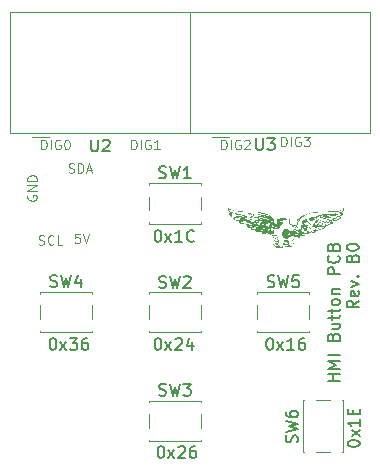
<source format=gbr>
%TF.GenerationSoftware,KiCad,Pcbnew,9.0.1*%
%TF.CreationDate,2025-09-02T02:57:31-07:00*%
%TF.ProjectId,pcb,7063622e-6b69-4636-9164-5f7063625858,B0*%
%TF.SameCoordinates,PX7bfa480PY4c4b400*%
%TF.FileFunction,Legend,Top*%
%TF.FilePolarity,Positive*%
%FSLAX46Y46*%
G04 Gerber Fmt 4.6, Leading zero omitted, Abs format (unit mm)*
G04 Created by KiCad (PCBNEW 9.0.1) date 2025-09-02 02:57:31*
%MOMM*%
%LPD*%
G01*
G04 APERTURE LIST*
%ADD10C,0.100000*%
%ADD11C,0.150000*%
%ADD12C,0.090000*%
%ADD13C,0.120000*%
%ADD14C,0.000000*%
G04 APERTURE END LIST*
D10*
X22959048Y-12646895D02*
X22959048Y-11846895D01*
X22959048Y-11846895D02*
X23149524Y-11846895D01*
X23149524Y-11846895D02*
X23263810Y-11884990D01*
X23263810Y-11884990D02*
X23340000Y-11961180D01*
X23340000Y-11961180D02*
X23378095Y-12037371D01*
X23378095Y-12037371D02*
X23416191Y-12189752D01*
X23416191Y-12189752D02*
X23416191Y-12304038D01*
X23416191Y-12304038D02*
X23378095Y-12456419D01*
X23378095Y-12456419D02*
X23340000Y-12532609D01*
X23340000Y-12532609D02*
X23263810Y-12608800D01*
X23263810Y-12608800D02*
X23149524Y-12646895D01*
X23149524Y-12646895D02*
X22959048Y-12646895D01*
X23759048Y-12646895D02*
X23759048Y-11846895D01*
X24559047Y-11884990D02*
X24482857Y-11846895D01*
X24482857Y-11846895D02*
X24368571Y-11846895D01*
X24368571Y-11846895D02*
X24254285Y-11884990D01*
X24254285Y-11884990D02*
X24178095Y-11961180D01*
X24178095Y-11961180D02*
X24140000Y-12037371D01*
X24140000Y-12037371D02*
X24101904Y-12189752D01*
X24101904Y-12189752D02*
X24101904Y-12304038D01*
X24101904Y-12304038D02*
X24140000Y-12456419D01*
X24140000Y-12456419D02*
X24178095Y-12532609D01*
X24178095Y-12532609D02*
X24254285Y-12608800D01*
X24254285Y-12608800D02*
X24368571Y-12646895D01*
X24368571Y-12646895D02*
X24444762Y-12646895D01*
X24444762Y-12646895D02*
X24559047Y-12608800D01*
X24559047Y-12608800D02*
X24597143Y-12570704D01*
X24597143Y-12570704D02*
X24597143Y-12304038D01*
X24597143Y-12304038D02*
X24444762Y-12304038D01*
X24863809Y-11846895D02*
X25359047Y-11846895D01*
X25359047Y-11846895D02*
X25092381Y-12151657D01*
X25092381Y-12151657D02*
X25206666Y-12151657D01*
X25206666Y-12151657D02*
X25282857Y-12189752D01*
X25282857Y-12189752D02*
X25320952Y-12227847D01*
X25320952Y-12227847D02*
X25359047Y-12304038D01*
X25359047Y-12304038D02*
X25359047Y-12494514D01*
X25359047Y-12494514D02*
X25320952Y-12570704D01*
X25320952Y-12570704D02*
X25282857Y-12608800D01*
X25282857Y-12608800D02*
X25206666Y-12646895D01*
X25206666Y-12646895D02*
X24978095Y-12646895D01*
X24978095Y-12646895D02*
X24901904Y-12608800D01*
X24901904Y-12608800D02*
X24863809Y-12570704D01*
X17879048Y-12900895D02*
X17879048Y-12100895D01*
X17879048Y-12100895D02*
X18069524Y-12100895D01*
X18069524Y-12100895D02*
X18183810Y-12138990D01*
X18183810Y-12138990D02*
X18260000Y-12215180D01*
X18260000Y-12215180D02*
X18298095Y-12291371D01*
X18298095Y-12291371D02*
X18336191Y-12443752D01*
X18336191Y-12443752D02*
X18336191Y-12558038D01*
X18336191Y-12558038D02*
X18298095Y-12710419D01*
X18298095Y-12710419D02*
X18260000Y-12786609D01*
X18260000Y-12786609D02*
X18183810Y-12862800D01*
X18183810Y-12862800D02*
X18069524Y-12900895D01*
X18069524Y-12900895D02*
X17879048Y-12900895D01*
X18679048Y-12900895D02*
X18679048Y-12100895D01*
X19479047Y-12138990D02*
X19402857Y-12100895D01*
X19402857Y-12100895D02*
X19288571Y-12100895D01*
X19288571Y-12100895D02*
X19174285Y-12138990D01*
X19174285Y-12138990D02*
X19098095Y-12215180D01*
X19098095Y-12215180D02*
X19060000Y-12291371D01*
X19060000Y-12291371D02*
X19021904Y-12443752D01*
X19021904Y-12443752D02*
X19021904Y-12558038D01*
X19021904Y-12558038D02*
X19060000Y-12710419D01*
X19060000Y-12710419D02*
X19098095Y-12786609D01*
X19098095Y-12786609D02*
X19174285Y-12862800D01*
X19174285Y-12862800D02*
X19288571Y-12900895D01*
X19288571Y-12900895D02*
X19364762Y-12900895D01*
X19364762Y-12900895D02*
X19479047Y-12862800D01*
X19479047Y-12862800D02*
X19517143Y-12824704D01*
X19517143Y-12824704D02*
X19517143Y-12558038D01*
X19517143Y-12558038D02*
X19364762Y-12558038D01*
X19821904Y-12177085D02*
X19860000Y-12138990D01*
X19860000Y-12138990D02*
X19936190Y-12100895D01*
X19936190Y-12100895D02*
X20126666Y-12100895D01*
X20126666Y-12100895D02*
X20202857Y-12138990D01*
X20202857Y-12138990D02*
X20240952Y-12177085D01*
X20240952Y-12177085D02*
X20279047Y-12253276D01*
X20279047Y-12253276D02*
X20279047Y-12329466D01*
X20279047Y-12329466D02*
X20240952Y-12443752D01*
X20240952Y-12443752D02*
X19783809Y-12900895D01*
X19783809Y-12900895D02*
X20279047Y-12900895D01*
X10259048Y-12900895D02*
X10259048Y-12100895D01*
X10259048Y-12100895D02*
X10449524Y-12100895D01*
X10449524Y-12100895D02*
X10563810Y-12138990D01*
X10563810Y-12138990D02*
X10640000Y-12215180D01*
X10640000Y-12215180D02*
X10678095Y-12291371D01*
X10678095Y-12291371D02*
X10716191Y-12443752D01*
X10716191Y-12443752D02*
X10716191Y-12558038D01*
X10716191Y-12558038D02*
X10678095Y-12710419D01*
X10678095Y-12710419D02*
X10640000Y-12786609D01*
X10640000Y-12786609D02*
X10563810Y-12862800D01*
X10563810Y-12862800D02*
X10449524Y-12900895D01*
X10449524Y-12900895D02*
X10259048Y-12900895D01*
X11059048Y-12900895D02*
X11059048Y-12100895D01*
X11859047Y-12138990D02*
X11782857Y-12100895D01*
X11782857Y-12100895D02*
X11668571Y-12100895D01*
X11668571Y-12100895D02*
X11554285Y-12138990D01*
X11554285Y-12138990D02*
X11478095Y-12215180D01*
X11478095Y-12215180D02*
X11440000Y-12291371D01*
X11440000Y-12291371D02*
X11401904Y-12443752D01*
X11401904Y-12443752D02*
X11401904Y-12558038D01*
X11401904Y-12558038D02*
X11440000Y-12710419D01*
X11440000Y-12710419D02*
X11478095Y-12786609D01*
X11478095Y-12786609D02*
X11554285Y-12862800D01*
X11554285Y-12862800D02*
X11668571Y-12900895D01*
X11668571Y-12900895D02*
X11744762Y-12900895D01*
X11744762Y-12900895D02*
X11859047Y-12862800D01*
X11859047Y-12862800D02*
X11897143Y-12824704D01*
X11897143Y-12824704D02*
X11897143Y-12558038D01*
X11897143Y-12558038D02*
X11744762Y-12558038D01*
X12659047Y-12900895D02*
X12201904Y-12900895D01*
X12430476Y-12900895D02*
X12430476Y-12100895D01*
X12430476Y-12100895D02*
X12354285Y-12215180D01*
X12354285Y-12215180D02*
X12278095Y-12291371D01*
X12278095Y-12291371D02*
X12201904Y-12329466D01*
X2639048Y-12900895D02*
X2639048Y-12100895D01*
X2639048Y-12100895D02*
X2829524Y-12100895D01*
X2829524Y-12100895D02*
X2943810Y-12138990D01*
X2943810Y-12138990D02*
X3020000Y-12215180D01*
X3020000Y-12215180D02*
X3058095Y-12291371D01*
X3058095Y-12291371D02*
X3096191Y-12443752D01*
X3096191Y-12443752D02*
X3096191Y-12558038D01*
X3096191Y-12558038D02*
X3058095Y-12710419D01*
X3058095Y-12710419D02*
X3020000Y-12786609D01*
X3020000Y-12786609D02*
X2943810Y-12862800D01*
X2943810Y-12862800D02*
X2829524Y-12900895D01*
X2829524Y-12900895D02*
X2639048Y-12900895D01*
X3439048Y-12900895D02*
X3439048Y-12100895D01*
X4239047Y-12138990D02*
X4162857Y-12100895D01*
X4162857Y-12100895D02*
X4048571Y-12100895D01*
X4048571Y-12100895D02*
X3934285Y-12138990D01*
X3934285Y-12138990D02*
X3858095Y-12215180D01*
X3858095Y-12215180D02*
X3820000Y-12291371D01*
X3820000Y-12291371D02*
X3781904Y-12443752D01*
X3781904Y-12443752D02*
X3781904Y-12558038D01*
X3781904Y-12558038D02*
X3820000Y-12710419D01*
X3820000Y-12710419D02*
X3858095Y-12786609D01*
X3858095Y-12786609D02*
X3934285Y-12862800D01*
X3934285Y-12862800D02*
X4048571Y-12900895D01*
X4048571Y-12900895D02*
X4124762Y-12900895D01*
X4124762Y-12900895D02*
X4239047Y-12862800D01*
X4239047Y-12862800D02*
X4277143Y-12824704D01*
X4277143Y-12824704D02*
X4277143Y-12558038D01*
X4277143Y-12558038D02*
X4124762Y-12558038D01*
X4772381Y-12100895D02*
X4848571Y-12100895D01*
X4848571Y-12100895D02*
X4924762Y-12138990D01*
X4924762Y-12138990D02*
X4962857Y-12177085D01*
X4962857Y-12177085D02*
X5000952Y-12253276D01*
X5000952Y-12253276D02*
X5039047Y-12405657D01*
X5039047Y-12405657D02*
X5039047Y-12596133D01*
X5039047Y-12596133D02*
X5000952Y-12748514D01*
X5000952Y-12748514D02*
X4962857Y-12824704D01*
X4962857Y-12824704D02*
X4924762Y-12862800D01*
X4924762Y-12862800D02*
X4848571Y-12900895D01*
X4848571Y-12900895D02*
X4772381Y-12900895D01*
X4772381Y-12900895D02*
X4696190Y-12862800D01*
X4696190Y-12862800D02*
X4658095Y-12824704D01*
X4658095Y-12824704D02*
X4620000Y-12748514D01*
X4620000Y-12748514D02*
X4581904Y-12596133D01*
X4581904Y-12596133D02*
X4581904Y-12405657D01*
X4581904Y-12405657D02*
X4620000Y-12253276D01*
X4620000Y-12253276D02*
X4658095Y-12177085D01*
X4658095Y-12177085D02*
X4696190Y-12138990D01*
X4696190Y-12138990D02*
X4772381Y-12100895D01*
D11*
X3585255Y-28891819D02*
X3680493Y-28891819D01*
X3680493Y-28891819D02*
X3775731Y-28939438D01*
X3775731Y-28939438D02*
X3823350Y-28987057D01*
X3823350Y-28987057D02*
X3870969Y-29082295D01*
X3870969Y-29082295D02*
X3918588Y-29272771D01*
X3918588Y-29272771D02*
X3918588Y-29510866D01*
X3918588Y-29510866D02*
X3870969Y-29701342D01*
X3870969Y-29701342D02*
X3823350Y-29796580D01*
X3823350Y-29796580D02*
X3775731Y-29844200D01*
X3775731Y-29844200D02*
X3680493Y-29891819D01*
X3680493Y-29891819D02*
X3585255Y-29891819D01*
X3585255Y-29891819D02*
X3490017Y-29844200D01*
X3490017Y-29844200D02*
X3442398Y-29796580D01*
X3442398Y-29796580D02*
X3394779Y-29701342D01*
X3394779Y-29701342D02*
X3347160Y-29510866D01*
X3347160Y-29510866D02*
X3347160Y-29272771D01*
X3347160Y-29272771D02*
X3394779Y-29082295D01*
X3394779Y-29082295D02*
X3442398Y-28987057D01*
X3442398Y-28987057D02*
X3490017Y-28939438D01*
X3490017Y-28939438D02*
X3585255Y-28891819D01*
X4251922Y-29891819D02*
X4775731Y-29225152D01*
X4251922Y-29225152D02*
X4775731Y-29891819D01*
X5061446Y-28891819D02*
X5680493Y-28891819D01*
X5680493Y-28891819D02*
X5347160Y-29272771D01*
X5347160Y-29272771D02*
X5490017Y-29272771D01*
X5490017Y-29272771D02*
X5585255Y-29320390D01*
X5585255Y-29320390D02*
X5632874Y-29368009D01*
X5632874Y-29368009D02*
X5680493Y-29463247D01*
X5680493Y-29463247D02*
X5680493Y-29701342D01*
X5680493Y-29701342D02*
X5632874Y-29796580D01*
X5632874Y-29796580D02*
X5585255Y-29844200D01*
X5585255Y-29844200D02*
X5490017Y-29891819D01*
X5490017Y-29891819D02*
X5204303Y-29891819D01*
X5204303Y-29891819D02*
X5109065Y-29844200D01*
X5109065Y-29844200D02*
X5061446Y-29796580D01*
X6537636Y-28891819D02*
X6347160Y-28891819D01*
X6347160Y-28891819D02*
X6251922Y-28939438D01*
X6251922Y-28939438D02*
X6204303Y-28987057D01*
X6204303Y-28987057D02*
X6109065Y-29129914D01*
X6109065Y-29129914D02*
X6061446Y-29320390D01*
X6061446Y-29320390D02*
X6061446Y-29701342D01*
X6061446Y-29701342D02*
X6109065Y-29796580D01*
X6109065Y-29796580D02*
X6156684Y-29844200D01*
X6156684Y-29844200D02*
X6251922Y-29891819D01*
X6251922Y-29891819D02*
X6442398Y-29891819D01*
X6442398Y-29891819D02*
X6537636Y-29844200D01*
X6537636Y-29844200D02*
X6585255Y-29796580D01*
X6585255Y-29796580D02*
X6632874Y-29701342D01*
X6632874Y-29701342D02*
X6632874Y-29463247D01*
X6632874Y-29463247D02*
X6585255Y-29368009D01*
X6585255Y-29368009D02*
X6537636Y-29320390D01*
X6537636Y-29320390D02*
X6442398Y-29272771D01*
X6442398Y-29272771D02*
X6251922Y-29272771D01*
X6251922Y-29272771D02*
X6156684Y-29320390D01*
X6156684Y-29320390D02*
X6109065Y-29368009D01*
X6109065Y-29368009D02*
X6061446Y-29463247D01*
X12729255Y-38035819D02*
X12824493Y-38035819D01*
X12824493Y-38035819D02*
X12919731Y-38083438D01*
X12919731Y-38083438D02*
X12967350Y-38131057D01*
X12967350Y-38131057D02*
X13014969Y-38226295D01*
X13014969Y-38226295D02*
X13062588Y-38416771D01*
X13062588Y-38416771D02*
X13062588Y-38654866D01*
X13062588Y-38654866D02*
X13014969Y-38845342D01*
X13014969Y-38845342D02*
X12967350Y-38940580D01*
X12967350Y-38940580D02*
X12919731Y-38988200D01*
X12919731Y-38988200D02*
X12824493Y-39035819D01*
X12824493Y-39035819D02*
X12729255Y-39035819D01*
X12729255Y-39035819D02*
X12634017Y-38988200D01*
X12634017Y-38988200D02*
X12586398Y-38940580D01*
X12586398Y-38940580D02*
X12538779Y-38845342D01*
X12538779Y-38845342D02*
X12491160Y-38654866D01*
X12491160Y-38654866D02*
X12491160Y-38416771D01*
X12491160Y-38416771D02*
X12538779Y-38226295D01*
X12538779Y-38226295D02*
X12586398Y-38131057D01*
X12586398Y-38131057D02*
X12634017Y-38083438D01*
X12634017Y-38083438D02*
X12729255Y-38035819D01*
X13395922Y-39035819D02*
X13919731Y-38369152D01*
X13395922Y-38369152D02*
X13919731Y-39035819D01*
X14253065Y-38131057D02*
X14300684Y-38083438D01*
X14300684Y-38083438D02*
X14395922Y-38035819D01*
X14395922Y-38035819D02*
X14634017Y-38035819D01*
X14634017Y-38035819D02*
X14729255Y-38083438D01*
X14729255Y-38083438D02*
X14776874Y-38131057D01*
X14776874Y-38131057D02*
X14824493Y-38226295D01*
X14824493Y-38226295D02*
X14824493Y-38321533D01*
X14824493Y-38321533D02*
X14776874Y-38464390D01*
X14776874Y-38464390D02*
X14205446Y-39035819D01*
X14205446Y-39035819D02*
X14824493Y-39035819D01*
X15681636Y-38035819D02*
X15491160Y-38035819D01*
X15491160Y-38035819D02*
X15395922Y-38083438D01*
X15395922Y-38083438D02*
X15348303Y-38131057D01*
X15348303Y-38131057D02*
X15253065Y-38273914D01*
X15253065Y-38273914D02*
X15205446Y-38464390D01*
X15205446Y-38464390D02*
X15205446Y-38845342D01*
X15205446Y-38845342D02*
X15253065Y-38940580D01*
X15253065Y-38940580D02*
X15300684Y-38988200D01*
X15300684Y-38988200D02*
X15395922Y-39035819D01*
X15395922Y-39035819D02*
X15586398Y-39035819D01*
X15586398Y-39035819D02*
X15681636Y-38988200D01*
X15681636Y-38988200D02*
X15729255Y-38940580D01*
X15729255Y-38940580D02*
X15776874Y-38845342D01*
X15776874Y-38845342D02*
X15776874Y-38607247D01*
X15776874Y-38607247D02*
X15729255Y-38512009D01*
X15729255Y-38512009D02*
X15681636Y-38464390D01*
X15681636Y-38464390D02*
X15586398Y-38416771D01*
X15586398Y-38416771D02*
X15395922Y-38416771D01*
X15395922Y-38416771D02*
X15300684Y-38464390D01*
X15300684Y-38464390D02*
X15253065Y-38512009D01*
X15253065Y-38512009D02*
X15205446Y-38607247D01*
D12*
X4961590Y-14849320D02*
X5075876Y-14887415D01*
X5075876Y-14887415D02*
X5266352Y-14887415D01*
X5266352Y-14887415D02*
X5342543Y-14849320D01*
X5342543Y-14849320D02*
X5380638Y-14811224D01*
X5380638Y-14811224D02*
X5418733Y-14735034D01*
X5418733Y-14735034D02*
X5418733Y-14658843D01*
X5418733Y-14658843D02*
X5380638Y-14582653D01*
X5380638Y-14582653D02*
X5342543Y-14544558D01*
X5342543Y-14544558D02*
X5266352Y-14506462D01*
X5266352Y-14506462D02*
X5113971Y-14468367D01*
X5113971Y-14468367D02*
X5037781Y-14430272D01*
X5037781Y-14430272D02*
X4999686Y-14392177D01*
X4999686Y-14392177D02*
X4961590Y-14315986D01*
X4961590Y-14315986D02*
X4961590Y-14239796D01*
X4961590Y-14239796D02*
X4999686Y-14163605D01*
X4999686Y-14163605D02*
X5037781Y-14125510D01*
X5037781Y-14125510D02*
X5113971Y-14087415D01*
X5113971Y-14087415D02*
X5304448Y-14087415D01*
X5304448Y-14087415D02*
X5418733Y-14125510D01*
X5761591Y-14887415D02*
X5761591Y-14087415D01*
X5761591Y-14087415D02*
X5952067Y-14087415D01*
X5952067Y-14087415D02*
X6066353Y-14125510D01*
X6066353Y-14125510D02*
X6142543Y-14201700D01*
X6142543Y-14201700D02*
X6180638Y-14277891D01*
X6180638Y-14277891D02*
X6218734Y-14430272D01*
X6218734Y-14430272D02*
X6218734Y-14544558D01*
X6218734Y-14544558D02*
X6180638Y-14696939D01*
X6180638Y-14696939D02*
X6142543Y-14773129D01*
X6142543Y-14773129D02*
X6066353Y-14849320D01*
X6066353Y-14849320D02*
X5952067Y-14887415D01*
X5952067Y-14887415D02*
X5761591Y-14887415D01*
X6523495Y-14658843D02*
X6904448Y-14658843D01*
X6447305Y-14887415D02*
X6713972Y-14087415D01*
X6713972Y-14087415D02*
X6980638Y-14887415D01*
X2421590Y-20945320D02*
X2535876Y-20983415D01*
X2535876Y-20983415D02*
X2726352Y-20983415D01*
X2726352Y-20983415D02*
X2802543Y-20945320D01*
X2802543Y-20945320D02*
X2840638Y-20907224D01*
X2840638Y-20907224D02*
X2878733Y-20831034D01*
X2878733Y-20831034D02*
X2878733Y-20754843D01*
X2878733Y-20754843D02*
X2840638Y-20678653D01*
X2840638Y-20678653D02*
X2802543Y-20640558D01*
X2802543Y-20640558D02*
X2726352Y-20602462D01*
X2726352Y-20602462D02*
X2573971Y-20564367D01*
X2573971Y-20564367D02*
X2497781Y-20526272D01*
X2497781Y-20526272D02*
X2459686Y-20488177D01*
X2459686Y-20488177D02*
X2421590Y-20411986D01*
X2421590Y-20411986D02*
X2421590Y-20335796D01*
X2421590Y-20335796D02*
X2459686Y-20259605D01*
X2459686Y-20259605D02*
X2497781Y-20221510D01*
X2497781Y-20221510D02*
X2573971Y-20183415D01*
X2573971Y-20183415D02*
X2764448Y-20183415D01*
X2764448Y-20183415D02*
X2878733Y-20221510D01*
X3678734Y-20907224D02*
X3640638Y-20945320D01*
X3640638Y-20945320D02*
X3526353Y-20983415D01*
X3526353Y-20983415D02*
X3450162Y-20983415D01*
X3450162Y-20983415D02*
X3335876Y-20945320D01*
X3335876Y-20945320D02*
X3259686Y-20869129D01*
X3259686Y-20869129D02*
X3221591Y-20792939D01*
X3221591Y-20792939D02*
X3183495Y-20640558D01*
X3183495Y-20640558D02*
X3183495Y-20526272D01*
X3183495Y-20526272D02*
X3221591Y-20373891D01*
X3221591Y-20373891D02*
X3259686Y-20297700D01*
X3259686Y-20297700D02*
X3335876Y-20221510D01*
X3335876Y-20221510D02*
X3450162Y-20183415D01*
X3450162Y-20183415D02*
X3526353Y-20183415D01*
X3526353Y-20183415D02*
X3640638Y-20221510D01*
X3640638Y-20221510D02*
X3678734Y-20259605D01*
X4402543Y-20983415D02*
X4021591Y-20983415D01*
X4021591Y-20983415D02*
X4021591Y-20183415D01*
D11*
X27901875Y-32532208D02*
X26901875Y-32532208D01*
X27378065Y-32532208D02*
X27378065Y-31960780D01*
X27901875Y-31960780D02*
X26901875Y-31960780D01*
X27901875Y-31484589D02*
X26901875Y-31484589D01*
X26901875Y-31484589D02*
X27616160Y-31151256D01*
X27616160Y-31151256D02*
X26901875Y-30817923D01*
X26901875Y-30817923D02*
X27901875Y-30817923D01*
X27901875Y-30341732D02*
X26901875Y-30341732D01*
X27378065Y-28770304D02*
X27425684Y-28627447D01*
X27425684Y-28627447D02*
X27473303Y-28579828D01*
X27473303Y-28579828D02*
X27568541Y-28532209D01*
X27568541Y-28532209D02*
X27711398Y-28532209D01*
X27711398Y-28532209D02*
X27806636Y-28579828D01*
X27806636Y-28579828D02*
X27854256Y-28627447D01*
X27854256Y-28627447D02*
X27901875Y-28722685D01*
X27901875Y-28722685D02*
X27901875Y-29103637D01*
X27901875Y-29103637D02*
X26901875Y-29103637D01*
X26901875Y-29103637D02*
X26901875Y-28770304D01*
X26901875Y-28770304D02*
X26949494Y-28675066D01*
X26949494Y-28675066D02*
X26997113Y-28627447D01*
X26997113Y-28627447D02*
X27092351Y-28579828D01*
X27092351Y-28579828D02*
X27187589Y-28579828D01*
X27187589Y-28579828D02*
X27282827Y-28627447D01*
X27282827Y-28627447D02*
X27330446Y-28675066D01*
X27330446Y-28675066D02*
X27378065Y-28770304D01*
X27378065Y-28770304D02*
X27378065Y-29103637D01*
X27235208Y-27675066D02*
X27901875Y-27675066D01*
X27235208Y-28103637D02*
X27759017Y-28103637D01*
X27759017Y-28103637D02*
X27854256Y-28056018D01*
X27854256Y-28056018D02*
X27901875Y-27960780D01*
X27901875Y-27960780D02*
X27901875Y-27817923D01*
X27901875Y-27817923D02*
X27854256Y-27722685D01*
X27854256Y-27722685D02*
X27806636Y-27675066D01*
X27235208Y-27341732D02*
X27235208Y-26960780D01*
X26901875Y-27198875D02*
X27759017Y-27198875D01*
X27759017Y-27198875D02*
X27854256Y-27151256D01*
X27854256Y-27151256D02*
X27901875Y-27056018D01*
X27901875Y-27056018D02*
X27901875Y-26960780D01*
X27235208Y-26770303D02*
X27235208Y-26389351D01*
X26901875Y-26627446D02*
X27759017Y-26627446D01*
X27759017Y-26627446D02*
X27854256Y-26579827D01*
X27854256Y-26579827D02*
X27901875Y-26484589D01*
X27901875Y-26484589D02*
X27901875Y-26389351D01*
X27901875Y-25913160D02*
X27854256Y-26008398D01*
X27854256Y-26008398D02*
X27806636Y-26056017D01*
X27806636Y-26056017D02*
X27711398Y-26103636D01*
X27711398Y-26103636D02*
X27425684Y-26103636D01*
X27425684Y-26103636D02*
X27330446Y-26056017D01*
X27330446Y-26056017D02*
X27282827Y-26008398D01*
X27282827Y-26008398D02*
X27235208Y-25913160D01*
X27235208Y-25913160D02*
X27235208Y-25770303D01*
X27235208Y-25770303D02*
X27282827Y-25675065D01*
X27282827Y-25675065D02*
X27330446Y-25627446D01*
X27330446Y-25627446D02*
X27425684Y-25579827D01*
X27425684Y-25579827D02*
X27711398Y-25579827D01*
X27711398Y-25579827D02*
X27806636Y-25627446D01*
X27806636Y-25627446D02*
X27854256Y-25675065D01*
X27854256Y-25675065D02*
X27901875Y-25770303D01*
X27901875Y-25770303D02*
X27901875Y-25913160D01*
X27235208Y-25151255D02*
X27901875Y-25151255D01*
X27330446Y-25151255D02*
X27282827Y-25103636D01*
X27282827Y-25103636D02*
X27235208Y-25008398D01*
X27235208Y-25008398D02*
X27235208Y-24865541D01*
X27235208Y-24865541D02*
X27282827Y-24770303D01*
X27282827Y-24770303D02*
X27378065Y-24722684D01*
X27378065Y-24722684D02*
X27901875Y-24722684D01*
X27901875Y-23484588D02*
X26901875Y-23484588D01*
X26901875Y-23484588D02*
X26901875Y-23103636D01*
X26901875Y-23103636D02*
X26949494Y-23008398D01*
X26949494Y-23008398D02*
X26997113Y-22960779D01*
X26997113Y-22960779D02*
X27092351Y-22913160D01*
X27092351Y-22913160D02*
X27235208Y-22913160D01*
X27235208Y-22913160D02*
X27330446Y-22960779D01*
X27330446Y-22960779D02*
X27378065Y-23008398D01*
X27378065Y-23008398D02*
X27425684Y-23103636D01*
X27425684Y-23103636D02*
X27425684Y-23484588D01*
X27806636Y-21913160D02*
X27854256Y-21960779D01*
X27854256Y-21960779D02*
X27901875Y-22103636D01*
X27901875Y-22103636D02*
X27901875Y-22198874D01*
X27901875Y-22198874D02*
X27854256Y-22341731D01*
X27854256Y-22341731D02*
X27759017Y-22436969D01*
X27759017Y-22436969D02*
X27663779Y-22484588D01*
X27663779Y-22484588D02*
X27473303Y-22532207D01*
X27473303Y-22532207D02*
X27330446Y-22532207D01*
X27330446Y-22532207D02*
X27139970Y-22484588D01*
X27139970Y-22484588D02*
X27044732Y-22436969D01*
X27044732Y-22436969D02*
X26949494Y-22341731D01*
X26949494Y-22341731D02*
X26901875Y-22198874D01*
X26901875Y-22198874D02*
X26901875Y-22103636D01*
X26901875Y-22103636D02*
X26949494Y-21960779D01*
X26949494Y-21960779D02*
X26997113Y-21913160D01*
X27378065Y-21151255D02*
X27425684Y-21008398D01*
X27425684Y-21008398D02*
X27473303Y-20960779D01*
X27473303Y-20960779D02*
X27568541Y-20913160D01*
X27568541Y-20913160D02*
X27711398Y-20913160D01*
X27711398Y-20913160D02*
X27806636Y-20960779D01*
X27806636Y-20960779D02*
X27854256Y-21008398D01*
X27854256Y-21008398D02*
X27901875Y-21103636D01*
X27901875Y-21103636D02*
X27901875Y-21484588D01*
X27901875Y-21484588D02*
X26901875Y-21484588D01*
X26901875Y-21484588D02*
X26901875Y-21151255D01*
X26901875Y-21151255D02*
X26949494Y-21056017D01*
X26949494Y-21056017D02*
X26997113Y-21008398D01*
X26997113Y-21008398D02*
X27092351Y-20960779D01*
X27092351Y-20960779D02*
X27187589Y-20960779D01*
X27187589Y-20960779D02*
X27282827Y-21008398D01*
X27282827Y-21008398D02*
X27330446Y-21056017D01*
X27330446Y-21056017D02*
X27378065Y-21151255D01*
X27378065Y-21151255D02*
X27378065Y-21484588D01*
X29511819Y-25722684D02*
X29035628Y-26056017D01*
X29511819Y-26294112D02*
X28511819Y-26294112D01*
X28511819Y-26294112D02*
X28511819Y-25913160D01*
X28511819Y-25913160D02*
X28559438Y-25817922D01*
X28559438Y-25817922D02*
X28607057Y-25770303D01*
X28607057Y-25770303D02*
X28702295Y-25722684D01*
X28702295Y-25722684D02*
X28845152Y-25722684D01*
X28845152Y-25722684D02*
X28940390Y-25770303D01*
X28940390Y-25770303D02*
X28988009Y-25817922D01*
X28988009Y-25817922D02*
X29035628Y-25913160D01*
X29035628Y-25913160D02*
X29035628Y-26294112D01*
X29464200Y-24913160D02*
X29511819Y-25008398D01*
X29511819Y-25008398D02*
X29511819Y-25198874D01*
X29511819Y-25198874D02*
X29464200Y-25294112D01*
X29464200Y-25294112D02*
X29368961Y-25341731D01*
X29368961Y-25341731D02*
X28988009Y-25341731D01*
X28988009Y-25341731D02*
X28892771Y-25294112D01*
X28892771Y-25294112D02*
X28845152Y-25198874D01*
X28845152Y-25198874D02*
X28845152Y-25008398D01*
X28845152Y-25008398D02*
X28892771Y-24913160D01*
X28892771Y-24913160D02*
X28988009Y-24865541D01*
X28988009Y-24865541D02*
X29083247Y-24865541D01*
X29083247Y-24865541D02*
X29178485Y-25341731D01*
X28845152Y-24532207D02*
X29511819Y-24294112D01*
X29511819Y-24294112D02*
X28845152Y-24056017D01*
X29416580Y-23675064D02*
X29464200Y-23627445D01*
X29464200Y-23627445D02*
X29511819Y-23675064D01*
X29511819Y-23675064D02*
X29464200Y-23722683D01*
X29464200Y-23722683D02*
X29416580Y-23675064D01*
X29416580Y-23675064D02*
X29511819Y-23675064D01*
X28988009Y-22103636D02*
X29035628Y-21960779D01*
X29035628Y-21960779D02*
X29083247Y-21913160D01*
X29083247Y-21913160D02*
X29178485Y-21865541D01*
X29178485Y-21865541D02*
X29321342Y-21865541D01*
X29321342Y-21865541D02*
X29416580Y-21913160D01*
X29416580Y-21913160D02*
X29464200Y-21960779D01*
X29464200Y-21960779D02*
X29511819Y-22056017D01*
X29511819Y-22056017D02*
X29511819Y-22436969D01*
X29511819Y-22436969D02*
X28511819Y-22436969D01*
X28511819Y-22436969D02*
X28511819Y-22103636D01*
X28511819Y-22103636D02*
X28559438Y-22008398D01*
X28559438Y-22008398D02*
X28607057Y-21960779D01*
X28607057Y-21960779D02*
X28702295Y-21913160D01*
X28702295Y-21913160D02*
X28797533Y-21913160D01*
X28797533Y-21913160D02*
X28892771Y-21960779D01*
X28892771Y-21960779D02*
X28940390Y-22008398D01*
X28940390Y-22008398D02*
X28988009Y-22103636D01*
X28988009Y-22103636D02*
X28988009Y-22436969D01*
X28511819Y-21246493D02*
X28511819Y-21151255D01*
X28511819Y-21151255D02*
X28559438Y-21056017D01*
X28559438Y-21056017D02*
X28607057Y-21008398D01*
X28607057Y-21008398D02*
X28702295Y-20960779D01*
X28702295Y-20960779D02*
X28892771Y-20913160D01*
X28892771Y-20913160D02*
X29130866Y-20913160D01*
X29130866Y-20913160D02*
X29321342Y-20960779D01*
X29321342Y-20960779D02*
X29416580Y-21008398D01*
X29416580Y-21008398D02*
X29464200Y-21056017D01*
X29464200Y-21056017D02*
X29511819Y-21151255D01*
X29511819Y-21151255D02*
X29511819Y-21246493D01*
X29511819Y-21246493D02*
X29464200Y-21341731D01*
X29464200Y-21341731D02*
X29416580Y-21389350D01*
X29416580Y-21389350D02*
X29321342Y-21436969D01*
X29321342Y-21436969D02*
X29130866Y-21484588D01*
X29130866Y-21484588D02*
X28892771Y-21484588D01*
X28892771Y-21484588D02*
X28702295Y-21436969D01*
X28702295Y-21436969D02*
X28607057Y-21389350D01*
X28607057Y-21389350D02*
X28559438Y-21341731D01*
X28559438Y-21341731D02*
X28511819Y-21246493D01*
D12*
X5910638Y-20057415D02*
X5529686Y-20057415D01*
X5529686Y-20057415D02*
X5491590Y-20438367D01*
X5491590Y-20438367D02*
X5529686Y-20400272D01*
X5529686Y-20400272D02*
X5605876Y-20362177D01*
X5605876Y-20362177D02*
X5796352Y-20362177D01*
X5796352Y-20362177D02*
X5872543Y-20400272D01*
X5872543Y-20400272D02*
X5910638Y-20438367D01*
X5910638Y-20438367D02*
X5948733Y-20514558D01*
X5948733Y-20514558D02*
X5948733Y-20705034D01*
X5948733Y-20705034D02*
X5910638Y-20781224D01*
X5910638Y-20781224D02*
X5872543Y-20819320D01*
X5872543Y-20819320D02*
X5796352Y-20857415D01*
X5796352Y-20857415D02*
X5605876Y-20857415D01*
X5605876Y-20857415D02*
X5529686Y-20819320D01*
X5529686Y-20819320D02*
X5491590Y-20781224D01*
X6177305Y-20057415D02*
X6443972Y-20857415D01*
X6443972Y-20857415D02*
X6710638Y-20057415D01*
D11*
X12475255Y-28891819D02*
X12570493Y-28891819D01*
X12570493Y-28891819D02*
X12665731Y-28939438D01*
X12665731Y-28939438D02*
X12713350Y-28987057D01*
X12713350Y-28987057D02*
X12760969Y-29082295D01*
X12760969Y-29082295D02*
X12808588Y-29272771D01*
X12808588Y-29272771D02*
X12808588Y-29510866D01*
X12808588Y-29510866D02*
X12760969Y-29701342D01*
X12760969Y-29701342D02*
X12713350Y-29796580D01*
X12713350Y-29796580D02*
X12665731Y-29844200D01*
X12665731Y-29844200D02*
X12570493Y-29891819D01*
X12570493Y-29891819D02*
X12475255Y-29891819D01*
X12475255Y-29891819D02*
X12380017Y-29844200D01*
X12380017Y-29844200D02*
X12332398Y-29796580D01*
X12332398Y-29796580D02*
X12284779Y-29701342D01*
X12284779Y-29701342D02*
X12237160Y-29510866D01*
X12237160Y-29510866D02*
X12237160Y-29272771D01*
X12237160Y-29272771D02*
X12284779Y-29082295D01*
X12284779Y-29082295D02*
X12332398Y-28987057D01*
X12332398Y-28987057D02*
X12380017Y-28939438D01*
X12380017Y-28939438D02*
X12475255Y-28891819D01*
X13141922Y-29891819D02*
X13665731Y-29225152D01*
X13141922Y-29225152D02*
X13665731Y-29891819D01*
X13999065Y-28987057D02*
X14046684Y-28939438D01*
X14046684Y-28939438D02*
X14141922Y-28891819D01*
X14141922Y-28891819D02*
X14380017Y-28891819D01*
X14380017Y-28891819D02*
X14475255Y-28939438D01*
X14475255Y-28939438D02*
X14522874Y-28987057D01*
X14522874Y-28987057D02*
X14570493Y-29082295D01*
X14570493Y-29082295D02*
X14570493Y-29177533D01*
X14570493Y-29177533D02*
X14522874Y-29320390D01*
X14522874Y-29320390D02*
X13951446Y-29891819D01*
X13951446Y-29891819D02*
X14570493Y-29891819D01*
X15427636Y-29225152D02*
X15427636Y-29891819D01*
X15189541Y-28844200D02*
X14951446Y-29558485D01*
X14951446Y-29558485D02*
X15570493Y-29558485D01*
D12*
X1515510Y-16791266D02*
X1477415Y-16867456D01*
X1477415Y-16867456D02*
X1477415Y-16981742D01*
X1477415Y-16981742D02*
X1515510Y-17096028D01*
X1515510Y-17096028D02*
X1591700Y-17172218D01*
X1591700Y-17172218D02*
X1667891Y-17210313D01*
X1667891Y-17210313D02*
X1820272Y-17248409D01*
X1820272Y-17248409D02*
X1934558Y-17248409D01*
X1934558Y-17248409D02*
X2086939Y-17210313D01*
X2086939Y-17210313D02*
X2163129Y-17172218D01*
X2163129Y-17172218D02*
X2239320Y-17096028D01*
X2239320Y-17096028D02*
X2277415Y-16981742D01*
X2277415Y-16981742D02*
X2277415Y-16905551D01*
X2277415Y-16905551D02*
X2239320Y-16791266D01*
X2239320Y-16791266D02*
X2201224Y-16753170D01*
X2201224Y-16753170D02*
X1934558Y-16753170D01*
X1934558Y-16753170D02*
X1934558Y-16905551D01*
X2277415Y-16410313D02*
X1477415Y-16410313D01*
X1477415Y-16410313D02*
X2277415Y-15953170D01*
X2277415Y-15953170D02*
X1477415Y-15953170D01*
X2277415Y-15572218D02*
X1477415Y-15572218D01*
X1477415Y-15572218D02*
X1477415Y-15381742D01*
X1477415Y-15381742D02*
X1515510Y-15267456D01*
X1515510Y-15267456D02*
X1591700Y-15191266D01*
X1591700Y-15191266D02*
X1667891Y-15153171D01*
X1667891Y-15153171D02*
X1820272Y-15115075D01*
X1820272Y-15115075D02*
X1934558Y-15115075D01*
X1934558Y-15115075D02*
X2086939Y-15153171D01*
X2086939Y-15153171D02*
X2163129Y-15191266D01*
X2163129Y-15191266D02*
X2239320Y-15267456D01*
X2239320Y-15267456D02*
X2277415Y-15381742D01*
X2277415Y-15381742D02*
X2277415Y-15572218D01*
D11*
X28597819Y-37876744D02*
X28597819Y-37781506D01*
X28597819Y-37781506D02*
X28645438Y-37686268D01*
X28645438Y-37686268D02*
X28693057Y-37638649D01*
X28693057Y-37638649D02*
X28788295Y-37591030D01*
X28788295Y-37591030D02*
X28978771Y-37543411D01*
X28978771Y-37543411D02*
X29216866Y-37543411D01*
X29216866Y-37543411D02*
X29407342Y-37591030D01*
X29407342Y-37591030D02*
X29502580Y-37638649D01*
X29502580Y-37638649D02*
X29550200Y-37686268D01*
X29550200Y-37686268D02*
X29597819Y-37781506D01*
X29597819Y-37781506D02*
X29597819Y-37876744D01*
X29597819Y-37876744D02*
X29550200Y-37971982D01*
X29550200Y-37971982D02*
X29502580Y-38019601D01*
X29502580Y-38019601D02*
X29407342Y-38067220D01*
X29407342Y-38067220D02*
X29216866Y-38114839D01*
X29216866Y-38114839D02*
X28978771Y-38114839D01*
X28978771Y-38114839D02*
X28788295Y-38067220D01*
X28788295Y-38067220D02*
X28693057Y-38019601D01*
X28693057Y-38019601D02*
X28645438Y-37971982D01*
X28645438Y-37971982D02*
X28597819Y-37876744D01*
X29597819Y-37210077D02*
X28931152Y-36686268D01*
X28931152Y-37210077D02*
X29597819Y-36686268D01*
X29597819Y-35781506D02*
X29597819Y-36352934D01*
X29597819Y-36067220D02*
X28597819Y-36067220D01*
X28597819Y-36067220D02*
X28740676Y-36162458D01*
X28740676Y-36162458D02*
X28835914Y-36257696D01*
X28835914Y-36257696D02*
X28883533Y-36352934D01*
X29074009Y-35352934D02*
X29074009Y-35019601D01*
X29597819Y-34876744D02*
X29597819Y-35352934D01*
X29597819Y-35352934D02*
X28597819Y-35352934D01*
X28597819Y-35352934D02*
X28597819Y-34876744D01*
X12475255Y-19747819D02*
X12570493Y-19747819D01*
X12570493Y-19747819D02*
X12665731Y-19795438D01*
X12665731Y-19795438D02*
X12713350Y-19843057D01*
X12713350Y-19843057D02*
X12760969Y-19938295D01*
X12760969Y-19938295D02*
X12808588Y-20128771D01*
X12808588Y-20128771D02*
X12808588Y-20366866D01*
X12808588Y-20366866D02*
X12760969Y-20557342D01*
X12760969Y-20557342D02*
X12713350Y-20652580D01*
X12713350Y-20652580D02*
X12665731Y-20700200D01*
X12665731Y-20700200D02*
X12570493Y-20747819D01*
X12570493Y-20747819D02*
X12475255Y-20747819D01*
X12475255Y-20747819D02*
X12380017Y-20700200D01*
X12380017Y-20700200D02*
X12332398Y-20652580D01*
X12332398Y-20652580D02*
X12284779Y-20557342D01*
X12284779Y-20557342D02*
X12237160Y-20366866D01*
X12237160Y-20366866D02*
X12237160Y-20128771D01*
X12237160Y-20128771D02*
X12284779Y-19938295D01*
X12284779Y-19938295D02*
X12332398Y-19843057D01*
X12332398Y-19843057D02*
X12380017Y-19795438D01*
X12380017Y-19795438D02*
X12475255Y-19747819D01*
X13141922Y-20747819D02*
X13665731Y-20081152D01*
X13141922Y-20081152D02*
X13665731Y-20747819D01*
X14570493Y-20747819D02*
X13999065Y-20747819D01*
X14284779Y-20747819D02*
X14284779Y-19747819D01*
X14284779Y-19747819D02*
X14189541Y-19890676D01*
X14189541Y-19890676D02*
X14094303Y-19985914D01*
X14094303Y-19985914D02*
X13999065Y-20033533D01*
X15570493Y-20652580D02*
X15522874Y-20700200D01*
X15522874Y-20700200D02*
X15380017Y-20747819D01*
X15380017Y-20747819D02*
X15284779Y-20747819D01*
X15284779Y-20747819D02*
X15141922Y-20700200D01*
X15141922Y-20700200D02*
X15046684Y-20604961D01*
X15046684Y-20604961D02*
X14999065Y-20509723D01*
X14999065Y-20509723D02*
X14951446Y-20319247D01*
X14951446Y-20319247D02*
X14951446Y-20176390D01*
X14951446Y-20176390D02*
X14999065Y-19985914D01*
X14999065Y-19985914D02*
X15046684Y-19890676D01*
X15046684Y-19890676D02*
X15141922Y-19795438D01*
X15141922Y-19795438D02*
X15284779Y-19747819D01*
X15284779Y-19747819D02*
X15380017Y-19747819D01*
X15380017Y-19747819D02*
X15522874Y-19795438D01*
X15522874Y-19795438D02*
X15570493Y-19843057D01*
X21953267Y-28891819D02*
X22048505Y-28891819D01*
X22048505Y-28891819D02*
X22143743Y-28939438D01*
X22143743Y-28939438D02*
X22191362Y-28987057D01*
X22191362Y-28987057D02*
X22238981Y-29082295D01*
X22238981Y-29082295D02*
X22286600Y-29272771D01*
X22286600Y-29272771D02*
X22286600Y-29510866D01*
X22286600Y-29510866D02*
X22238981Y-29701342D01*
X22238981Y-29701342D02*
X22191362Y-29796580D01*
X22191362Y-29796580D02*
X22143743Y-29844200D01*
X22143743Y-29844200D02*
X22048505Y-29891819D01*
X22048505Y-29891819D02*
X21953267Y-29891819D01*
X21953267Y-29891819D02*
X21858029Y-29844200D01*
X21858029Y-29844200D02*
X21810410Y-29796580D01*
X21810410Y-29796580D02*
X21762791Y-29701342D01*
X21762791Y-29701342D02*
X21715172Y-29510866D01*
X21715172Y-29510866D02*
X21715172Y-29272771D01*
X21715172Y-29272771D02*
X21762791Y-29082295D01*
X21762791Y-29082295D02*
X21810410Y-28987057D01*
X21810410Y-28987057D02*
X21858029Y-28939438D01*
X21858029Y-28939438D02*
X21953267Y-28891819D01*
X22619934Y-29891819D02*
X23143743Y-29225152D01*
X22619934Y-29225152D02*
X23143743Y-29891819D01*
X24048505Y-29891819D02*
X23477077Y-29891819D01*
X23762791Y-29891819D02*
X23762791Y-28891819D01*
X23762791Y-28891819D02*
X23667553Y-29034676D01*
X23667553Y-29034676D02*
X23572315Y-29129914D01*
X23572315Y-29129914D02*
X23477077Y-29177533D01*
X24905648Y-28891819D02*
X24715172Y-28891819D01*
X24715172Y-28891819D02*
X24619934Y-28939438D01*
X24619934Y-28939438D02*
X24572315Y-28987057D01*
X24572315Y-28987057D02*
X24477077Y-29129914D01*
X24477077Y-29129914D02*
X24429458Y-29320390D01*
X24429458Y-29320390D02*
X24429458Y-29701342D01*
X24429458Y-29701342D02*
X24477077Y-29796580D01*
X24477077Y-29796580D02*
X24524696Y-29844200D01*
X24524696Y-29844200D02*
X24619934Y-29891819D01*
X24619934Y-29891819D02*
X24810410Y-29891819D01*
X24810410Y-29891819D02*
X24905648Y-29844200D01*
X24905648Y-29844200D02*
X24953267Y-29796580D01*
X24953267Y-29796580D02*
X25000886Y-29701342D01*
X25000886Y-29701342D02*
X25000886Y-29463247D01*
X25000886Y-29463247D02*
X24953267Y-29368009D01*
X24953267Y-29368009D02*
X24905648Y-29320390D01*
X24905648Y-29320390D02*
X24810410Y-29272771D01*
X24810410Y-29272771D02*
X24619934Y-29272771D01*
X24619934Y-29272771D02*
X24524696Y-29320390D01*
X24524696Y-29320390D02*
X24477077Y-29368009D01*
X24477077Y-29368009D02*
X24429458Y-29463247D01*
X20838095Y-11950819D02*
X20838095Y-12760342D01*
X20838095Y-12760342D02*
X20885714Y-12855580D01*
X20885714Y-12855580D02*
X20933333Y-12903200D01*
X20933333Y-12903200D02*
X21028571Y-12950819D01*
X21028571Y-12950819D02*
X21219047Y-12950819D01*
X21219047Y-12950819D02*
X21314285Y-12903200D01*
X21314285Y-12903200D02*
X21361904Y-12855580D01*
X21361904Y-12855580D02*
X21409523Y-12760342D01*
X21409523Y-12760342D02*
X21409523Y-11950819D01*
X21790476Y-11950819D02*
X22409523Y-11950819D01*
X22409523Y-11950819D02*
X22076190Y-12331771D01*
X22076190Y-12331771D02*
X22219047Y-12331771D01*
X22219047Y-12331771D02*
X22314285Y-12379390D01*
X22314285Y-12379390D02*
X22361904Y-12427009D01*
X22361904Y-12427009D02*
X22409523Y-12522247D01*
X22409523Y-12522247D02*
X22409523Y-12760342D01*
X22409523Y-12760342D02*
X22361904Y-12855580D01*
X22361904Y-12855580D02*
X22314285Y-12903200D01*
X22314285Y-12903200D02*
X22219047Y-12950819D01*
X22219047Y-12950819D02*
X21933333Y-12950819D01*
X21933333Y-12950819D02*
X21838095Y-12903200D01*
X21838095Y-12903200D02*
X21790476Y-12855580D01*
X12616667Y-15307200D02*
X12759524Y-15354819D01*
X12759524Y-15354819D02*
X12997619Y-15354819D01*
X12997619Y-15354819D02*
X13092857Y-15307200D01*
X13092857Y-15307200D02*
X13140476Y-15259580D01*
X13140476Y-15259580D02*
X13188095Y-15164342D01*
X13188095Y-15164342D02*
X13188095Y-15069104D01*
X13188095Y-15069104D02*
X13140476Y-14973866D01*
X13140476Y-14973866D02*
X13092857Y-14926247D01*
X13092857Y-14926247D02*
X12997619Y-14878628D01*
X12997619Y-14878628D02*
X12807143Y-14831009D01*
X12807143Y-14831009D02*
X12711905Y-14783390D01*
X12711905Y-14783390D02*
X12664286Y-14735771D01*
X12664286Y-14735771D02*
X12616667Y-14640533D01*
X12616667Y-14640533D02*
X12616667Y-14545295D01*
X12616667Y-14545295D02*
X12664286Y-14450057D01*
X12664286Y-14450057D02*
X12711905Y-14402438D01*
X12711905Y-14402438D02*
X12807143Y-14354819D01*
X12807143Y-14354819D02*
X13045238Y-14354819D01*
X13045238Y-14354819D02*
X13188095Y-14402438D01*
X13521429Y-14354819D02*
X13759524Y-15354819D01*
X13759524Y-15354819D02*
X13950000Y-14640533D01*
X13950000Y-14640533D02*
X14140476Y-15354819D01*
X14140476Y-15354819D02*
X14378572Y-14354819D01*
X15283333Y-15354819D02*
X14711905Y-15354819D01*
X14997619Y-15354819D02*
X14997619Y-14354819D01*
X14997619Y-14354819D02*
X14902381Y-14497676D01*
X14902381Y-14497676D02*
X14807143Y-14592914D01*
X14807143Y-14592914D02*
X14711905Y-14640533D01*
X21816667Y-24541200D02*
X21959524Y-24588819D01*
X21959524Y-24588819D02*
X22197619Y-24588819D01*
X22197619Y-24588819D02*
X22292857Y-24541200D01*
X22292857Y-24541200D02*
X22340476Y-24493580D01*
X22340476Y-24493580D02*
X22388095Y-24398342D01*
X22388095Y-24398342D02*
X22388095Y-24303104D01*
X22388095Y-24303104D02*
X22340476Y-24207866D01*
X22340476Y-24207866D02*
X22292857Y-24160247D01*
X22292857Y-24160247D02*
X22197619Y-24112628D01*
X22197619Y-24112628D02*
X22007143Y-24065009D01*
X22007143Y-24065009D02*
X21911905Y-24017390D01*
X21911905Y-24017390D02*
X21864286Y-23969771D01*
X21864286Y-23969771D02*
X21816667Y-23874533D01*
X21816667Y-23874533D02*
X21816667Y-23779295D01*
X21816667Y-23779295D02*
X21864286Y-23684057D01*
X21864286Y-23684057D02*
X21911905Y-23636438D01*
X21911905Y-23636438D02*
X22007143Y-23588819D01*
X22007143Y-23588819D02*
X22245238Y-23588819D01*
X22245238Y-23588819D02*
X22388095Y-23636438D01*
X22721429Y-23588819D02*
X22959524Y-24588819D01*
X22959524Y-24588819D02*
X23150000Y-23874533D01*
X23150000Y-23874533D02*
X23340476Y-24588819D01*
X23340476Y-24588819D02*
X23578572Y-23588819D01*
X24435714Y-23588819D02*
X23959524Y-23588819D01*
X23959524Y-23588819D02*
X23911905Y-24065009D01*
X23911905Y-24065009D02*
X23959524Y-24017390D01*
X23959524Y-24017390D02*
X24054762Y-23969771D01*
X24054762Y-23969771D02*
X24292857Y-23969771D01*
X24292857Y-23969771D02*
X24388095Y-24017390D01*
X24388095Y-24017390D02*
X24435714Y-24065009D01*
X24435714Y-24065009D02*
X24483333Y-24160247D01*
X24483333Y-24160247D02*
X24483333Y-24398342D01*
X24483333Y-24398342D02*
X24435714Y-24493580D01*
X24435714Y-24493580D02*
X24388095Y-24541200D01*
X24388095Y-24541200D02*
X24292857Y-24588819D01*
X24292857Y-24588819D02*
X24054762Y-24588819D01*
X24054762Y-24588819D02*
X23959524Y-24541200D01*
X23959524Y-24541200D02*
X23911905Y-24493580D01*
X3416667Y-24507200D02*
X3559524Y-24554819D01*
X3559524Y-24554819D02*
X3797619Y-24554819D01*
X3797619Y-24554819D02*
X3892857Y-24507200D01*
X3892857Y-24507200D02*
X3940476Y-24459580D01*
X3940476Y-24459580D02*
X3988095Y-24364342D01*
X3988095Y-24364342D02*
X3988095Y-24269104D01*
X3988095Y-24269104D02*
X3940476Y-24173866D01*
X3940476Y-24173866D02*
X3892857Y-24126247D01*
X3892857Y-24126247D02*
X3797619Y-24078628D01*
X3797619Y-24078628D02*
X3607143Y-24031009D01*
X3607143Y-24031009D02*
X3511905Y-23983390D01*
X3511905Y-23983390D02*
X3464286Y-23935771D01*
X3464286Y-23935771D02*
X3416667Y-23840533D01*
X3416667Y-23840533D02*
X3416667Y-23745295D01*
X3416667Y-23745295D02*
X3464286Y-23650057D01*
X3464286Y-23650057D02*
X3511905Y-23602438D01*
X3511905Y-23602438D02*
X3607143Y-23554819D01*
X3607143Y-23554819D02*
X3845238Y-23554819D01*
X3845238Y-23554819D02*
X3988095Y-23602438D01*
X4321429Y-23554819D02*
X4559524Y-24554819D01*
X4559524Y-24554819D02*
X4750000Y-23840533D01*
X4750000Y-23840533D02*
X4940476Y-24554819D01*
X4940476Y-24554819D02*
X5178572Y-23554819D01*
X5988095Y-23888152D02*
X5988095Y-24554819D01*
X5750000Y-23507200D02*
X5511905Y-24221485D01*
X5511905Y-24221485D02*
X6130952Y-24221485D01*
X24307200Y-37708332D02*
X24354819Y-37565475D01*
X24354819Y-37565475D02*
X24354819Y-37327380D01*
X24354819Y-37327380D02*
X24307200Y-37232142D01*
X24307200Y-37232142D02*
X24259580Y-37184523D01*
X24259580Y-37184523D02*
X24164342Y-37136904D01*
X24164342Y-37136904D02*
X24069104Y-37136904D01*
X24069104Y-37136904D02*
X23973866Y-37184523D01*
X23973866Y-37184523D02*
X23926247Y-37232142D01*
X23926247Y-37232142D02*
X23878628Y-37327380D01*
X23878628Y-37327380D02*
X23831009Y-37517856D01*
X23831009Y-37517856D02*
X23783390Y-37613094D01*
X23783390Y-37613094D02*
X23735771Y-37660713D01*
X23735771Y-37660713D02*
X23640533Y-37708332D01*
X23640533Y-37708332D02*
X23545295Y-37708332D01*
X23545295Y-37708332D02*
X23450057Y-37660713D01*
X23450057Y-37660713D02*
X23402438Y-37613094D01*
X23402438Y-37613094D02*
X23354819Y-37517856D01*
X23354819Y-37517856D02*
X23354819Y-37279761D01*
X23354819Y-37279761D02*
X23402438Y-37136904D01*
X23354819Y-36803570D02*
X24354819Y-36565475D01*
X24354819Y-36565475D02*
X23640533Y-36374999D01*
X23640533Y-36374999D02*
X24354819Y-36184523D01*
X24354819Y-36184523D02*
X23354819Y-35946428D01*
X23354819Y-35136904D02*
X23354819Y-35327380D01*
X23354819Y-35327380D02*
X23402438Y-35422618D01*
X23402438Y-35422618D02*
X23450057Y-35470237D01*
X23450057Y-35470237D02*
X23592914Y-35565475D01*
X23592914Y-35565475D02*
X23783390Y-35613094D01*
X23783390Y-35613094D02*
X24164342Y-35613094D01*
X24164342Y-35613094D02*
X24259580Y-35565475D01*
X24259580Y-35565475D02*
X24307200Y-35517856D01*
X24307200Y-35517856D02*
X24354819Y-35422618D01*
X24354819Y-35422618D02*
X24354819Y-35232142D01*
X24354819Y-35232142D02*
X24307200Y-35136904D01*
X24307200Y-35136904D02*
X24259580Y-35089285D01*
X24259580Y-35089285D02*
X24164342Y-35041666D01*
X24164342Y-35041666D02*
X23926247Y-35041666D01*
X23926247Y-35041666D02*
X23831009Y-35089285D01*
X23831009Y-35089285D02*
X23783390Y-35136904D01*
X23783390Y-35136904D02*
X23735771Y-35232142D01*
X23735771Y-35232142D02*
X23735771Y-35422618D01*
X23735771Y-35422618D02*
X23783390Y-35517856D01*
X23783390Y-35517856D02*
X23831009Y-35565475D01*
X23831009Y-35565475D02*
X23926247Y-35613094D01*
X6868095Y-12077819D02*
X6868095Y-12887342D01*
X6868095Y-12887342D02*
X6915714Y-12982580D01*
X6915714Y-12982580D02*
X6963333Y-13030200D01*
X6963333Y-13030200D02*
X7058571Y-13077819D01*
X7058571Y-13077819D02*
X7249047Y-13077819D01*
X7249047Y-13077819D02*
X7344285Y-13030200D01*
X7344285Y-13030200D02*
X7391904Y-12982580D01*
X7391904Y-12982580D02*
X7439523Y-12887342D01*
X7439523Y-12887342D02*
X7439523Y-12077819D01*
X7868095Y-12173057D02*
X7915714Y-12125438D01*
X7915714Y-12125438D02*
X8010952Y-12077819D01*
X8010952Y-12077819D02*
X8249047Y-12077819D01*
X8249047Y-12077819D02*
X8344285Y-12125438D01*
X8344285Y-12125438D02*
X8391904Y-12173057D01*
X8391904Y-12173057D02*
X8439523Y-12268295D01*
X8439523Y-12268295D02*
X8439523Y-12363533D01*
X8439523Y-12363533D02*
X8391904Y-12506390D01*
X8391904Y-12506390D02*
X7820476Y-13077819D01*
X7820476Y-13077819D02*
X8439523Y-13077819D01*
X12616667Y-24587200D02*
X12759524Y-24634819D01*
X12759524Y-24634819D02*
X12997619Y-24634819D01*
X12997619Y-24634819D02*
X13092857Y-24587200D01*
X13092857Y-24587200D02*
X13140476Y-24539580D01*
X13140476Y-24539580D02*
X13188095Y-24444342D01*
X13188095Y-24444342D02*
X13188095Y-24349104D01*
X13188095Y-24349104D02*
X13140476Y-24253866D01*
X13140476Y-24253866D02*
X13092857Y-24206247D01*
X13092857Y-24206247D02*
X12997619Y-24158628D01*
X12997619Y-24158628D02*
X12807143Y-24111009D01*
X12807143Y-24111009D02*
X12711905Y-24063390D01*
X12711905Y-24063390D02*
X12664286Y-24015771D01*
X12664286Y-24015771D02*
X12616667Y-23920533D01*
X12616667Y-23920533D02*
X12616667Y-23825295D01*
X12616667Y-23825295D02*
X12664286Y-23730057D01*
X12664286Y-23730057D02*
X12711905Y-23682438D01*
X12711905Y-23682438D02*
X12807143Y-23634819D01*
X12807143Y-23634819D02*
X13045238Y-23634819D01*
X13045238Y-23634819D02*
X13188095Y-23682438D01*
X13521429Y-23634819D02*
X13759524Y-24634819D01*
X13759524Y-24634819D02*
X13950000Y-23920533D01*
X13950000Y-23920533D02*
X14140476Y-24634819D01*
X14140476Y-24634819D02*
X14378572Y-23634819D01*
X14711905Y-23730057D02*
X14759524Y-23682438D01*
X14759524Y-23682438D02*
X14854762Y-23634819D01*
X14854762Y-23634819D02*
X15092857Y-23634819D01*
X15092857Y-23634819D02*
X15188095Y-23682438D01*
X15188095Y-23682438D02*
X15235714Y-23730057D01*
X15235714Y-23730057D02*
X15283333Y-23825295D01*
X15283333Y-23825295D02*
X15283333Y-23920533D01*
X15283333Y-23920533D02*
X15235714Y-24063390D01*
X15235714Y-24063390D02*
X14664286Y-24634819D01*
X14664286Y-24634819D02*
X15283333Y-24634819D01*
X12616667Y-33717200D02*
X12759524Y-33764819D01*
X12759524Y-33764819D02*
X12997619Y-33764819D01*
X12997619Y-33764819D02*
X13092857Y-33717200D01*
X13092857Y-33717200D02*
X13140476Y-33669580D01*
X13140476Y-33669580D02*
X13188095Y-33574342D01*
X13188095Y-33574342D02*
X13188095Y-33479104D01*
X13188095Y-33479104D02*
X13140476Y-33383866D01*
X13140476Y-33383866D02*
X13092857Y-33336247D01*
X13092857Y-33336247D02*
X12997619Y-33288628D01*
X12997619Y-33288628D02*
X12807143Y-33241009D01*
X12807143Y-33241009D02*
X12711905Y-33193390D01*
X12711905Y-33193390D02*
X12664286Y-33145771D01*
X12664286Y-33145771D02*
X12616667Y-33050533D01*
X12616667Y-33050533D02*
X12616667Y-32955295D01*
X12616667Y-32955295D02*
X12664286Y-32860057D01*
X12664286Y-32860057D02*
X12711905Y-32812438D01*
X12711905Y-32812438D02*
X12807143Y-32764819D01*
X12807143Y-32764819D02*
X13045238Y-32764819D01*
X13045238Y-32764819D02*
X13188095Y-32812438D01*
X13521429Y-32764819D02*
X13759524Y-33764819D01*
X13759524Y-33764819D02*
X13950000Y-33050533D01*
X13950000Y-33050533D02*
X14140476Y-33764819D01*
X14140476Y-33764819D02*
X14378572Y-32764819D01*
X14664286Y-32764819D02*
X15283333Y-32764819D01*
X15283333Y-32764819D02*
X14950000Y-33145771D01*
X14950000Y-33145771D02*
X15092857Y-33145771D01*
X15092857Y-33145771D02*
X15188095Y-33193390D01*
X15188095Y-33193390D02*
X15235714Y-33241009D01*
X15235714Y-33241009D02*
X15283333Y-33336247D01*
X15283333Y-33336247D02*
X15283333Y-33574342D01*
X15283333Y-33574342D02*
X15235714Y-33669580D01*
X15235714Y-33669580D02*
X15188095Y-33717200D01*
X15188095Y-33717200D02*
X15092857Y-33764819D01*
X15092857Y-33764819D02*
X14807143Y-33764819D01*
X14807143Y-33764819D02*
X14711905Y-33717200D01*
X14711905Y-33717200D02*
X14664286Y-33669580D01*
D10*
%TO.C,U3*%
X17070000Y-11900000D02*
X18570000Y-11900000D01*
D13*
X15220000Y-11550000D02*
X30520000Y-11550000D01*
X30520000Y-1250000D01*
X15220000Y-1250000D01*
X15220000Y-11550000D01*
%TO.C,SW1*%
X11750000Y-15800000D02*
X11750000Y-15920000D01*
X11750000Y-16930000D02*
X11750000Y-18070000D01*
X11750000Y-19080000D02*
X11750000Y-19200000D01*
X11750000Y-19200000D02*
X16150000Y-19200000D01*
X16150000Y-15800000D02*
X11750000Y-15800000D01*
X16150000Y-15920000D02*
X16150000Y-15800000D01*
X16150000Y-18070000D02*
X16150000Y-16930000D01*
X16150000Y-19200000D02*
X16150000Y-19080000D01*
%TO.C,SW5*%
X20950000Y-25000000D02*
X20950000Y-25120000D01*
X20950000Y-26130000D02*
X20950000Y-27270000D01*
X20950000Y-28280000D02*
X20950000Y-28400000D01*
X20950000Y-28400000D02*
X25350000Y-28400000D01*
X25350000Y-25000000D02*
X20950000Y-25000000D01*
X25350000Y-25120000D02*
X25350000Y-25000000D01*
X25350000Y-27270000D02*
X25350000Y-26130000D01*
X25350000Y-28400000D02*
X25350000Y-28280000D01*
%TO.C,SW4*%
X2550000Y-25000000D02*
X2550000Y-25120000D01*
X2550000Y-26130000D02*
X2550000Y-27270000D01*
X2550000Y-28280000D02*
X2550000Y-28400000D01*
X2550000Y-28400000D02*
X6950000Y-28400000D01*
X6950000Y-25000000D02*
X2550000Y-25000000D01*
X6950000Y-25120000D02*
X6950000Y-25000000D01*
X6950000Y-27270000D02*
X6950000Y-26130000D01*
X6950000Y-28400000D02*
X6950000Y-28280000D01*
%TO.C,SW6*%
X24800000Y-34175000D02*
X24800000Y-38575000D01*
X24800000Y-38575000D02*
X24920000Y-38575000D01*
X24920000Y-34175000D02*
X24800000Y-34175000D01*
X25930000Y-38575000D02*
X27070000Y-38575000D01*
X27070000Y-34175000D02*
X25930000Y-34175000D01*
X28080000Y-38575000D02*
X28200000Y-38575000D01*
X28200000Y-34175000D02*
X28080000Y-34175000D01*
X28200000Y-38575000D02*
X28200000Y-34175000D01*
D10*
%TO.C,U2*%
X1830000Y-11900000D02*
X3330000Y-11900000D01*
D13*
X-20000Y-11550000D02*
X15280000Y-11550000D01*
X15280000Y-1250000D01*
X-20000Y-1250000D01*
X-20000Y-11550000D01*
D14*
%TO.C,G\u002A\u002A\u002A*%
G36*
X18900796Y-18583000D02*
G01*
X18894543Y-18589250D01*
X18888290Y-18583000D01*
X18894543Y-18576750D01*
X18900796Y-18583000D01*
G37*
G36*
X19501091Y-18883000D02*
G01*
X19494838Y-18889250D01*
X19488585Y-18883000D01*
X19494838Y-18876750D01*
X19501091Y-18883000D01*
G37*
G36*
X20188930Y-19195500D02*
G01*
X20182677Y-19201750D01*
X20176424Y-19195500D01*
X20182677Y-19189250D01*
X20188930Y-19195500D01*
G37*
G36*
X20226448Y-19233000D02*
G01*
X20220195Y-19239250D01*
X20213942Y-19233000D01*
X20220195Y-19226750D01*
X20226448Y-19233000D01*
G37*
G36*
X20539102Y-19058000D02*
G01*
X20532849Y-19064250D01*
X20526596Y-19058000D01*
X20532849Y-19051750D01*
X20539102Y-19058000D01*
G37*
G36*
X20539102Y-19295500D02*
G01*
X20532849Y-19301750D01*
X20526596Y-19295500D01*
X20532849Y-19289250D01*
X20539102Y-19295500D01*
G37*
G36*
X20989324Y-19608000D02*
G01*
X20983071Y-19614250D01*
X20976818Y-19608000D01*
X20983071Y-19601750D01*
X20989324Y-19608000D01*
G37*
G36*
X21339496Y-19783000D02*
G01*
X21333243Y-19789250D01*
X21326990Y-19783000D01*
X21333243Y-19776750D01*
X21339496Y-19783000D01*
G37*
G36*
X21352002Y-18320500D02*
G01*
X21345749Y-18326750D01*
X21339496Y-18320500D01*
X21345749Y-18314250D01*
X21352002Y-18320500D01*
G37*
G36*
X21364508Y-19845500D02*
G01*
X21358255Y-19851750D01*
X21352002Y-19845500D01*
X21358255Y-19839250D01*
X21364508Y-19845500D01*
G37*
G36*
X21427039Y-18520500D02*
G01*
X21420786Y-18526750D01*
X21414533Y-18520500D01*
X21420786Y-18514250D01*
X21427039Y-18520500D01*
G37*
G36*
X21852248Y-19370500D02*
G01*
X21845995Y-19376750D01*
X21839742Y-19370500D01*
X21845995Y-19364250D01*
X21852248Y-19370500D01*
G37*
G36*
X21852248Y-19770500D02*
G01*
X21845995Y-19776750D01*
X21839742Y-19770500D01*
X21845995Y-19764250D01*
X21852248Y-19770500D01*
G37*
G36*
X21877261Y-18495500D02*
G01*
X21871008Y-18501750D01*
X21864755Y-18495500D01*
X21871008Y-18489250D01*
X21877261Y-18495500D01*
G37*
G36*
X21927285Y-19845500D02*
G01*
X21921032Y-19851750D01*
X21914779Y-19845500D01*
X21921032Y-19839250D01*
X21927285Y-19845500D01*
G37*
G36*
X21977310Y-19683000D02*
G01*
X21971057Y-19689250D01*
X21964804Y-19683000D01*
X21971057Y-19676750D01*
X21977310Y-19683000D01*
G37*
G36*
X22114878Y-19770500D02*
G01*
X22108625Y-19776750D01*
X22102372Y-19770500D01*
X22108625Y-19764250D01*
X22114878Y-19770500D01*
G37*
G36*
X22139890Y-19783000D02*
G01*
X22133637Y-19789250D01*
X22127384Y-19783000D01*
X22133637Y-19776750D01*
X22139890Y-19783000D01*
G37*
G36*
X22214927Y-18833000D02*
G01*
X22208674Y-18839250D01*
X22202421Y-18833000D01*
X22208674Y-18826750D01*
X22214927Y-18833000D01*
G37*
G36*
X22227433Y-18808000D02*
G01*
X22221180Y-18814250D01*
X22214927Y-18808000D01*
X22221180Y-18801750D01*
X22227433Y-18808000D01*
G37*
G36*
X22239939Y-19420500D02*
G01*
X22233686Y-19426750D01*
X22227433Y-19420500D01*
X22233686Y-19414250D01*
X22239939Y-19420500D01*
G37*
G36*
X22415025Y-20345500D02*
G01*
X22408772Y-20351750D01*
X22402519Y-20345500D01*
X22408772Y-20339250D01*
X22415025Y-20345500D01*
G37*
G36*
X22427532Y-20495500D02*
G01*
X22421279Y-20501750D01*
X22415025Y-20495500D01*
X22421279Y-20489250D01*
X22427532Y-20495500D01*
G37*
G36*
X22552593Y-19533000D02*
G01*
X22546340Y-19539250D01*
X22540087Y-19533000D01*
X22546340Y-19526750D01*
X22552593Y-19533000D01*
G37*
G36*
X22552593Y-20495500D02*
G01*
X22546340Y-20501750D01*
X22540087Y-20495500D01*
X22546340Y-20489250D01*
X22552593Y-20495500D01*
G37*
G36*
X22552593Y-20583000D02*
G01*
X22546340Y-20589250D01*
X22540087Y-20583000D01*
X22546340Y-20576750D01*
X22552593Y-20583000D01*
G37*
G36*
X22615124Y-19370500D02*
G01*
X22608871Y-19376750D01*
X22602618Y-19370500D01*
X22608871Y-19364250D01*
X22615124Y-19370500D01*
G37*
G36*
X22777704Y-19245500D02*
G01*
X22771451Y-19251750D01*
X22765198Y-19245500D01*
X22771451Y-19239250D01*
X22777704Y-19245500D01*
G37*
G36*
X22802716Y-19108000D02*
G01*
X22796463Y-19114250D01*
X22790210Y-19108000D01*
X22796463Y-19101750D01*
X22802716Y-19108000D01*
G37*
G36*
X22840235Y-18820500D02*
G01*
X22833982Y-18826750D01*
X22827729Y-18820500D01*
X22833982Y-18814250D01*
X22840235Y-18820500D01*
G37*
G36*
X22840235Y-19033000D02*
G01*
X22833982Y-19039250D01*
X22827729Y-19033000D01*
X22833982Y-19026750D01*
X22840235Y-19033000D01*
G37*
G36*
X23027827Y-18933000D02*
G01*
X23021574Y-18939250D01*
X23015321Y-18933000D01*
X23021574Y-18926750D01*
X23027827Y-18933000D01*
G37*
G36*
X23040333Y-19083000D02*
G01*
X23034080Y-19089250D01*
X23027827Y-19083000D01*
X23034080Y-19076750D01*
X23040333Y-19083000D01*
G37*
G36*
X23152889Y-18795500D02*
G01*
X23146635Y-18801750D01*
X23140382Y-18795500D01*
X23146635Y-18789250D01*
X23152889Y-18795500D01*
G37*
G36*
X23352987Y-20358000D02*
G01*
X23346734Y-20364250D01*
X23340481Y-20358000D01*
X23346734Y-20351750D01*
X23352987Y-20358000D01*
G37*
G36*
X23428024Y-20883000D02*
G01*
X23421771Y-20889250D01*
X23415518Y-20883000D01*
X23421771Y-20876750D01*
X23428024Y-20883000D01*
G37*
G36*
X24240924Y-20145500D02*
G01*
X24234671Y-20151750D01*
X24228418Y-20145500D01*
X24234671Y-20139250D01*
X24240924Y-20145500D01*
G37*
G36*
X24278442Y-20058000D02*
G01*
X24272189Y-20064250D01*
X24265936Y-20058000D01*
X24272189Y-20051750D01*
X24278442Y-20058000D01*
G37*
G36*
X24290949Y-19395500D02*
G01*
X24284696Y-19401750D01*
X24278442Y-19395500D01*
X24284696Y-19389250D01*
X24290949Y-19395500D01*
G37*
G36*
X24390998Y-19195500D02*
G01*
X24384745Y-19201750D01*
X24378492Y-19195500D01*
X24384745Y-19189250D01*
X24390998Y-19195500D01*
G37*
G36*
X24403504Y-18833000D02*
G01*
X24397251Y-18839250D01*
X24390998Y-18833000D01*
X24397251Y-18826750D01*
X24403504Y-18833000D01*
G37*
G36*
X24453529Y-19170500D02*
G01*
X24447276Y-19176750D01*
X24441022Y-19170500D01*
X24447276Y-19164250D01*
X24453529Y-19170500D01*
G37*
G36*
X24491047Y-19045500D02*
G01*
X24484794Y-19051750D01*
X24478541Y-19045500D01*
X24484794Y-19039250D01*
X24491047Y-19045500D01*
G37*
G36*
X24516059Y-19058000D02*
G01*
X24509806Y-19064250D01*
X24503553Y-19058000D01*
X24509806Y-19051750D01*
X24516059Y-19058000D01*
G37*
G36*
X24791195Y-20120500D02*
G01*
X24784942Y-20126750D01*
X24778689Y-20120500D01*
X24784942Y-20114250D01*
X24791195Y-20120500D01*
G37*
G36*
X24816207Y-20120500D02*
G01*
X24809954Y-20126750D01*
X24803701Y-20120500D01*
X24809954Y-20114250D01*
X24816207Y-20120500D01*
G37*
G36*
X25078836Y-19608000D02*
G01*
X25072583Y-19614250D01*
X25066330Y-19608000D01*
X25072583Y-19601750D01*
X25078836Y-19608000D01*
G37*
G36*
X25116355Y-19545500D02*
G01*
X25110102Y-19551750D01*
X25103849Y-19545500D01*
X25110102Y-19539250D01*
X25116355Y-19545500D01*
G37*
G36*
X25128861Y-19570500D02*
G01*
X25122608Y-19576750D01*
X25116355Y-19570500D01*
X25122608Y-19564250D01*
X25128861Y-19570500D01*
G37*
G36*
X25153873Y-20045500D02*
G01*
X25147620Y-20051750D01*
X25141367Y-20045500D01*
X25147620Y-20039250D01*
X25153873Y-20045500D01*
G37*
G36*
X25178886Y-19995500D02*
G01*
X25172633Y-20001750D01*
X25166379Y-19995500D01*
X25172633Y-19989250D01*
X25178886Y-19995500D01*
G37*
G36*
X25203898Y-19570500D02*
G01*
X25197645Y-19576750D01*
X25191392Y-19570500D01*
X25197645Y-19564250D01*
X25203898Y-19570500D01*
G37*
G36*
X25216404Y-19995500D02*
G01*
X25210151Y-20001750D01*
X25203898Y-19995500D01*
X25210151Y-19989250D01*
X25216404Y-19995500D01*
G37*
G36*
X25228910Y-19633000D02*
G01*
X25222657Y-19639250D01*
X25216404Y-19633000D01*
X25222657Y-19626750D01*
X25228910Y-19633000D01*
G37*
G36*
X25241416Y-19783000D02*
G01*
X25235163Y-19789250D01*
X25228910Y-19783000D01*
X25235163Y-19776750D01*
X25241416Y-19783000D01*
G37*
G36*
X25266429Y-19620500D02*
G01*
X25260176Y-19626750D01*
X25253923Y-19620500D01*
X25260176Y-19614250D01*
X25266429Y-19620500D01*
G37*
G36*
X25316453Y-19820500D02*
G01*
X25310200Y-19826750D01*
X25303947Y-19820500D01*
X25310200Y-19814250D01*
X25316453Y-19820500D01*
G37*
G36*
X25391490Y-18795500D02*
G01*
X25385237Y-18801750D01*
X25378984Y-18795500D01*
X25385237Y-18789250D01*
X25391490Y-18795500D01*
G37*
G36*
X25416503Y-19633000D02*
G01*
X25410249Y-19639250D01*
X25403996Y-19633000D01*
X25410249Y-19626750D01*
X25416503Y-19633000D01*
G37*
G36*
X25416503Y-19933000D02*
G01*
X25410249Y-19939250D01*
X25403996Y-19933000D01*
X25410249Y-19926750D01*
X25416503Y-19933000D01*
G37*
G36*
X25429009Y-19658000D02*
G01*
X25422756Y-19664250D01*
X25416503Y-19658000D01*
X25422756Y-19651750D01*
X25429009Y-19658000D01*
G37*
G36*
X25466527Y-19720500D02*
G01*
X25460274Y-19726750D01*
X25454021Y-19720500D01*
X25460274Y-19714250D01*
X25466527Y-19720500D01*
G37*
G36*
X25554070Y-19070500D02*
G01*
X25547817Y-19076750D01*
X25541564Y-19070500D01*
X25547817Y-19064250D01*
X25554070Y-19070500D01*
G37*
G36*
X25641613Y-19133000D02*
G01*
X25635360Y-19139250D01*
X25629107Y-19133000D01*
X25635360Y-19126750D01*
X25641613Y-19133000D01*
G37*
G36*
X25679132Y-19858000D02*
G01*
X25672879Y-19864250D01*
X25666626Y-19858000D01*
X25672879Y-19851750D01*
X25679132Y-19858000D01*
G37*
G36*
X25679132Y-19945500D02*
G01*
X25672879Y-19951750D01*
X25666626Y-19945500D01*
X25672879Y-19939250D01*
X25679132Y-19945500D01*
G37*
G36*
X25704144Y-19220500D02*
G01*
X25697891Y-19226750D01*
X25691638Y-19220500D01*
X25697891Y-19214250D01*
X25704144Y-19220500D01*
G37*
G36*
X25729156Y-19208000D02*
G01*
X25722903Y-19214250D01*
X25716650Y-19208000D01*
X25722903Y-19201750D01*
X25729156Y-19208000D01*
G37*
G36*
X25766675Y-18983000D02*
G01*
X25760422Y-18989250D01*
X25754169Y-18983000D01*
X25760422Y-18976750D01*
X25766675Y-18983000D01*
G37*
G36*
X25779181Y-19570500D02*
G01*
X25772928Y-19576750D01*
X25766675Y-19570500D01*
X25772928Y-19564250D01*
X25779181Y-19570500D01*
G37*
G36*
X25791687Y-18945500D02*
G01*
X25785434Y-18951750D01*
X25779181Y-18945500D01*
X25785434Y-18939250D01*
X25791687Y-18945500D01*
G37*
G36*
X25804193Y-19533000D02*
G01*
X25797940Y-19539250D01*
X25791687Y-19533000D01*
X25797940Y-19526750D01*
X25804193Y-19533000D01*
G37*
G36*
X25816699Y-18945500D02*
G01*
X25810446Y-18951750D01*
X25804193Y-18945500D01*
X25810446Y-18939250D01*
X25816699Y-18945500D01*
G37*
G36*
X25879230Y-19433000D02*
G01*
X25872977Y-19439250D01*
X25866724Y-19433000D01*
X25872977Y-19426750D01*
X25879230Y-19433000D01*
G37*
G36*
X25904243Y-18283000D02*
G01*
X25897989Y-18289250D01*
X25891736Y-18283000D01*
X25897989Y-18276750D01*
X25904243Y-18283000D01*
G37*
G36*
X25941761Y-19733000D02*
G01*
X25935508Y-19739250D01*
X25929255Y-19733000D01*
X25935508Y-19726750D01*
X25941761Y-19733000D01*
G37*
G36*
X25979279Y-19145500D02*
G01*
X25973026Y-19151750D01*
X25966773Y-19145500D01*
X25973026Y-19139250D01*
X25979279Y-19145500D01*
G37*
G36*
X26004292Y-19358000D02*
G01*
X25998039Y-19364250D01*
X25991786Y-19358000D01*
X25998039Y-19351750D01*
X26004292Y-19358000D01*
G37*
G36*
X26104341Y-19508000D02*
G01*
X26098088Y-19514250D01*
X26091835Y-19508000D01*
X26098088Y-19501750D01*
X26104341Y-19508000D01*
G37*
G36*
X26116847Y-19345500D02*
G01*
X26110594Y-19351750D01*
X26104341Y-19345500D01*
X26110594Y-19339250D01*
X26116847Y-19345500D01*
G37*
G36*
X26216896Y-18745500D02*
G01*
X26210643Y-18751750D01*
X26204390Y-18745500D01*
X26210643Y-18739250D01*
X26216896Y-18745500D01*
G37*
G36*
X26229403Y-18933000D02*
G01*
X26223150Y-18939250D01*
X26216896Y-18933000D01*
X26223150Y-18926750D01*
X26229403Y-18933000D01*
G37*
G36*
X26254415Y-19595500D02*
G01*
X26248162Y-19601750D01*
X26241909Y-19595500D01*
X26248162Y-19589250D01*
X26254415Y-19595500D01*
G37*
G36*
X26341958Y-18895500D02*
G01*
X26335705Y-18901750D01*
X26329452Y-18895500D01*
X26335705Y-18889250D01*
X26341958Y-18895500D01*
G37*
G36*
X26354464Y-18933000D02*
G01*
X26348211Y-18939250D01*
X26341958Y-18933000D01*
X26348211Y-18926750D01*
X26354464Y-18933000D01*
G37*
G36*
X26379476Y-19283000D02*
G01*
X26373223Y-19289250D01*
X26366970Y-19283000D01*
X26373223Y-19276750D01*
X26379476Y-19283000D01*
G37*
G36*
X26416995Y-18733000D02*
G01*
X26410742Y-18739250D01*
X26404489Y-18733000D01*
X26410742Y-18726750D01*
X26416995Y-18733000D01*
G37*
G36*
X26542056Y-18658000D02*
G01*
X26535803Y-18664250D01*
X26529550Y-18658000D01*
X26535803Y-18651750D01*
X26542056Y-18658000D01*
G37*
G36*
X26567069Y-18670500D02*
G01*
X26560816Y-18676750D01*
X26554563Y-18670500D01*
X26560816Y-18664250D01*
X26567069Y-18670500D01*
G37*
G36*
X26767167Y-19070500D02*
G01*
X26760914Y-19076750D01*
X26754661Y-19070500D01*
X26760914Y-19064250D01*
X26767167Y-19070500D01*
G37*
G36*
X26804686Y-19283000D02*
G01*
X26798433Y-19289250D01*
X26792180Y-19283000D01*
X26798433Y-19276750D01*
X26804686Y-19283000D01*
G37*
G36*
X26829698Y-18458000D02*
G01*
X26823445Y-18464250D01*
X26817192Y-18458000D01*
X26823445Y-18451750D01*
X26829698Y-18458000D01*
G37*
G36*
X26854710Y-19295500D02*
G01*
X26848457Y-19301750D01*
X26842204Y-19295500D01*
X26848457Y-19289250D01*
X26854710Y-19295500D01*
G37*
G36*
X26867216Y-18545500D02*
G01*
X26860963Y-18551750D01*
X26854710Y-18545500D01*
X26860963Y-18539250D01*
X26867216Y-18545500D01*
G37*
G36*
X26892229Y-18808000D02*
G01*
X26885976Y-18814250D01*
X26879723Y-18808000D01*
X26885976Y-18801750D01*
X26892229Y-18808000D01*
G37*
G36*
X26917241Y-18858000D02*
G01*
X26910988Y-18864250D01*
X26904735Y-18858000D01*
X26910988Y-18851750D01*
X26917241Y-18858000D01*
G37*
G36*
X26967266Y-18820500D02*
G01*
X26961013Y-18826750D01*
X26954760Y-18820500D01*
X26961013Y-18814250D01*
X26967266Y-18820500D01*
G37*
G36*
X27029796Y-19220500D02*
G01*
X27023543Y-19226750D01*
X27017290Y-19220500D01*
X27023543Y-19214250D01*
X27029796Y-19220500D01*
G37*
G36*
X27142352Y-18833000D02*
G01*
X27136099Y-18839250D01*
X27129846Y-18833000D01*
X27136099Y-18826750D01*
X27142352Y-18833000D01*
G37*
G36*
X27167364Y-18845500D02*
G01*
X27161111Y-18851750D01*
X27154858Y-18845500D01*
X27161111Y-18839250D01*
X27167364Y-18845500D01*
G37*
G36*
X27192376Y-18820500D02*
G01*
X27186123Y-18826750D01*
X27179870Y-18820500D01*
X27186123Y-18814250D01*
X27192376Y-18820500D01*
G37*
G36*
X27304932Y-18233000D02*
G01*
X27298679Y-18239250D01*
X27292426Y-18233000D01*
X27298679Y-18226750D01*
X27304932Y-18233000D01*
G37*
G36*
X27429993Y-18245500D02*
G01*
X27423740Y-18251750D01*
X27417487Y-18245500D01*
X27423740Y-18239250D01*
X27429993Y-18245500D01*
G37*
G36*
X27455006Y-18233000D02*
G01*
X27448753Y-18239250D01*
X27442500Y-18233000D01*
X27448753Y-18226750D01*
X27455006Y-18233000D01*
G37*
G36*
X27980264Y-18445500D02*
G01*
X27974011Y-18451750D01*
X27967758Y-18445500D01*
X27974011Y-18439250D01*
X27980264Y-18445500D01*
G37*
G36*
X28030289Y-18208000D02*
G01*
X28024036Y-18214250D01*
X28017783Y-18208000D01*
X28024036Y-18201750D01*
X28030289Y-18208000D01*
G37*
G36*
X19046701Y-18618416D02*
G01*
X19044984Y-18625847D01*
X19038364Y-18626750D01*
X19028070Y-18622176D01*
X19030026Y-18618416D01*
X19044868Y-18616920D01*
X19046701Y-18618416D01*
G37*
G36*
X19047483Y-18506697D02*
G01*
X19043753Y-18512379D01*
X19031068Y-18513263D01*
X19017724Y-18510210D01*
X19023513Y-18505711D01*
X19043058Y-18504220D01*
X19047483Y-18506697D01*
G37*
G36*
X19460186Y-18631697D02*
G01*
X19456456Y-18637379D01*
X19443772Y-18638263D01*
X19430427Y-18635210D01*
X19436216Y-18630711D01*
X19455761Y-18629220D01*
X19460186Y-18631697D01*
G37*
G36*
X19509429Y-18630916D02*
G01*
X19507712Y-18638347D01*
X19501091Y-18639250D01*
X19490797Y-18634676D01*
X19492754Y-18630916D01*
X19507596Y-18629420D01*
X19509429Y-18630916D01*
G37*
G36*
X19797070Y-19155916D02*
G01*
X19795354Y-19163347D01*
X19788733Y-19164250D01*
X19778439Y-19159676D01*
X19780396Y-19155916D01*
X19795237Y-19154420D01*
X19797070Y-19155916D01*
G37*
G36*
X19909626Y-19018416D02*
G01*
X19907909Y-19025847D01*
X19901288Y-19026750D01*
X19890994Y-19022176D01*
X19892951Y-19018416D01*
X19907793Y-19016920D01*
X19909626Y-19018416D01*
G37*
G36*
X19909626Y-19105916D02*
G01*
X19907909Y-19113347D01*
X19901288Y-19114250D01*
X19890994Y-19109676D01*
X19892951Y-19105916D01*
X19907793Y-19104420D01*
X19909626Y-19105916D01*
G37*
G36*
X20059700Y-18543416D02*
G01*
X20061196Y-18558251D01*
X20059700Y-18560083D01*
X20052265Y-18558367D01*
X20051362Y-18551750D01*
X20055938Y-18541461D01*
X20059700Y-18543416D01*
G37*
G36*
X20097163Y-18536125D02*
G01*
X20098815Y-18561716D01*
X20097163Y-18567375D01*
X20092599Y-18568945D01*
X20090855Y-18551750D01*
X20092821Y-18534004D01*
X20097163Y-18536125D01*
G37*
G36*
X20097218Y-18480916D02*
G01*
X20098715Y-18495751D01*
X20097218Y-18497583D01*
X20089783Y-18495867D01*
X20088881Y-18489250D01*
X20093456Y-18478961D01*
X20097218Y-18480916D01*
G37*
G36*
X20334835Y-19480916D02*
G01*
X20333118Y-19488347D01*
X20326498Y-19489250D01*
X20316204Y-19484676D01*
X20318160Y-19480916D01*
X20333002Y-19479420D01*
X20334835Y-19480916D01*
G37*
G36*
X20473184Y-19444197D02*
G01*
X20469455Y-19449879D01*
X20456770Y-19450763D01*
X20443426Y-19447710D01*
X20449214Y-19443211D01*
X20468760Y-19441720D01*
X20473184Y-19444197D01*
G37*
G36*
X20672501Y-19505916D02*
G01*
X20673998Y-19520751D01*
X20672501Y-19522583D01*
X20665066Y-19520867D01*
X20664164Y-19514250D01*
X20668740Y-19503961D01*
X20672501Y-19505916D01*
G37*
G36*
X20735032Y-19418416D02*
G01*
X20736529Y-19433251D01*
X20735032Y-19435083D01*
X20727597Y-19433367D01*
X20726695Y-19426750D01*
X20731270Y-19416461D01*
X20735032Y-19418416D01*
G37*
G36*
X21060192Y-19368416D02*
G01*
X21061689Y-19383251D01*
X21060192Y-19385083D01*
X21052757Y-19383367D01*
X21051855Y-19376750D01*
X21056430Y-19366461D01*
X21060192Y-19368416D01*
G37*
G36*
X21085149Y-19273625D02*
G01*
X21086801Y-19299216D01*
X21085149Y-19304875D01*
X21080585Y-19306445D01*
X21078842Y-19289250D01*
X21080807Y-19271504D01*
X21085149Y-19273625D01*
G37*
G36*
X21898104Y-18518416D02*
G01*
X21899601Y-18533251D01*
X21898104Y-18535083D01*
X21890669Y-18533367D01*
X21889767Y-18526750D01*
X21894343Y-18516461D01*
X21898104Y-18518416D01*
G37*
G36*
X21935623Y-18518416D02*
G01*
X21937120Y-18533251D01*
X21935623Y-18535083D01*
X21928188Y-18533367D01*
X21927285Y-18526750D01*
X21931861Y-18516461D01*
X21935623Y-18518416D01*
G37*
G36*
X21960635Y-19705916D02*
G01*
X21958918Y-19713347D01*
X21952298Y-19714250D01*
X21942004Y-19709676D01*
X21943960Y-19705916D01*
X21958802Y-19704420D01*
X21960635Y-19705916D01*
G37*
G36*
X22135721Y-19655916D02*
G01*
X22134005Y-19663347D01*
X22127384Y-19664250D01*
X22117090Y-19659676D01*
X22119046Y-19655916D01*
X22133888Y-19654420D01*
X22135721Y-19655916D01*
G37*
G36*
X22323314Y-19418416D02*
G01*
X22321597Y-19425847D01*
X22314976Y-19426750D01*
X22304682Y-19422176D01*
X22306639Y-19418416D01*
X22321481Y-19416920D01*
X22323314Y-19418416D01*
G37*
G36*
X22460881Y-20543416D02*
G01*
X22462378Y-20558251D01*
X22460881Y-20560083D01*
X22453446Y-20558367D01*
X22452544Y-20551750D01*
X22457120Y-20541461D01*
X22460881Y-20543416D01*
G37*
G36*
X22468177Y-20580971D02*
G01*
X22469748Y-20585533D01*
X22452544Y-20587276D01*
X22434790Y-20585311D01*
X22436911Y-20580971D01*
X22462516Y-20579320D01*
X22468177Y-20580971D01*
G37*
G36*
X22485894Y-20343416D02*
G01*
X22484177Y-20350847D01*
X22477556Y-20351750D01*
X22467262Y-20347176D01*
X22469219Y-20343416D01*
X22484061Y-20341920D01*
X22485894Y-20343416D01*
G37*
G36*
X22505695Y-20430971D02*
G01*
X22507266Y-20435533D01*
X22490062Y-20437276D01*
X22472308Y-20435311D01*
X22474430Y-20430971D01*
X22500034Y-20429320D01*
X22505695Y-20430971D01*
G37*
G36*
X22510906Y-20780916D02*
G01*
X22509189Y-20788347D01*
X22502569Y-20789250D01*
X22492275Y-20784676D01*
X22494231Y-20780916D01*
X22509073Y-20779420D01*
X22510906Y-20780916D01*
G37*
G36*
X22535918Y-20830916D02*
G01*
X22534202Y-20838347D01*
X22527581Y-20839250D01*
X22517287Y-20834676D01*
X22519243Y-20830916D01*
X22534085Y-20829420D01*
X22535918Y-20830916D01*
G37*
G36*
X22585943Y-20593416D02*
G01*
X22584226Y-20600847D01*
X22577605Y-20601750D01*
X22567311Y-20597176D01*
X22569268Y-20593416D01*
X22584110Y-20591920D01*
X22585943Y-20593416D01*
G37*
G36*
X22585943Y-21118416D02*
G01*
X22584226Y-21125847D01*
X22577605Y-21126750D01*
X22567311Y-21122176D01*
X22569268Y-21118416D01*
X22584110Y-21116920D01*
X22585943Y-21118416D01*
G37*
G36*
X22599231Y-20569197D02*
G01*
X22595501Y-20574879D01*
X22582816Y-20575763D01*
X22569472Y-20572710D01*
X22575261Y-20568211D01*
X22594806Y-20566720D01*
X22599231Y-20569197D01*
G37*
G36*
X22685992Y-19005916D02*
G01*
X22687489Y-19020751D01*
X22685992Y-19022583D01*
X22678557Y-19020867D01*
X22677655Y-19014250D01*
X22682230Y-19003961D01*
X22685992Y-19005916D01*
G37*
G36*
X22736017Y-19330916D02*
G01*
X22737513Y-19345751D01*
X22736017Y-19347583D01*
X22728582Y-19345867D01*
X22727679Y-19339250D01*
X22732255Y-19328961D01*
X22736017Y-19330916D01*
G37*
G36*
X23061177Y-18793416D02*
G01*
X23059460Y-18800847D01*
X23052839Y-18801750D01*
X23042545Y-18797176D01*
X23044502Y-18793416D01*
X23059344Y-18791920D01*
X23061177Y-18793416D01*
G37*
G36*
X23399625Y-20881697D02*
G01*
X23395895Y-20887379D01*
X23383210Y-20888263D01*
X23369866Y-20885210D01*
X23375654Y-20880711D01*
X23395200Y-20879220D01*
X23399625Y-20881697D01*
G37*
G36*
X23411349Y-19993416D02*
G01*
X23412846Y-20008251D01*
X23411349Y-20010083D01*
X23403914Y-20008367D01*
X23403012Y-20001750D01*
X23407587Y-19991461D01*
X23411349Y-19993416D01*
G37*
G36*
X23886528Y-19961125D02*
G01*
X23888180Y-19986716D01*
X23886528Y-19992375D01*
X23881963Y-19993945D01*
X23880220Y-19976750D01*
X23882186Y-19959004D01*
X23886528Y-19961125D01*
G37*
G36*
X24061669Y-20030916D02*
G01*
X24063166Y-20045751D01*
X24061669Y-20047583D01*
X24054234Y-20045867D01*
X24053332Y-20039250D01*
X24057907Y-20028961D01*
X24061669Y-20030916D01*
G37*
G36*
X24174225Y-19630916D02*
G01*
X24175721Y-19645751D01*
X24174225Y-19647583D01*
X24166790Y-19645867D01*
X24165887Y-19639250D01*
X24170463Y-19628961D01*
X24174225Y-19630916D01*
G37*
G36*
X24324298Y-20093416D02*
G01*
X24322582Y-20100847D01*
X24315961Y-20101750D01*
X24305667Y-20097176D01*
X24307624Y-20093416D01*
X24322465Y-20091920D01*
X24324298Y-20093416D01*
G37*
G36*
X24399335Y-18905916D02*
G01*
X24397619Y-18913347D01*
X24390998Y-18914250D01*
X24380704Y-18909676D01*
X24382660Y-18905916D01*
X24397502Y-18904420D01*
X24399335Y-18905916D01*
G37*
G36*
X24587709Y-19081697D02*
G01*
X24583979Y-19087379D01*
X24571295Y-19088263D01*
X24557950Y-19085210D01*
X24563739Y-19080711D01*
X24583285Y-19079220D01*
X24587709Y-19081697D01*
G37*
G36*
X25062161Y-19655916D02*
G01*
X25063658Y-19670751D01*
X25062161Y-19672583D01*
X25054727Y-19670867D01*
X25053824Y-19664250D01*
X25058400Y-19653961D01*
X25062161Y-19655916D01*
G37*
G36*
X25099625Y-19186125D02*
G01*
X25101277Y-19211716D01*
X25099625Y-19217375D01*
X25095060Y-19218945D01*
X25093317Y-19201750D01*
X25095283Y-19184004D01*
X25099625Y-19186125D01*
G37*
G36*
X25124692Y-18455916D02*
G01*
X25122976Y-18463347D01*
X25116355Y-18464250D01*
X25106061Y-18459676D01*
X25108017Y-18455916D01*
X25122859Y-18454420D01*
X25124692Y-18455916D01*
G37*
G36*
X25212235Y-19593416D02*
G01*
X25213732Y-19608251D01*
X25212235Y-19610083D01*
X25204800Y-19608367D01*
X25203898Y-19601750D01*
X25208474Y-19591461D01*
X25212235Y-19593416D01*
G37*
G36*
X25224742Y-19443416D02*
G01*
X25226238Y-19458251D01*
X25224742Y-19460083D01*
X25217307Y-19458367D01*
X25216404Y-19451750D01*
X25220980Y-19441461D01*
X25224742Y-19443416D01*
G37*
G36*
X25282061Y-19168471D02*
G01*
X25283632Y-19173033D01*
X25266429Y-19174776D01*
X25248675Y-19172811D01*
X25250796Y-19168471D01*
X25276400Y-19166820D01*
X25282061Y-19168471D01*
G37*
G36*
X25649896Y-18848625D02*
G01*
X25651548Y-18874216D01*
X25649896Y-18879875D01*
X25645331Y-18881445D01*
X25643588Y-18864250D01*
X25645553Y-18846504D01*
X25649896Y-18848625D01*
G37*
G36*
X25700181Y-18886906D02*
G01*
X25701672Y-18906442D01*
X25699194Y-18910864D01*
X25693510Y-18907136D01*
X25692625Y-18894458D01*
X25695680Y-18881120D01*
X25700181Y-18886906D01*
G37*
G36*
X25887568Y-18918416D02*
G01*
X25885851Y-18925847D01*
X25879230Y-18926750D01*
X25868936Y-18922176D01*
X25870893Y-18918416D01*
X25885735Y-18916920D01*
X25887568Y-18918416D01*
G37*
G36*
X26037642Y-19718416D02*
G01*
X26035925Y-19725847D01*
X26029304Y-19726750D01*
X26019010Y-19722176D01*
X26020967Y-19718416D01*
X26035809Y-19716920D01*
X26037642Y-19718416D01*
G37*
G36*
X26062654Y-18730916D02*
G01*
X26060937Y-18738347D01*
X26054316Y-18739250D01*
X26044022Y-18734676D01*
X26045979Y-18730916D01*
X26060821Y-18729420D01*
X26062654Y-18730916D01*
G37*
G36*
X26237740Y-19230916D02*
G01*
X26236023Y-19238347D01*
X26229403Y-19239250D01*
X26219109Y-19234676D01*
X26221065Y-19230916D01*
X26235907Y-19229420D01*
X26237740Y-19230916D01*
G37*
G36*
X26300476Y-18874406D02*
G01*
X26301967Y-18893942D01*
X26299489Y-18898364D01*
X26293805Y-18894636D01*
X26292921Y-18881958D01*
X26295975Y-18868620D01*
X26300476Y-18874406D01*
G37*
G36*
X26538669Y-18819197D02*
G01*
X26534940Y-18824879D01*
X26522255Y-18825763D01*
X26508911Y-18822710D01*
X26514699Y-18818211D01*
X26534245Y-18816720D01*
X26538669Y-18819197D01*
G37*
G36*
X26988109Y-18230916D02*
G01*
X26986393Y-18238347D01*
X26979772Y-18239250D01*
X26969478Y-18234676D01*
X26971434Y-18230916D01*
X26986276Y-18229420D01*
X26988109Y-18230916D01*
G37*
G36*
X26988891Y-18919197D02*
G01*
X26985161Y-18924879D01*
X26972477Y-18925763D01*
X26959132Y-18922710D01*
X26964921Y-18918211D01*
X26984466Y-18916720D01*
X26988891Y-18919197D01*
G37*
G36*
X27063146Y-19018416D02*
G01*
X27061430Y-19025847D01*
X27054809Y-19026750D01*
X27044515Y-19022176D01*
X27046471Y-19018416D01*
X27061313Y-19016920D01*
X27063146Y-19018416D01*
G37*
G36*
X27533169Y-18730971D02*
G01*
X27534740Y-18735533D01*
X27517537Y-18737276D01*
X27499782Y-18735311D01*
X27501904Y-18730971D01*
X27527508Y-18729320D01*
X27533169Y-18730971D01*
G37*
G36*
X27738479Y-18668416D02*
G01*
X27736762Y-18675847D01*
X27730141Y-18676750D01*
X27719847Y-18672176D01*
X27721804Y-18668416D01*
X27736646Y-18666920D01*
X27738479Y-18668416D01*
G37*
G36*
X28039408Y-18231697D02*
G01*
X28035678Y-18237379D01*
X28022994Y-18238263D01*
X28009649Y-18235210D01*
X28015438Y-18230711D01*
X28034983Y-18229220D01*
X28039408Y-18231697D01*
G37*
G36*
X18736284Y-18131806D02*
G01*
X18749710Y-18144392D01*
X18746955Y-18151628D01*
X18745207Y-18151750D01*
X18734629Y-18142871D01*
X18730769Y-18137318D01*
X18729295Y-18128764D01*
X18736284Y-18131806D01*
G37*
G36*
X19136481Y-18781806D02*
G01*
X19149907Y-18794392D01*
X19147152Y-18801628D01*
X19145404Y-18801750D01*
X19134826Y-18792871D01*
X19130966Y-18787318D01*
X19129492Y-18778764D01*
X19136481Y-18781806D01*
G37*
G36*
X19899454Y-18548341D02*
G01*
X19901288Y-18557262D01*
X19897167Y-18575322D01*
X19886338Y-18569908D01*
X19883063Y-18565113D01*
X19884632Y-18549059D01*
X19888578Y-18545626D01*
X19899454Y-18548341D01*
G37*
G36*
X21508241Y-19626893D02*
G01*
X21494865Y-19637255D01*
X21480530Y-19638994D01*
X21477064Y-19634337D01*
X21486874Y-19626309D01*
X21496473Y-19621980D01*
X21509382Y-19621106D01*
X21508241Y-19626893D01*
G37*
G36*
X21741302Y-18559560D02*
G01*
X21750936Y-18575079D01*
X21748981Y-18584133D01*
X21737656Y-18580765D01*
X21727438Y-18570802D01*
X21719373Y-18555084D01*
X21724918Y-18551750D01*
X21741302Y-18559560D01*
G37*
G36*
X21884224Y-19722600D02*
G01*
X21882033Y-19732350D01*
X21871941Y-19749945D01*
X21865415Y-19746997D01*
X21864755Y-19739987D01*
X21873838Y-19723037D01*
X21877118Y-19720588D01*
X21884224Y-19722600D01*
G37*
G36*
X21908438Y-19964393D02*
G01*
X21895061Y-19974755D01*
X21880727Y-19976494D01*
X21877261Y-19971837D01*
X21887071Y-19963809D01*
X21896670Y-19959480D01*
X21909579Y-19958606D01*
X21908438Y-19964393D01*
G37*
G36*
X22214676Y-19057697D02*
G01*
X22222741Y-19073415D01*
X22217196Y-19076750D01*
X22198866Y-19067550D01*
X22195653Y-19063418D01*
X22190972Y-19047145D01*
X22200677Y-19045810D01*
X22214676Y-19057697D01*
G37*
G36*
X22315840Y-19346033D02*
G01*
X22326930Y-19358100D01*
X22314299Y-19364005D01*
X22307985Y-19364250D01*
X22295104Y-19358099D01*
X22296343Y-19351546D01*
X22311331Y-19344335D01*
X22315840Y-19346033D01*
G37*
G36*
X22425599Y-20431806D02*
G01*
X22438920Y-20443426D01*
X22440038Y-20446237D01*
X22434103Y-20451375D01*
X22421746Y-20439863D01*
X22420084Y-20437318D01*
X22418610Y-20428764D01*
X22425599Y-20431806D01*
G37*
G36*
X22584189Y-19354164D02*
G01*
X22580436Y-19363462D01*
X22568765Y-19369696D01*
X22554154Y-19373502D01*
X22560148Y-19364345D01*
X22561764Y-19362698D01*
X22578161Y-19352825D01*
X22584189Y-19354164D01*
G37*
G36*
X22850087Y-18975041D02*
G01*
X22847325Y-18997683D01*
X22842341Y-19004644D01*
X22834147Y-19007888D01*
X22836531Y-18989570D01*
X22836873Y-18988248D01*
X22844290Y-18971492D01*
X22850087Y-18975041D01*
G37*
G36*
X24056908Y-19823345D02*
G01*
X24059585Y-19826750D01*
X24063987Y-19837992D01*
X24052154Y-19833758D01*
X24040826Y-19826750D01*
X24031211Y-19816715D01*
X24036961Y-19814441D01*
X24056908Y-19823345D01*
G37*
G36*
X24108265Y-19750998D02*
G01*
X24110503Y-19764428D01*
X24108977Y-19786015D01*
X24102637Y-19784807D01*
X24096430Y-19775660D01*
X24095810Y-19755747D01*
X24099265Y-19750839D01*
X24108265Y-19750998D01*
G37*
G36*
X24176461Y-19694306D02*
G01*
X24189781Y-19705926D01*
X24190899Y-19708737D01*
X24184964Y-19713875D01*
X24172607Y-19702363D01*
X24170946Y-19699818D01*
X24169472Y-19691264D01*
X24176461Y-19694306D01*
G37*
G36*
X24201473Y-19669306D02*
G01*
X24214794Y-19680926D01*
X24215912Y-19683737D01*
X24209977Y-19688875D01*
X24197620Y-19677363D01*
X24195958Y-19674818D01*
X24194484Y-19666264D01*
X24201473Y-19669306D01*
G37*
G36*
X24253413Y-20085623D02*
G01*
X24275087Y-20093934D01*
X24274809Y-20100147D01*
X24260421Y-20101750D01*
X24239624Y-20094884D01*
X24235392Y-20090415D01*
X24239393Y-20084027D01*
X24253413Y-20085623D01*
G37*
G36*
X24337847Y-19331812D02*
G01*
X24357886Y-19350063D01*
X24365986Y-19359937D01*
X24360261Y-19363086D01*
X24342376Y-19346287D01*
X24333532Y-19336125D01*
X24309708Y-19308000D01*
X24337847Y-19331812D01*
G37*
G36*
X24357055Y-18985845D02*
G01*
X24359732Y-18989250D01*
X24364134Y-19000492D01*
X24352302Y-18996258D01*
X24340973Y-18989250D01*
X24331359Y-18979215D01*
X24337109Y-18976941D01*
X24357055Y-18985845D01*
G37*
G36*
X24376559Y-19569306D02*
G01*
X24389985Y-19581892D01*
X24387231Y-19589128D01*
X24385483Y-19589250D01*
X24374905Y-19580371D01*
X24371044Y-19574818D01*
X24369570Y-19566264D01*
X24376559Y-19569306D01*
G37*
G36*
X24401572Y-19519306D02*
G01*
X24414892Y-19530926D01*
X24416010Y-19533737D01*
X24410075Y-19538875D01*
X24397718Y-19527363D01*
X24396057Y-19524818D01*
X24394583Y-19516264D01*
X24401572Y-19519306D01*
G37*
G36*
X24489115Y-19406806D02*
G01*
X24502541Y-19419392D01*
X24499787Y-19426628D01*
X24498038Y-19426750D01*
X24487460Y-19417871D01*
X24483600Y-19412318D01*
X24482126Y-19403764D01*
X24489115Y-19406806D01*
G37*
G36*
X24501621Y-19231806D02*
G01*
X24515047Y-19244392D01*
X24512293Y-19251628D01*
X24510544Y-19251750D01*
X24499966Y-19242871D01*
X24496106Y-19237318D01*
X24494632Y-19228764D01*
X24501621Y-19231806D01*
G37*
G36*
X25251990Y-19806806D02*
G01*
X25265416Y-19819392D01*
X25262662Y-19826628D01*
X25260914Y-19826750D01*
X25250336Y-19817871D01*
X25246475Y-19812318D01*
X25245001Y-19803764D01*
X25251990Y-19806806D01*
G37*
G36*
X25468044Y-19785775D02*
G01*
X25468634Y-19786355D01*
X25477450Y-19807964D01*
X25476379Y-19815958D01*
X25469935Y-19818860D01*
X25463166Y-19802751D01*
X25460325Y-19783455D01*
X25468044Y-19785775D01*
G37*
G36*
X25589656Y-19131806D02*
G01*
X25603082Y-19144392D01*
X25600328Y-19151628D01*
X25598580Y-19151750D01*
X25588002Y-19142871D01*
X25584141Y-19137318D01*
X25582667Y-19128764D01*
X25589656Y-19131806D01*
G37*
G36*
X25614669Y-19044306D02*
G01*
X25628095Y-19056892D01*
X25625340Y-19064128D01*
X25623592Y-19064250D01*
X25613014Y-19055371D01*
X25609154Y-19049818D01*
X25607680Y-19041264D01*
X25614669Y-19044306D01*
G37*
G36*
X25814767Y-18981806D02*
G01*
X25828193Y-18994392D01*
X25825439Y-19001628D01*
X25823691Y-19001750D01*
X25813113Y-18992871D01*
X25809252Y-18987318D01*
X25807778Y-18978764D01*
X25814767Y-18981806D01*
G37*
G36*
X25834809Y-19396980D02*
G01*
X25852412Y-19407067D01*
X25849464Y-19413589D01*
X25842450Y-19414250D01*
X25825491Y-19405171D01*
X25823041Y-19401893D01*
X25825054Y-19394789D01*
X25834809Y-19396980D01*
G37*
G36*
X25852470Y-18931890D02*
G01*
X25858587Y-18945099D01*
X25859836Y-18964350D01*
X25856268Y-18969233D01*
X25847932Y-18963906D01*
X25845085Y-18950884D01*
X25845922Y-18929494D01*
X25852470Y-18931890D01*
G37*
G36*
X25902310Y-19694306D02*
G01*
X25915736Y-19706892D01*
X25912982Y-19714128D01*
X25911234Y-19714250D01*
X25900656Y-19705371D01*
X25896795Y-19699818D01*
X25895321Y-19691264D01*
X25902310Y-19694306D01*
G37*
G36*
X25927323Y-19144306D02*
G01*
X25940748Y-19156892D01*
X25937994Y-19164128D01*
X25936246Y-19164250D01*
X25925668Y-19155371D01*
X25921808Y-19149818D01*
X25920334Y-19141264D01*
X25927323Y-19144306D01*
G37*
G36*
X25929160Y-19271801D02*
G01*
X25930807Y-19273416D01*
X25940685Y-19289805D01*
X25939346Y-19295830D01*
X25930043Y-19292079D01*
X25923806Y-19280414D01*
X25919998Y-19265810D01*
X25929160Y-19271801D01*
G37*
G36*
X25934858Y-19184480D02*
G01*
X25952462Y-19194567D01*
X25949513Y-19201089D01*
X25942499Y-19201750D01*
X25925541Y-19192671D01*
X25923090Y-19189393D01*
X25925103Y-19182289D01*
X25934858Y-19184480D01*
G37*
G36*
X26027372Y-19569306D02*
G01*
X26040798Y-19581892D01*
X26038044Y-19589128D01*
X26036295Y-19589250D01*
X26025717Y-19580371D01*
X26021857Y-19574818D01*
X26020383Y-19566264D01*
X26027372Y-19569306D01*
G37*
G36*
X26660215Y-19359480D02*
G01*
X26677819Y-19369567D01*
X26674870Y-19376089D01*
X26667856Y-19376750D01*
X26650897Y-19367671D01*
X26648447Y-19364393D01*
X26650460Y-19357289D01*
X26660215Y-19359480D01*
G37*
G36*
X26785277Y-19046980D02*
G01*
X26802880Y-19057067D01*
X26799931Y-19063589D01*
X26792918Y-19064250D01*
X26775959Y-19055171D01*
X26773509Y-19051893D01*
X26775522Y-19044789D01*
X26785277Y-19046980D01*
G37*
G36*
X26826571Y-18756812D02*
G01*
X26846611Y-18775063D01*
X26854710Y-18784937D01*
X26848986Y-18788086D01*
X26831100Y-18771287D01*
X26822257Y-18761125D01*
X26798433Y-18733000D01*
X26826571Y-18756812D01*
G37*
G36*
X26845780Y-18998345D02*
G01*
X26848457Y-19001750D01*
X26852859Y-19012992D01*
X26841027Y-19008758D01*
X26829698Y-19001750D01*
X26820084Y-18991715D01*
X26825833Y-18989441D01*
X26845780Y-18998345D01*
G37*
G36*
X26927815Y-18794306D02*
G01*
X26941241Y-18806892D01*
X26938487Y-18814128D01*
X26936738Y-18814250D01*
X26926160Y-18805371D01*
X26922300Y-18799818D01*
X26920826Y-18791264D01*
X26927815Y-18794306D01*
G37*
G36*
X27027864Y-18806806D02*
G01*
X27041290Y-18819392D01*
X27038536Y-18826628D01*
X27036788Y-18826750D01*
X27026210Y-18817871D01*
X27022349Y-18812318D01*
X27020875Y-18803764D01*
X27027864Y-18806806D01*
G37*
G36*
X27065383Y-18831806D02*
G01*
X27078809Y-18844392D01*
X27076054Y-18851628D01*
X27074306Y-18851750D01*
X27063728Y-18842871D01*
X27059868Y-18837318D01*
X27058394Y-18828764D01*
X27065383Y-18831806D01*
G37*
G36*
X27267396Y-18810623D02*
G01*
X27289070Y-18818934D01*
X27288792Y-18825147D01*
X27274405Y-18826750D01*
X27253607Y-18819884D01*
X27249375Y-18815415D01*
X27253377Y-18809027D01*
X27267396Y-18810623D01*
G37*
G36*
X18987956Y-18270500D02*
G01*
X18981729Y-18291042D01*
X18975833Y-18301750D01*
X18965923Y-18311755D01*
X18963710Y-18308000D01*
X18969937Y-18287457D01*
X18975833Y-18276750D01*
X18985742Y-18266744D01*
X18987956Y-18270500D01*
G37*
G36*
X19328056Y-18855450D02*
G01*
X19332258Y-18864250D01*
X19317854Y-18875761D01*
X19295627Y-18868634D01*
X19288487Y-18864250D01*
X19280172Y-18855633D01*
X19293421Y-18852236D01*
X19304858Y-18851941D01*
X19328056Y-18855450D01*
G37*
G36*
X19398061Y-18630661D02*
G01*
X19400985Y-18634040D01*
X19383025Y-18635936D01*
X19369777Y-18636097D01*
X19345558Y-18634866D01*
X19341883Y-18632043D01*
X19348037Y-18630409D01*
X19380623Y-18628396D01*
X19398061Y-18630661D01*
G37*
G36*
X19982375Y-18557264D02*
G01*
X19997032Y-18579732D01*
X20001338Y-18591639D01*
X19997819Y-18601363D01*
X19987746Y-18587931D01*
X19978129Y-18567375D01*
X19969077Y-18545029D01*
X19971099Y-18543475D01*
X19982375Y-18557264D01*
G37*
G36*
X20028320Y-18558631D02*
G01*
X20033854Y-18569250D01*
X20037762Y-18590146D01*
X20035693Y-18596578D01*
X20026881Y-18592368D01*
X20021347Y-18581750D01*
X20017439Y-18560853D01*
X20019508Y-18554421D01*
X20028320Y-18558631D01*
G37*
G36*
X20171734Y-18856984D02*
G01*
X20176424Y-18864250D01*
X20165949Y-18874406D01*
X20151411Y-18876750D01*
X20131089Y-18871515D01*
X20126399Y-18864250D01*
X20136874Y-18854093D01*
X20151411Y-18851750D01*
X20171734Y-18856984D01*
G37*
G36*
X20213584Y-18723221D02*
G01*
X20213942Y-18726012D01*
X20204852Y-18742941D01*
X20201436Y-18745500D01*
X20190730Y-18742666D01*
X20188930Y-18733737D01*
X20195459Y-18716635D01*
X20201436Y-18714250D01*
X20213584Y-18723221D01*
G37*
G36*
X20222524Y-19145818D02*
G01*
X20215537Y-19154875D01*
X20197283Y-19174308D01*
X20189135Y-19174223D01*
X20188930Y-19172030D01*
X20197476Y-19161596D01*
X20210816Y-19150155D01*
X20225629Y-19139344D01*
X20222524Y-19145818D01*
G37*
G36*
X20254435Y-18818137D02*
G01*
X20257714Y-18826750D01*
X20239567Y-18838377D01*
X20232701Y-18839250D01*
X20211724Y-18831325D01*
X20207689Y-18826750D01*
X20212175Y-18817534D01*
X20232701Y-18814250D01*
X20254435Y-18818137D01*
G37*
G36*
X20526023Y-19611375D02*
G01*
X20520857Y-19625918D01*
X20502528Y-19637425D01*
X20491466Y-19638852D01*
X20478311Y-19636651D01*
X20484918Y-19627676D01*
X20494418Y-19620231D01*
X20516579Y-19607934D01*
X20526023Y-19611375D01*
G37*
G36*
X20620628Y-19548412D02*
G01*
X20618662Y-19558000D01*
X20609785Y-19574447D01*
X20606548Y-19576750D01*
X20602176Y-19566542D01*
X20601633Y-19558000D01*
X20608178Y-19541362D01*
X20613747Y-19539250D01*
X20620628Y-19548412D01*
G37*
G36*
X20773738Y-18430661D02*
G01*
X20776662Y-18434040D01*
X20758702Y-18435936D01*
X20745454Y-18436097D01*
X20721235Y-18434866D01*
X20717560Y-18432043D01*
X20723714Y-18430409D01*
X20756300Y-18428396D01*
X20773738Y-18430661D01*
G37*
G36*
X20859186Y-18482809D02*
G01*
X20858009Y-18489250D01*
X20842021Y-18501273D01*
X20838512Y-18501750D01*
X20827081Y-18492215D01*
X20826744Y-18489250D01*
X20836923Y-18478279D01*
X20846241Y-18476750D01*
X20859186Y-18482809D01*
G37*
G36*
X21209519Y-18822056D02*
G01*
X21195675Y-18839250D01*
X21176882Y-18857736D01*
X21166786Y-18864250D01*
X21169326Y-18856443D01*
X21183169Y-18839250D01*
X21201962Y-18820763D01*
X21212058Y-18814250D01*
X21209519Y-18822056D01*
G37*
G36*
X21694081Y-18718642D02*
G01*
X21695922Y-18726750D01*
X21687978Y-18737378D01*
X21677618Y-18734955D01*
X21664656Y-18726750D01*
X21655009Y-18717691D01*
X21667501Y-18714595D01*
X21674774Y-18714441D01*
X21694081Y-18718642D01*
G37*
G36*
X21998399Y-19497324D02*
G01*
X21996069Y-19501750D01*
X21984286Y-19513687D01*
X21982087Y-19514250D01*
X21981234Y-19506175D01*
X21983563Y-19501750D01*
X21995347Y-19489812D01*
X21997545Y-19489250D01*
X21998399Y-19497324D01*
G37*
G36*
X22025207Y-19520457D02*
G01*
X22022110Y-19532795D01*
X22005144Y-19553371D01*
X22003246Y-19555222D01*
X21974295Y-19583000D01*
X21996256Y-19548234D01*
X22012911Y-19526623D01*
X22024462Y-19519957D01*
X22025207Y-19520457D01*
G37*
G36*
X22135034Y-18655043D02*
G01*
X22152396Y-18664250D01*
X22164116Y-18673957D01*
X22152852Y-18676516D01*
X22150008Y-18676558D01*
X22127395Y-18670189D01*
X22121131Y-18664250D01*
X22120122Y-18653207D01*
X22135034Y-18655043D01*
G37*
G36*
X22168267Y-20056050D02*
G01*
X22168683Y-20060154D01*
X22149105Y-20061830D01*
X22146143Y-20061813D01*
X22126747Y-20060010D01*
X22128598Y-20056206D01*
X22130748Y-20055587D01*
X22157991Y-20053757D01*
X22168267Y-20056050D01*
G37*
G36*
X22214590Y-18998784D02*
G01*
X22214927Y-19001750D01*
X22204747Y-19012720D01*
X22195430Y-19014250D01*
X22182485Y-19008190D01*
X22183662Y-19001750D01*
X22199650Y-18989726D01*
X22203159Y-18989250D01*
X22214590Y-18998784D01*
G37*
G36*
X22224981Y-19335699D02*
G01*
X22233686Y-19339250D01*
X22247781Y-19347775D01*
X22239939Y-19350680D01*
X22213242Y-19344777D01*
X22202421Y-19339250D01*
X22192599Y-19329876D01*
X22201691Y-19328692D01*
X22224981Y-19335699D01*
G37*
G36*
X22352351Y-20348921D02*
G01*
X22352495Y-20351750D01*
X22342881Y-20363769D01*
X22339250Y-20364250D01*
X22331781Y-20356592D01*
X22333735Y-20351750D01*
X22344974Y-20339825D01*
X22346980Y-20339250D01*
X22352351Y-20348921D01*
G37*
G36*
X22386089Y-20872324D02*
G01*
X22383760Y-20876750D01*
X22371977Y-20888687D01*
X22369778Y-20889250D01*
X22368924Y-20881175D01*
X22371254Y-20876750D01*
X22383037Y-20864812D01*
X22385236Y-20864250D01*
X22386089Y-20872324D01*
G37*
G36*
X22393378Y-20306050D02*
G01*
X22393793Y-20310154D01*
X22374216Y-20311830D01*
X22371254Y-20311813D01*
X22351857Y-20310010D01*
X22353709Y-20306206D01*
X22355859Y-20305587D01*
X22383101Y-20303757D01*
X22393378Y-20306050D01*
G37*
G36*
X22443402Y-20393550D02*
G01*
X22443818Y-20397654D01*
X22424240Y-20399330D01*
X22421279Y-20399313D01*
X22401882Y-20397510D01*
X22403734Y-20393706D01*
X22405884Y-20393087D01*
X22433126Y-20391257D01*
X22443402Y-20393550D01*
G37*
G36*
X22555958Y-21043550D02*
G01*
X22556373Y-21047654D01*
X22536796Y-21049330D01*
X22533834Y-21049313D01*
X22514437Y-21047510D01*
X22516289Y-21043706D01*
X22518439Y-21043087D01*
X22545682Y-21041257D01*
X22555958Y-21043550D01*
G37*
G36*
X22590112Y-19433000D02*
G01*
X22602042Y-19444232D01*
X22602618Y-19446237D01*
X22592942Y-19451606D01*
X22590112Y-19451750D01*
X22578086Y-19442140D01*
X22577605Y-19438512D01*
X22585267Y-19431046D01*
X22590112Y-19433000D01*
G37*
G36*
X22611200Y-20759824D02*
G01*
X22608871Y-20764250D01*
X22597087Y-20776187D01*
X22594889Y-20776750D01*
X22594035Y-20768675D01*
X22596365Y-20764250D01*
X22608148Y-20752312D01*
X22610347Y-20751750D01*
X22611200Y-20759824D01*
G37*
G36*
X22714664Y-18985823D02*
G01*
X22715173Y-18989250D01*
X22710906Y-19001425D01*
X22709658Y-19001750D01*
X22698981Y-18992990D01*
X22696414Y-18989250D01*
X22697405Y-18977731D01*
X22701929Y-18976750D01*
X22714664Y-18985823D01*
G37*
G36*
X23152889Y-20133000D02*
G01*
X23164918Y-20148980D01*
X23165395Y-20152487D01*
X23155856Y-20163913D01*
X23152889Y-20164250D01*
X23141913Y-20154075D01*
X23140382Y-20144762D01*
X23146445Y-20131824D01*
X23152889Y-20133000D01*
G37*
G36*
X24149457Y-19709824D02*
G01*
X24147128Y-19714250D01*
X24135344Y-19726187D01*
X24133146Y-19726750D01*
X24132292Y-19718675D01*
X24134622Y-19714250D01*
X24146405Y-19702312D01*
X24148604Y-19701750D01*
X24149457Y-19709824D01*
G37*
G36*
X24243835Y-19586332D02*
G01*
X24253430Y-19601750D01*
X24261481Y-19621076D01*
X24260563Y-19626750D01*
X24250519Y-19617167D01*
X24240924Y-19601750D01*
X24232873Y-19582423D01*
X24233791Y-19576750D01*
X24243835Y-19586332D01*
G37*
G36*
X24340464Y-19585823D02*
G01*
X24340973Y-19589250D01*
X24336706Y-19601425D01*
X24335458Y-19601750D01*
X24324781Y-19592990D01*
X24322214Y-19589250D01*
X24323206Y-19577731D01*
X24327729Y-19576750D01*
X24340464Y-19585823D01*
G37*
G36*
X24343236Y-19523491D02*
G01*
X24346940Y-19526512D01*
X24364285Y-19544129D01*
X24360287Y-19551352D01*
X24354817Y-19551750D01*
X24341386Y-19541731D01*
X24335772Y-19531231D01*
X24332565Y-19517737D01*
X24343236Y-19523491D01*
G37*
G36*
X24360051Y-19393172D02*
G01*
X24369112Y-19400155D01*
X24386433Y-19415575D01*
X24390998Y-19422030D01*
X24384914Y-19425772D01*
X24368289Y-19409714D01*
X24364390Y-19404875D01*
X24353574Y-19390068D01*
X24360051Y-19393172D01*
G37*
G36*
X24362325Y-20123770D02*
G01*
X24364338Y-20156341D01*
X24362072Y-20173770D01*
X24358692Y-20176692D01*
X24356795Y-20158742D01*
X24356633Y-20145500D01*
X24357865Y-20121292D01*
X24360689Y-20117620D01*
X24362325Y-20123770D01*
G37*
G36*
X24421940Y-19094217D02*
G01*
X24437747Y-19105619D01*
X24448989Y-19121983D01*
X24441457Y-19126129D01*
X24419051Y-19116393D01*
X24416372Y-19114738D01*
X24405189Y-19100652D01*
X24407291Y-19093798D01*
X24421940Y-19094217D01*
G37*
G36*
X24430779Y-19448491D02*
G01*
X24434483Y-19451512D01*
X24451828Y-19469129D01*
X24447830Y-19476352D01*
X24442361Y-19476750D01*
X24428929Y-19466731D01*
X24423315Y-19456231D01*
X24420108Y-19442737D01*
X24430779Y-19448491D01*
G37*
G36*
X24718108Y-19759033D02*
G01*
X24731159Y-19774761D01*
X24739291Y-19793637D01*
X24739185Y-19801453D01*
X24730613Y-19802480D01*
X24718377Y-19788156D01*
X24707772Y-19766341D01*
X24707256Y-19756480D01*
X24718108Y-19759033D01*
G37*
G36*
X24993086Y-18520856D02*
G01*
X25003799Y-18526750D01*
X25013810Y-18536654D01*
X25010053Y-18538867D01*
X24989500Y-18532643D01*
X24978787Y-18526750D01*
X24968777Y-18516845D01*
X24972534Y-18514632D01*
X24993086Y-18520856D01*
G37*
G36*
X25102091Y-19601750D02*
G01*
X25097293Y-19628502D01*
X25091343Y-19645500D01*
X25083076Y-19659132D01*
X25080594Y-19651750D01*
X25085392Y-19624997D01*
X25091343Y-19608000D01*
X25099609Y-19594367D01*
X25102091Y-19601750D01*
G37*
G36*
X25275274Y-19386270D02*
G01*
X25277287Y-19418841D01*
X25275021Y-19436270D01*
X25271641Y-19439192D01*
X25269744Y-19421242D01*
X25269583Y-19408000D01*
X25270814Y-19383792D01*
X25273638Y-19380120D01*
X25275274Y-19386270D01*
G37*
G36*
X25357098Y-19142928D02*
G01*
X25363025Y-19146019D01*
X25347312Y-19147980D01*
X25328959Y-19148345D01*
X25301911Y-19147370D01*
X25294485Y-19144877D01*
X25300821Y-19142928D01*
X25337263Y-19140860D01*
X25357098Y-19142928D01*
G37*
G36*
X25591445Y-19986421D02*
G01*
X25591589Y-19989250D01*
X25581975Y-20001269D01*
X25578344Y-20001750D01*
X25570875Y-19994092D01*
X25572829Y-19989250D01*
X25584068Y-19977325D01*
X25586074Y-19976750D01*
X25591445Y-19986421D01*
G37*
G36*
X25665261Y-19186880D02*
G01*
X25666626Y-19195500D01*
X25663950Y-19212177D01*
X25661711Y-19214250D01*
X25653647Y-19204475D01*
X25649597Y-19195500D01*
X25649337Y-19179404D01*
X25654512Y-19176750D01*
X25665261Y-19186880D01*
G37*
G36*
X25749919Y-18559451D02*
G01*
X25747916Y-18564250D01*
X25731349Y-18576283D01*
X25727680Y-18576750D01*
X25720900Y-18569048D01*
X25722903Y-18564250D01*
X25739470Y-18552216D01*
X25743139Y-18551750D01*
X25749919Y-18559451D01*
G37*
G36*
X26040446Y-19486880D02*
G01*
X26041810Y-19495500D01*
X26039135Y-19512177D01*
X26036895Y-19514250D01*
X26028831Y-19504475D01*
X26024782Y-19495500D01*
X26024522Y-19479404D01*
X26029697Y-19476750D01*
X26040446Y-19486880D01*
G37*
G36*
X26110912Y-19530672D02*
G01*
X26119974Y-19537655D01*
X26139417Y-19555900D01*
X26139332Y-19564044D01*
X26137138Y-19564250D01*
X26126698Y-19555707D01*
X26115252Y-19542375D01*
X26104436Y-19527568D01*
X26110912Y-19530672D01*
G37*
G36*
X26119974Y-19588303D02*
G01*
X26142421Y-19609076D01*
X26153956Y-19621691D01*
X26154366Y-19622678D01*
X26149766Y-19625919D01*
X26134314Y-19612506D01*
X26115901Y-19592375D01*
X26085582Y-19558000D01*
X26119974Y-19588303D01*
G37*
G36*
X26189683Y-19568283D02*
G01*
X26198068Y-19576673D01*
X26210399Y-19594614D01*
X26207860Y-19601750D01*
X26189886Y-19593110D01*
X26179127Y-19582697D01*
X26167704Y-19563345D01*
X26172918Y-19558001D01*
X26189683Y-19568283D01*
G37*
G36*
X26620961Y-18686302D02*
G01*
X26621690Y-18691928D01*
X26605686Y-18701703D01*
X26604587Y-18701750D01*
X26588125Y-18692881D01*
X26587484Y-18691928D01*
X26592413Y-18683890D01*
X26604587Y-18682107D01*
X26620961Y-18686302D01*
G37*
G36*
X26631298Y-19301828D02*
G01*
X26637341Y-19307702D01*
X26652105Y-19326936D01*
X26646716Y-19333535D01*
X26632726Y-19330247D01*
X26618595Y-19314532D01*
X26617093Y-19306065D01*
X26619735Y-19294635D01*
X26631298Y-19301828D01*
G37*
G36*
X26827791Y-19311706D02*
G01*
X26829698Y-19316333D01*
X26820223Y-19326550D01*
X26817930Y-19326750D01*
X26800741Y-19317794D01*
X26799721Y-19316333D01*
X26803547Y-19307202D01*
X26811489Y-19305916D01*
X26827791Y-19311706D01*
G37*
G36*
X26995405Y-18990503D02*
G01*
X27023409Y-19006339D01*
X27028206Y-19012934D01*
X27009652Y-19010637D01*
X26989151Y-19005633D01*
X26970602Y-18995125D01*
X26967266Y-18987893D01*
X26976444Y-18983582D01*
X26995405Y-18990503D01*
G37*
G36*
X27086392Y-18793172D02*
G01*
X27095454Y-18800155D01*
X27112774Y-18815575D01*
X27117340Y-18822030D01*
X27111256Y-18825772D01*
X27094631Y-18809714D01*
X27090732Y-18804875D01*
X27079916Y-18790068D01*
X27086392Y-18793172D01*
G37*
G36*
X27088404Y-19184824D02*
G01*
X27086074Y-19189250D01*
X27074291Y-19201187D01*
X27072092Y-19201750D01*
X27071239Y-19193675D01*
X27073568Y-19189250D01*
X27085352Y-19177312D01*
X27087550Y-19176750D01*
X27088404Y-19184824D01*
G37*
G36*
X27391966Y-18398323D02*
G01*
X27392475Y-18401750D01*
X27388208Y-18413925D01*
X27386960Y-18414250D01*
X27376283Y-18405490D01*
X27373716Y-18401750D01*
X27374707Y-18390231D01*
X27379231Y-18389250D01*
X27391966Y-18398323D01*
G37*
G36*
X27443032Y-18371928D02*
G01*
X27459152Y-18388530D01*
X27466460Y-18404409D01*
X27465049Y-18408378D01*
X27453425Y-18404796D01*
X27436316Y-18389326D01*
X27423985Y-18371385D01*
X27426524Y-18364250D01*
X27443032Y-18371928D01*
G37*
G36*
X19963761Y-18354032D02*
G01*
X19954501Y-18362170D01*
X19951313Y-18364250D01*
X19924363Y-18373408D01*
X19901288Y-18375312D01*
X19870023Y-18374257D01*
X19901288Y-18364250D01*
X19932478Y-18356099D01*
X19951313Y-18353187D01*
X19963761Y-18354032D01*
G37*
G36*
X20167749Y-18528240D02*
G01*
X20172015Y-18545862D01*
X20158535Y-18564965D01*
X20148146Y-18571117D01*
X20127322Y-18577972D01*
X20120865Y-18567542D01*
X20120935Y-18552367D01*
X20128468Y-18526974D01*
X20146080Y-18520500D01*
X20167749Y-18528240D01*
G37*
G36*
X20209617Y-19358512D02*
G01*
X20195919Y-19369810D01*
X20178019Y-19381127D01*
X20159801Y-19389024D01*
X20148983Y-19390857D01*
X20152454Y-19384693D01*
X20166471Y-19376491D01*
X20188930Y-19365253D01*
X20209695Y-19355844D01*
X20209617Y-19358512D01*
G37*
G36*
X21831367Y-18488303D02*
G01*
X21856172Y-18511996D01*
X21863825Y-18523499D01*
X21856585Y-18526392D01*
X21855375Y-18526357D01*
X21842457Y-18516871D01*
X21823663Y-18494322D01*
X21821987Y-18491982D01*
X21797979Y-18458000D01*
X21831367Y-18488303D01*
G37*
G36*
X22508871Y-20456636D02*
G01*
X22515075Y-20464250D01*
X22512681Y-20475728D01*
X22511948Y-20475871D01*
X22499461Y-20470878D01*
X22483809Y-20464250D01*
X22466931Y-20456033D01*
X22473536Y-20453208D01*
X22486936Y-20452628D01*
X22508871Y-20456636D01*
G37*
G36*
X23046452Y-18952281D02*
G01*
X23043481Y-18970047D01*
X23038412Y-18993574D01*
X23035749Y-19001558D01*
X23025662Y-18995698D01*
X23020272Y-18992183D01*
X23015563Y-18978064D01*
X23028004Y-18960672D01*
X23043337Y-18946354D01*
X23046452Y-18952281D01*
G37*
G36*
X24325341Y-19444713D02*
G01*
X24353754Y-19471373D01*
X24365226Y-19485226D01*
X24362212Y-19489249D01*
X24362072Y-19489250D01*
X24352134Y-19480881D01*
X24331678Y-19459794D01*
X24321427Y-19448625D01*
X24284696Y-19408000D01*
X24325341Y-19444713D01*
G37*
G36*
X24369112Y-19313577D02*
G01*
X24395768Y-19338739D01*
X24412758Y-19356079D01*
X24416010Y-19360452D01*
X24412578Y-19363579D01*
X24400183Y-19353846D01*
X24375675Y-19328577D01*
X24365312Y-19317375D01*
X24322214Y-19270500D01*
X24369112Y-19313577D01*
G37*
G36*
X24475414Y-19994713D02*
G01*
X24503828Y-20021373D01*
X24515300Y-20035226D01*
X24512286Y-20039249D01*
X24512146Y-20039250D01*
X24502208Y-20030881D01*
X24481751Y-20009794D01*
X24471501Y-19998625D01*
X24434769Y-19958000D01*
X24475414Y-19994713D01*
G37*
G36*
X24816134Y-20148676D02*
G01*
X24833816Y-20170500D01*
X24844183Y-20193691D01*
X24839813Y-20202306D01*
X24824615Y-20192021D01*
X24819686Y-20186125D01*
X24799490Y-20155909D01*
X24797021Y-20140793D01*
X24801525Y-20139250D01*
X24816134Y-20148676D01*
G37*
G36*
X27125801Y-18994111D02*
G01*
X27154858Y-19001750D01*
X27173915Y-19008922D01*
X27169790Y-19011779D01*
X27161111Y-19012125D01*
X27128262Y-19007411D01*
X27111086Y-19001750D01*
X27098460Y-18994030D01*
X27105099Y-18991484D01*
X27125801Y-18994111D01*
G37*
G36*
X19638297Y-18459783D02*
G01*
X19635594Y-18469846D01*
X19617726Y-18481046D01*
X19593765Y-18488351D01*
X19585508Y-18489058D01*
X19566945Y-18484009D01*
X19563622Y-18478207D01*
X19574155Y-18468831D01*
X19597960Y-18460771D01*
X19623346Y-18456912D01*
X19638297Y-18459783D01*
G37*
G36*
X20259282Y-19236530D02*
G01*
X20258557Y-19237886D01*
X20245142Y-19251211D01*
X20225014Y-19264910D01*
X20207442Y-19273387D01*
X20201436Y-19272377D01*
X20210717Y-19262648D01*
X20233156Y-19246354D01*
X20234241Y-19245641D01*
X20254003Y-19234811D01*
X20259282Y-19236530D01*
G37*
G36*
X20284841Y-19135006D02*
G01*
X20275149Y-19153599D01*
X20261128Y-19173266D01*
X20250096Y-19183842D01*
X20246462Y-19181041D01*
X20255616Y-19163026D01*
X20257855Y-19159539D01*
X20274285Y-19136743D01*
X20284419Y-19126767D01*
X20284604Y-19126750D01*
X20284841Y-19135006D01*
G37*
G36*
X21093362Y-18712893D02*
G01*
X21074997Y-18733786D01*
X21071401Y-18737629D01*
X21043739Y-18765820D01*
X21031002Y-18775171D01*
X21032196Y-18766125D01*
X21039195Y-18752036D01*
X21060910Y-18726531D01*
X21080280Y-18712916D01*
X21094832Y-18706745D01*
X21093362Y-18712893D01*
G37*
G36*
X21385572Y-18707113D02*
G01*
X21368958Y-18720137D01*
X21337026Y-18738536D01*
X21333243Y-18740507D01*
X21322191Y-18744480D01*
X21331744Y-18734358D01*
X21339496Y-18727866D01*
X21364870Y-18710013D01*
X21382928Y-18702230D01*
X21383268Y-18702219D01*
X21385572Y-18707113D01*
G37*
G36*
X22519367Y-20292555D02*
G01*
X22538182Y-20298502D01*
X22540087Y-20301750D01*
X22537725Y-20312529D01*
X22536960Y-20312476D01*
X22523900Y-20309378D01*
X22495079Y-20303797D01*
X22483809Y-20301750D01*
X22433785Y-20292797D01*
X22486936Y-20291023D01*
X22519367Y-20292555D01*
G37*
G36*
X24201744Y-19589554D02*
G01*
X24218575Y-19611105D01*
X24225554Y-19621394D01*
X24243993Y-19652065D01*
X24247402Y-19663208D01*
X24237081Y-19654228D01*
X24215399Y-19626030D01*
X24198953Y-19600306D01*
X24192418Y-19584593D01*
X24192809Y-19583174D01*
X24201744Y-19589554D01*
G37*
G36*
X24266257Y-19498249D02*
G01*
X24284291Y-19520510D01*
X24288971Y-19526750D01*
X24307015Y-19553234D01*
X24311131Y-19563771D01*
X24301373Y-19556484D01*
X24288536Y-19542375D01*
X24268636Y-19516690D01*
X24256750Y-19496678D01*
X24256593Y-19489250D01*
X24266257Y-19498249D01*
G37*
G36*
X25251570Y-18841521D02*
G01*
X25244866Y-18849463D01*
X25241416Y-18851750D01*
X25212947Y-18862180D01*
X25197645Y-18863867D01*
X25181238Y-18861978D01*
X25187943Y-18854036D01*
X25191392Y-18851750D01*
X25219861Y-18841319D01*
X25235163Y-18839632D01*
X25251570Y-18841521D01*
G37*
G36*
X25365113Y-19857157D02*
G01*
X25378445Y-19870565D01*
X25392151Y-19890683D01*
X25400632Y-19908246D01*
X25399622Y-19914250D01*
X25389888Y-19904974D01*
X25373586Y-19882545D01*
X25372872Y-19881460D01*
X25362038Y-19861708D01*
X25363757Y-19856432D01*
X25365113Y-19857157D01*
G37*
G36*
X25732174Y-18934435D02*
G01*
X25744976Y-18951151D01*
X25744261Y-18967712D01*
X25740338Y-18971318D01*
X25731098Y-18973389D01*
X25733740Y-18966949D01*
X25731517Y-18950720D01*
X25720040Y-18940398D01*
X25708067Y-18930204D01*
X25711992Y-18927130D01*
X25732174Y-18934435D01*
G37*
G36*
X26075060Y-18508193D02*
G01*
X26097762Y-18521472D01*
X26113718Y-18535996D01*
X26115426Y-18544837D01*
X26102296Y-18542589D01*
X26077560Y-18529501D01*
X26072567Y-18526298D01*
X26053300Y-18510818D01*
X26051384Y-18502631D01*
X26054316Y-18502229D01*
X26075060Y-18508193D01*
G37*
G36*
X26253698Y-19185391D02*
G01*
X26273174Y-19201750D01*
X26284995Y-19220102D01*
X26280052Y-19226725D01*
X26263614Y-19221726D01*
X26240947Y-19205212D01*
X26236594Y-19201007D01*
X26221769Y-19183478D01*
X26225522Y-19177146D01*
X26231529Y-19176750D01*
X26253698Y-19185391D01*
G37*
G36*
X26265812Y-19254118D02*
G01*
X26263224Y-19272646D01*
X26257962Y-19284637D01*
X26255866Y-19279875D01*
X26244190Y-19266391D01*
X26232529Y-19263869D01*
X26217822Y-19262315D01*
X26224714Y-19255435D01*
X26233467Y-19250224D01*
X26257156Y-19242183D01*
X26265812Y-19254118D01*
G37*
G36*
X27841405Y-18407321D02*
G01*
X27859129Y-18412701D01*
X27860236Y-18416222D01*
X27842974Y-18424434D01*
X27813230Y-18426019D01*
X27782600Y-18421111D01*
X27768699Y-18415156D01*
X27766628Y-18408078D01*
X27789109Y-18404935D01*
X27808862Y-18404820D01*
X27841405Y-18407321D01*
G37*
G36*
X19857495Y-19007279D02*
G01*
X19839334Y-19017745D01*
X19832505Y-19020951D01*
X19800701Y-19032903D01*
X19776435Y-19037738D01*
X19776227Y-19037735D01*
X19774130Y-19033804D01*
X19791551Y-19024439D01*
X19801239Y-19020500D01*
X19835552Y-19008615D01*
X19855269Y-19004222D01*
X19857495Y-19007279D01*
G37*
G36*
X20908026Y-18542670D02*
G01*
X20907408Y-18550122D01*
X20888726Y-18559086D01*
X20859646Y-18566093D01*
X20829438Y-18569843D01*
X20807373Y-18569038D01*
X20801731Y-18564922D01*
X20812908Y-18553823D01*
X20841124Y-18544642D01*
X20878411Y-18539716D01*
X20888649Y-18539420D01*
X20908026Y-18542670D01*
G37*
G36*
X22273138Y-19435867D02*
G01*
X22293090Y-19441755D01*
X22321935Y-19452179D01*
X22338316Y-19459406D01*
X22338946Y-19459855D01*
X22336888Y-19463852D01*
X22319255Y-19462234D01*
X22294527Y-19456235D01*
X22280584Y-19451360D01*
X22256474Y-19439414D01*
X22254736Y-19433678D01*
X22273138Y-19435867D01*
G37*
G36*
X24375176Y-19220455D02*
G01*
X24390998Y-19227753D01*
X24417751Y-19241031D01*
X24424677Y-19248312D01*
X24414497Y-19254421D01*
X24407551Y-19257116D01*
X24393434Y-19260338D01*
X24394311Y-19256771D01*
X24393023Y-19243309D01*
X24381424Y-19230421D01*
X24368781Y-19219318D01*
X24375176Y-19220455D01*
G37*
G36*
X26374337Y-18965173D02*
G01*
X26390701Y-18982332D01*
X26387361Y-18989224D01*
X26386468Y-18989250D01*
X26375800Y-18980476D01*
X26373097Y-18976546D01*
X26357464Y-18969991D01*
X26351668Y-18972227D01*
X26344077Y-18972881D01*
X26347392Y-18965574D01*
X26359939Y-18956944D01*
X26374337Y-18965173D01*
G37*
G36*
X26607791Y-18972700D02*
G01*
X26630633Y-18989909D01*
X26643435Y-19001123D01*
X26669561Y-19026952D01*
X26676524Y-19038008D01*
X26665739Y-19033729D01*
X26638621Y-19013553D01*
X26630031Y-19006444D01*
X26606970Y-18984918D01*
X26596204Y-18970526D01*
X26596348Y-18968318D01*
X26607791Y-18972700D01*
G37*
G36*
X26725064Y-19355191D02*
G01*
X26742155Y-19364250D01*
X26751557Y-19374238D01*
X26746304Y-19376558D01*
X26720644Y-19379695D01*
X26715039Y-19380951D01*
X26705361Y-19381874D01*
X26707841Y-19379883D01*
X26711849Y-19366656D01*
X26710229Y-19363182D01*
X26709850Y-19352986D01*
X26725064Y-19355191D01*
G37*
G36*
X21402027Y-18632357D02*
G01*
X21392132Y-18641690D01*
X21367962Y-18656188D01*
X21364508Y-18658000D01*
X21339488Y-18669329D01*
X21327237Y-18671731D01*
X21326990Y-18671142D01*
X21336885Y-18661809D01*
X21361055Y-18647311D01*
X21364508Y-18645500D01*
X21389529Y-18634170D01*
X21401779Y-18631768D01*
X21402027Y-18632357D01*
G37*
G36*
X21894264Y-19672905D02*
G01*
X21877521Y-19695578D01*
X21852248Y-19726750D01*
X21824608Y-19758692D01*
X21803425Y-19781220D01*
X21793642Y-19789250D01*
X21797727Y-19780594D01*
X21814470Y-19757921D01*
X21839742Y-19726750D01*
X21867383Y-19694807D01*
X21888566Y-19672279D01*
X21898349Y-19664250D01*
X21894264Y-19672905D01*
G37*
G36*
X22249478Y-19696157D02*
G01*
X22239939Y-19699955D01*
X22196168Y-19712231D01*
X22158723Y-19719248D01*
X22133912Y-19720104D01*
X22127384Y-19716020D01*
X22137322Y-19706471D01*
X22143017Y-19705691D01*
X22164314Y-19703914D01*
X22199437Y-19699708D01*
X22214927Y-19697618D01*
X22243912Y-19694442D01*
X22249478Y-19696157D01*
G37*
G36*
X24355846Y-19434435D02*
G01*
X24377266Y-19453073D01*
X24400509Y-19476035D01*
X24418907Y-19496690D01*
X24425791Y-19508412D01*
X24425545Y-19508886D01*
X24414844Y-19503707D01*
X24393113Y-19484959D01*
X24378310Y-19470312D01*
X24355324Y-19445321D01*
X24343231Y-19429564D01*
X24342918Y-19426750D01*
X24355846Y-19434435D01*
G37*
G36*
X24385315Y-19379786D02*
G01*
X24394124Y-19384847D01*
X24431788Y-19409021D01*
X24462318Y-19430605D01*
X24480969Y-19446034D01*
X24483189Y-19451750D01*
X24466731Y-19445237D01*
X24438530Y-19428823D01*
X24425166Y-19420049D01*
X24399436Y-19401022D01*
X24382089Y-19385556D01*
X24376318Y-19377271D01*
X24385315Y-19379786D01*
G37*
G36*
X24961416Y-19486136D02*
G01*
X24981070Y-19501990D01*
X24998879Y-19519334D01*
X25023229Y-19546445D01*
X25036996Y-19565877D01*
X25038178Y-19571555D01*
X25026898Y-19567026D01*
X25005049Y-19548887D01*
X24993074Y-19537180D01*
X24969277Y-19510377D01*
X24955311Y-19489859D01*
X24953775Y-19484959D01*
X24961416Y-19486136D01*
G37*
G36*
X26675609Y-18971484D02*
G01*
X26697911Y-18987482D01*
X26722675Y-19007403D01*
X26743401Y-19025895D01*
X26753587Y-19037607D01*
X26752782Y-19039250D01*
X26739609Y-19032124D01*
X26714215Y-19014010D01*
X26698383Y-19001750D01*
X26673407Y-18980410D01*
X26661442Y-18967071D01*
X26662272Y-18964758D01*
X26675609Y-18971484D01*
G37*
G36*
X26836851Y-19258084D02*
G01*
X26863205Y-19264909D01*
X26900127Y-19277348D01*
X26910988Y-19281433D01*
X26935509Y-19292543D01*
X26941401Y-19299099D01*
X26936000Y-19299905D01*
X26909827Y-19294653D01*
X26872493Y-19282234D01*
X26854710Y-19275072D01*
X26829252Y-19262786D01*
X26824416Y-19257250D01*
X26836851Y-19258084D01*
G37*
G36*
X19813745Y-18362325D02*
G01*
X19802911Y-18373778D01*
X19775982Y-18385803D01*
X19766847Y-18388592D01*
X19728857Y-18398413D01*
X19709066Y-18400818D01*
X19701845Y-18395999D01*
X19701190Y-18390812D01*
X19711929Y-18380724D01*
X19735582Y-18372937D01*
X19769696Y-18364610D01*
X19791860Y-18357538D01*
X19809952Y-18356174D01*
X19813745Y-18362325D01*
G37*
G36*
X23615461Y-20022781D02*
G01*
X23635567Y-20045562D01*
X23648491Y-20071414D01*
X23644746Y-20089945D01*
X23640577Y-20095562D01*
X23613849Y-20111742D01*
X23582186Y-20111421D01*
X23556916Y-20095312D01*
X23553526Y-20090071D01*
X23542439Y-20065945D01*
X23545339Y-20050405D01*
X23560232Y-20033892D01*
X23588933Y-20016001D01*
X23615461Y-20022781D01*
G37*
G36*
X26003599Y-19326230D02*
G01*
X26037173Y-19346917D01*
X26063914Y-19358494D01*
X26074094Y-19359339D01*
X26084077Y-19363231D01*
X26082708Y-19377685D01*
X26076869Y-19397104D01*
X26074744Y-19401269D01*
X26065406Y-19393321D01*
X26042507Y-19372930D01*
X26010977Y-19344488D01*
X26010545Y-19344096D01*
X25948014Y-19287403D01*
X26003599Y-19326230D01*
G37*
G36*
X27372390Y-18874592D02*
G01*
X27380908Y-18884609D01*
X27389519Y-18898208D01*
X27384767Y-18898194D01*
X27367095Y-18900133D01*
X27348437Y-18914544D01*
X27327214Y-18933097D01*
X27313109Y-18939250D01*
X27310481Y-18933188D01*
X27319746Y-18923625D01*
X27342660Y-18898740D01*
X27351215Y-18885335D01*
X27361663Y-18869747D01*
X27372390Y-18874592D01*
G37*
G36*
X24364539Y-18958385D02*
G01*
X24390794Y-18974822D01*
X24421060Y-18995855D01*
X24447977Y-19016280D01*
X24464188Y-19030891D01*
X24466035Y-19034081D01*
X24464979Y-19037648D01*
X24458756Y-19035659D01*
X24442783Y-19025424D01*
X24412474Y-19004251D01*
X24399012Y-18994735D01*
X24368925Y-18972253D01*
X24351345Y-18956695D01*
X24349650Y-18951750D01*
X24364539Y-18958385D01*
G37*
G36*
X24536950Y-19620534D02*
G01*
X24549158Y-19628019D01*
X24540741Y-19634092D01*
X24522312Y-19638912D01*
X24483975Y-19651178D01*
X24444770Y-19668408D01*
X24410165Y-19684915D01*
X24394644Y-19688053D01*
X24396379Y-19678170D01*
X24396796Y-19677485D01*
X24416570Y-19660023D01*
X24450006Y-19642036D01*
X24487861Y-19627279D01*
X24520891Y-19619510D01*
X24536950Y-19620534D01*
G37*
G36*
X20442008Y-18347382D02*
G01*
X20465903Y-18369088D01*
X20498756Y-18400326D01*
X20513078Y-18414250D01*
X20553219Y-18454841D01*
X20574229Y-18479412D01*
X20576132Y-18488016D01*
X20558951Y-18480711D01*
X20534755Y-18465617D01*
X20502542Y-18440920D01*
X20471810Y-18411668D01*
X20446294Y-18382429D01*
X20429728Y-18357772D01*
X20425847Y-18342265D01*
X20431470Y-18339250D01*
X20442008Y-18347382D01*
G37*
G36*
X20720420Y-18868095D02*
G01*
X20764434Y-18871469D01*
X20786021Y-18877377D01*
X20784302Y-18885265D01*
X20761086Y-18893871D01*
X20722994Y-18901078D01*
X20699820Y-18899317D01*
X20695701Y-18889011D01*
X20696647Y-18887280D01*
X20696237Y-18877824D01*
X20678626Y-18879860D01*
X20657652Y-18881383D01*
X20651658Y-18876300D01*
X20662948Y-18870888D01*
X20692076Y-18868053D01*
X20720420Y-18868095D01*
G37*
G36*
X21176770Y-19161087D02*
G01*
X21176916Y-19162463D01*
X21166832Y-19179448D01*
X21157110Y-19185131D01*
X21135787Y-19202692D01*
X21128972Y-19214646D01*
X21119730Y-19229299D01*
X21106437Y-19221200D01*
X21104513Y-19219158D01*
X21095104Y-19205100D01*
X21103707Y-19201750D01*
X21122948Y-19193815D01*
X21147810Y-19174721D01*
X21147971Y-19174571D01*
X21167422Y-19160241D01*
X21176770Y-19161087D01*
G37*
G36*
X21208070Y-19056894D02*
G01*
X21200477Y-19074946D01*
X21176038Y-19109203D01*
X21136882Y-19151531D01*
X21100072Y-19178621D01*
X21069165Y-19188632D01*
X21047716Y-19179721D01*
X21045602Y-19176750D01*
X21049924Y-19167382D01*
X21068574Y-19164250D01*
X21096970Y-19154723D01*
X21131608Y-19124906D01*
X21149484Y-19104875D01*
X21180484Y-19071518D01*
X21200709Y-19055638D01*
X21208070Y-19056894D01*
G37*
G36*
X21964665Y-18542654D02*
G01*
X21956458Y-18558108D01*
X21935607Y-18583706D01*
X21908125Y-18613228D01*
X21880024Y-18640451D01*
X21857317Y-18659155D01*
X21847529Y-18663853D01*
X21846714Y-18657361D01*
X21862636Y-18641846D01*
X21867672Y-18637963D01*
X21899039Y-18610245D01*
X21930211Y-18576439D01*
X21933190Y-18572734D01*
X21952497Y-18550347D01*
X21963614Y-18541507D01*
X21964665Y-18542654D01*
G37*
G36*
X23355488Y-20886750D02*
G01*
X23377009Y-20896442D01*
X23411370Y-20901527D01*
X23420103Y-20901750D01*
X23453589Y-20902780D01*
X23463264Y-20905550D01*
X23450227Y-20909575D01*
X23415581Y-20914373D01*
X23384252Y-20917477D01*
X23347789Y-20920058D01*
X23326582Y-20920211D01*
X23324848Y-20918161D01*
X23338668Y-20902070D01*
X23340481Y-20891958D01*
X23343918Y-20879000D01*
X23355488Y-20886750D01*
G37*
G36*
X23997337Y-19828958D02*
G01*
X23971712Y-19865810D01*
X23953527Y-19899396D01*
X23947928Y-19916458D01*
X23939020Y-19957591D01*
X23920767Y-20008045D01*
X23915566Y-20020500D01*
X23908142Y-20034613D01*
X23904942Y-20027333D01*
X23904104Y-20008821D01*
X23912407Y-19961301D01*
X23936848Y-19905470D01*
X23973888Y-19848449D01*
X23998335Y-19819176D01*
X24042902Y-19770500D01*
X23997337Y-19828958D01*
G37*
G36*
X25754292Y-19604727D02*
G01*
X25768520Y-19618001D01*
X25765884Y-19624930D01*
X25763923Y-19635741D01*
X25777887Y-19656548D01*
X25780446Y-19659346D01*
X25797409Y-19679421D01*
X25801834Y-19689093D01*
X25801232Y-19689250D01*
X25789319Y-19680583D01*
X25768590Y-19658973D01*
X25761534Y-19650790D01*
X25738109Y-19619438D01*
X25730200Y-19600690D01*
X25738163Y-19596811D01*
X25754292Y-19604727D01*
G37*
G36*
X27200887Y-18383973D02*
G01*
X27227675Y-18402683D01*
X27253619Y-18422635D01*
X27293799Y-18454795D01*
X27317562Y-18474481D01*
X27328092Y-18484748D01*
X27328572Y-18488651D01*
X27323026Y-18489250D01*
X27307183Y-18482488D01*
X27278099Y-18464925D01*
X27248614Y-18444928D01*
X27207490Y-18413577D01*
X27184278Y-18390939D01*
X27180402Y-18378588D01*
X27186920Y-18376750D01*
X27200887Y-18383973D01*
G37*
G36*
X20762828Y-18644285D02*
G01*
X20764213Y-18648364D01*
X20753556Y-18657872D01*
X20726976Y-18671176D01*
X20692557Y-18685058D01*
X20658387Y-18696306D01*
X20632550Y-18701705D01*
X20629772Y-18701811D01*
X20615223Y-18695461D01*
X20614139Y-18691842D01*
X20625026Y-18682919D01*
X20652808Y-18671109D01*
X20673543Y-18664342D01*
X20711464Y-18653105D01*
X20740454Y-18644501D01*
X20748580Y-18642083D01*
X20762828Y-18644285D01*
G37*
G36*
X20904548Y-18664684D02*
G01*
X20879736Y-18681396D01*
X20846461Y-18702445D01*
X20811330Y-18723767D01*
X20780954Y-18741297D01*
X20761939Y-18750972D01*
X20759201Y-18751750D01*
X20752514Y-18742730D01*
X20752540Y-18742375D01*
X20762566Y-18733738D01*
X20787629Y-18718268D01*
X20821292Y-18699388D01*
X20857118Y-18680520D01*
X20888671Y-18665086D01*
X20909514Y-18656509D01*
X20914287Y-18656373D01*
X20904548Y-18664684D01*
G37*
G36*
X24620615Y-19532669D02*
G01*
X24651158Y-19551910D01*
X24651649Y-19552286D01*
X24686263Y-19578671D01*
X24716158Y-19601210D01*
X24739607Y-19620986D01*
X24743783Y-19629732D01*
X24731582Y-19627989D01*
X24705902Y-19616300D01*
X24669642Y-19595205D01*
X24663678Y-19591398D01*
X24627763Y-19566997D01*
X24601953Y-19547141D01*
X24591833Y-19536126D01*
X24591833Y-19536125D01*
X24599186Y-19526961D01*
X24620615Y-19532669D01*
G37*
G36*
X25216328Y-19326513D02*
G01*
X25216404Y-19326750D01*
X25226417Y-19358000D01*
X25229335Y-19326750D01*
X25232374Y-19319642D01*
X25237188Y-19334415D01*
X25241273Y-19358000D01*
X25246604Y-19401592D01*
X25246252Y-19421292D01*
X25239826Y-19417642D01*
X25226936Y-19391183D01*
X25223390Y-19382824D01*
X25211106Y-19347895D01*
X25205224Y-19320092D01*
X25205145Y-19315848D01*
X25208866Y-19310201D01*
X25216328Y-19326513D01*
G37*
G36*
X25677097Y-19111028D02*
G01*
X25691312Y-19131553D01*
X25699788Y-19152357D01*
X25698758Y-19161300D01*
X25692251Y-19158683D01*
X25691638Y-19153095D01*
X25683850Y-19144318D01*
X25677199Y-19146693D01*
X25668642Y-19148166D01*
X25671684Y-19141181D01*
X25672389Y-19128325D01*
X25667364Y-19126750D01*
X25654628Y-19117676D01*
X25654119Y-19114250D01*
X25661410Y-19102093D01*
X25663617Y-19101750D01*
X25677097Y-19111028D01*
G37*
G36*
X22415751Y-20234871D02*
G01*
X22439047Y-20243330D01*
X22475025Y-20246805D01*
X22486701Y-20246565D01*
X22517521Y-20246154D01*
X22533275Y-20248254D01*
X22533718Y-20249782D01*
X22515032Y-20257140D01*
X22481409Y-20262864D01*
X22442917Y-20266006D01*
X22409623Y-20265616D01*
X22395090Y-20262851D01*
X22378857Y-20255515D01*
X22385749Y-20253028D01*
X22393878Y-20252628D01*
X22409305Y-20246145D01*
X22407110Y-20236125D01*
X22403517Y-20226816D01*
X22415751Y-20234871D01*
G37*
G36*
X25303653Y-19427474D02*
G01*
X25309758Y-19445500D01*
X25320172Y-19474479D01*
X25327123Y-19481290D01*
X25332008Y-19470500D01*
X25336465Y-19463618D01*
X25339410Y-19480036D01*
X25340015Y-19492375D01*
X25340211Y-19522428D01*
X25338881Y-19538224D01*
X25338339Y-19538942D01*
X25331380Y-19528746D01*
X25317900Y-19503734D01*
X25313327Y-19494678D01*
X25299190Y-19458689D01*
X25292769Y-19427114D01*
X25292752Y-19423111D01*
X25295973Y-19413175D01*
X25303653Y-19427474D01*
G37*
G36*
X25547192Y-18709489D02*
G01*
X25554788Y-18717558D01*
X25545208Y-18732202D01*
X25519703Y-18754214D01*
X25492054Y-18778980D01*
X25475196Y-18799488D01*
X25472780Y-18805992D01*
X25462095Y-18818651D01*
X25443253Y-18824676D01*
X25422785Y-18823752D01*
X25422006Y-18815462D01*
X25436413Y-18801225D01*
X25464423Y-18779171D01*
X25486182Y-18763634D01*
X25515806Y-18740508D01*
X25533030Y-18721570D01*
X25534919Y-18713615D01*
X25537679Y-18707312D01*
X25547192Y-18709489D01*
G37*
G36*
X27653601Y-18358027D02*
G01*
X27684163Y-18373448D01*
X27714556Y-18392891D01*
X27736570Y-18411237D01*
X27742647Y-18421344D01*
X27731938Y-18434646D01*
X27711273Y-18442330D01*
X27690379Y-18444133D01*
X27690175Y-18436210D01*
X27692849Y-18432726D01*
X27696416Y-18419411D01*
X27677933Y-18410175D01*
X27674561Y-18409291D01*
X27652217Y-18398361D01*
X27633360Y-18381086D01*
X27622790Y-18363819D01*
X27625306Y-18352910D01*
X27631076Y-18351750D01*
X27653601Y-18358027D01*
G37*
G36*
X25384919Y-19173629D02*
G01*
X25408550Y-19179292D01*
X25409680Y-19184709D01*
X25397394Y-19190359D01*
X25384083Y-19197181D01*
X25392282Y-19200690D01*
X25410249Y-19202117D01*
X25449691Y-19207239D01*
X25479033Y-19214250D01*
X25492532Y-19220068D01*
X25485512Y-19223184D01*
X25455933Y-19224252D01*
X25447768Y-19224278D01*
X25405149Y-19221301D01*
X25369120Y-19213743D01*
X25357992Y-19209191D01*
X25339274Y-19192231D01*
X25342168Y-19178291D01*
X25363314Y-19171807D01*
X25384919Y-19173629D01*
G37*
G36*
X22173857Y-19873265D02*
G01*
X22184686Y-19880508D01*
X22175512Y-19889284D01*
X22158225Y-19897309D01*
X22123861Y-19909888D01*
X22099186Y-19911040D01*
X22071907Y-19901273D01*
X22071106Y-19900903D01*
X22060180Y-19894202D01*
X22071174Y-19893662D01*
X22089865Y-19896290D01*
X22116749Y-19899372D01*
X22122171Y-19895764D01*
X22114878Y-19888924D01*
X22104761Y-19879119D01*
X22115769Y-19879004D01*
X22124257Y-19880745D01*
X22145912Y-19881516D01*
X22152396Y-19875972D01*
X22161790Y-19870543D01*
X22173857Y-19873265D01*
G37*
G36*
X22189658Y-19651612D02*
G01*
X22220434Y-19659136D01*
X22249062Y-19657683D01*
X22268875Y-19654190D01*
X22267859Y-19657185D01*
X22245004Y-19668325D01*
X22241630Y-19669881D01*
X22203741Y-19682760D01*
X22168666Y-19687825D01*
X22166593Y-19687771D01*
X22145252Y-19686359D01*
X22146274Y-19683494D01*
X22170603Y-19676890D01*
X22171155Y-19676750D01*
X22190511Y-19670039D01*
X22189196Y-19665983D01*
X22186788Y-19665728D01*
X22168194Y-19658336D01*
X22164902Y-19651310D01*
X22172894Y-19644937D01*
X22189658Y-19651612D01*
G37*
G36*
X25566696Y-19037337D02*
G01*
X25582218Y-19059586D01*
X25590970Y-19075538D01*
X25605245Y-19105685D01*
X25611814Y-19124090D01*
X25611340Y-19126750D01*
X25600420Y-19117963D01*
X25597716Y-19114046D01*
X25583271Y-19106489D01*
X25579083Y-19108000D01*
X25564037Y-19105532D01*
X25559255Y-19100022D01*
X25557571Y-19091255D01*
X25564644Y-19094306D01*
X25576446Y-19094688D01*
X25578311Y-19080921D01*
X25570318Y-19061763D01*
X25564284Y-19054458D01*
X25555326Y-19037964D01*
X25557158Y-19031997D01*
X25566696Y-19037337D01*
G37*
G36*
X27667478Y-18318497D02*
G01*
X27691886Y-18326480D01*
X27727385Y-18338290D01*
X27751988Y-18344302D01*
X27758585Y-18344153D01*
X27762922Y-18349469D01*
X27763491Y-18357324D01*
X27757902Y-18368914D01*
X27741572Y-18363674D01*
X27720774Y-18358975D01*
X27715245Y-18365165D01*
X27704172Y-18367362D01*
X27682843Y-18354085D01*
X27681057Y-18352565D01*
X27657095Y-18334449D01*
X27640831Y-18326752D01*
X27640684Y-18326750D01*
X27630257Y-18317335D01*
X27630092Y-18315327D01*
X27640558Y-18312810D01*
X27667478Y-18318497D01*
G37*
G36*
X20363259Y-18336637D02*
G01*
X20364208Y-18342375D01*
X20367053Y-18351395D01*
X20374015Y-18342876D01*
X20386642Y-18342882D01*
X20412241Y-18362921D01*
X20451258Y-18403348D01*
X20455891Y-18408501D01*
X20491887Y-18449544D01*
X20511112Y-18474489D01*
X20514026Y-18485360D01*
X20501090Y-18484178D01*
X20472764Y-18472968D01*
X20470318Y-18471904D01*
X20440267Y-18453066D01*
X20404897Y-18423009D01*
X20385902Y-18403607D01*
X20352928Y-18363533D01*
X20339790Y-18338191D01*
X20346348Y-18327267D01*
X20351510Y-18326750D01*
X20363259Y-18336637D01*
G37*
G36*
X20882544Y-18608418D02*
G01*
X20867434Y-18625373D01*
X20842606Y-18648038D01*
X20813256Y-18671838D01*
X20784583Y-18692195D01*
X20770651Y-18700443D01*
X20733547Y-18717055D01*
X20702952Y-18725588D01*
X20684151Y-18725212D01*
X20682424Y-18715095D01*
X20682923Y-18714250D01*
X20701151Y-18702416D01*
X20706735Y-18701750D01*
X20724545Y-18695323D01*
X20756489Y-18678389D01*
X20795993Y-18654461D01*
X20800215Y-18651750D01*
X20838325Y-18627546D01*
X20867514Y-18609789D01*
X20882172Y-18601878D01*
X20882738Y-18601750D01*
X20882544Y-18608418D01*
G37*
G36*
X22518588Y-19521854D02*
G01*
X22523412Y-19533000D01*
X22516096Y-19549727D01*
X22509864Y-19551920D01*
X22487657Y-19555097D01*
X22468177Y-19559628D01*
X22446116Y-19563768D01*
X22439081Y-19562582D01*
X22433740Y-19530812D01*
X22436027Y-19518016D01*
X22444167Y-19518229D01*
X22456105Y-19531548D01*
X22456098Y-19536405D01*
X22463744Y-19543888D01*
X22479041Y-19542483D01*
X22495521Y-19535133D01*
X22488832Y-19525747D01*
X22487993Y-19525207D01*
X22480942Y-19516990D01*
X22497205Y-19514442D01*
X22497358Y-19514441D01*
X22518588Y-19521854D01*
G37*
G36*
X25850434Y-18533092D02*
G01*
X25857344Y-18538258D01*
X25876104Y-18556730D01*
X25875161Y-18575191D01*
X25863352Y-18593675D01*
X25851567Y-18606007D01*
X25839066Y-18603878D01*
X25818666Y-18585289D01*
X25813328Y-18579755D01*
X25791574Y-18555147D01*
X25779843Y-18538149D01*
X25779181Y-18535833D01*
X25788094Y-18531973D01*
X25809397Y-18539140D01*
X25834931Y-18554105D01*
X25844838Y-18561837D01*
X25861959Y-18571428D01*
X25866164Y-18564085D01*
X25855990Y-18545101D01*
X25851091Y-18539227D01*
X25842107Y-18528154D01*
X25850434Y-18533092D01*
G37*
G36*
X24390654Y-19044498D02*
G01*
X24417159Y-19058735D01*
X24434102Y-19063377D01*
X24436881Y-19058341D01*
X24422999Y-19045102D01*
X24409443Y-19031537D01*
X24412089Y-19026750D01*
X24430262Y-19035425D01*
X24442184Y-19046898D01*
X24468075Y-19068655D01*
X24484360Y-19077355D01*
X24500093Y-19085257D01*
X24492832Y-19088239D01*
X24488659Y-19088457D01*
X24466291Y-19082942D01*
X24460119Y-19077295D01*
X24443762Y-19070087D01*
X24436430Y-19071592D01*
X24416549Y-19068425D01*
X24390926Y-19052157D01*
X24389932Y-19051295D01*
X24359732Y-19024746D01*
X24390654Y-19044498D01*
G37*
G36*
X21275500Y-18631663D02*
G01*
X21235588Y-18655408D01*
X21203661Y-18677889D01*
X21165189Y-18709708D01*
X21142524Y-18730554D01*
X21114745Y-18755733D01*
X21095789Y-18769679D01*
X21090121Y-18769977D01*
X21099436Y-18756501D01*
X21123197Y-18732471D01*
X21156347Y-18702985D01*
X21157814Y-18701750D01*
X21190164Y-18673381D01*
X21212384Y-18651587D01*
X21219994Y-18640789D01*
X21219851Y-18640545D01*
X21207501Y-18643787D01*
X21181276Y-18657497D01*
X21161538Y-18669460D01*
X21108132Y-18703329D01*
X21151395Y-18666351D01*
X21196560Y-18637523D01*
X21235079Y-18630517D01*
X21275500Y-18631663D01*
G37*
G36*
X21003221Y-19427731D02*
G01*
X20979358Y-19451648D01*
X20976818Y-19453906D01*
X20954590Y-19474454D01*
X20945905Y-19484490D01*
X20948536Y-19483998D01*
X20958837Y-19483580D01*
X20956605Y-19494778D01*
X20945010Y-19508080D01*
X20938356Y-19507417D01*
X20920952Y-19508092D01*
X20892925Y-19518658D01*
X20889642Y-19520310D01*
X20864073Y-19532222D01*
X20853606Y-19531554D01*
X20851756Y-19520821D01*
X20860041Y-19503938D01*
X20867389Y-19501628D01*
X20885229Y-19494248D01*
X20914605Y-19475376D01*
X20937933Y-19457878D01*
X20973331Y-19431983D01*
X20997690Y-19418155D01*
X21008493Y-19416652D01*
X21003221Y-19427731D01*
G37*
G36*
X25374693Y-19930397D02*
G01*
X25382111Y-19934078D01*
X25429086Y-19958388D01*
X25457699Y-19971904D01*
X25471700Y-19975512D01*
X25474840Y-19970096D01*
X25470873Y-19956541D01*
X25470267Y-19954875D01*
X25466104Y-19940329D01*
X25473408Y-19943064D01*
X25486292Y-19953984D01*
X25509020Y-19970020D01*
X25522492Y-19974921D01*
X25537456Y-19984607D01*
X25539167Y-19988312D01*
X25532145Y-19997118D01*
X25507873Y-20000057D01*
X25473361Y-19997348D01*
X25435617Y-19989213D01*
X25421530Y-19984615D01*
X25380851Y-19965502D01*
X25352114Y-19943821D01*
X25341466Y-19924512D01*
X25351012Y-19922004D01*
X25374693Y-19930397D01*
G37*
G36*
X27786345Y-18267267D02*
G01*
X27809662Y-18280746D01*
X27812167Y-18282602D01*
X27840564Y-18294845D01*
X27878890Y-18301147D01*
X27885426Y-18301352D01*
X27918541Y-18302850D01*
X27927745Y-18306201D01*
X27914018Y-18310799D01*
X27878339Y-18316035D01*
X27858329Y-18318154D01*
X27819464Y-18319835D01*
X27796508Y-18316439D01*
X27792672Y-18312413D01*
X27800628Y-18306489D01*
X27807110Y-18309193D01*
X27815635Y-18310706D01*
X27812311Y-18303172D01*
X27794318Y-18293928D01*
X27775987Y-18294876D01*
X27761026Y-18297408D01*
X27764611Y-18294316D01*
X27774755Y-18281326D01*
X27773253Y-18275682D01*
X27772239Y-18265229D01*
X27786345Y-18267267D01*
G37*
G36*
X26024926Y-19208203D02*
G01*
X26024732Y-19211458D01*
X26031717Y-19228388D01*
X26043525Y-19229651D01*
X26062730Y-19237726D01*
X26071902Y-19257776D01*
X26082197Y-19281299D01*
X26092811Y-19289250D01*
X26100058Y-19296922D01*
X26098088Y-19301750D01*
X26080495Y-19313698D01*
X26055671Y-19303158D01*
X26022769Y-19269736D01*
X26018726Y-19264777D01*
X25995993Y-19235291D01*
X25988714Y-19220500D01*
X25991786Y-19220500D01*
X25998039Y-19226750D01*
X26004292Y-19220500D01*
X25998039Y-19214250D01*
X25991786Y-19220500D01*
X25988714Y-19220500D01*
X25987824Y-19218692D01*
X25992621Y-19208790D01*
X26002682Y-19202611D01*
X26020716Y-19196448D01*
X26024926Y-19208203D01*
G37*
G36*
X24494327Y-18869137D02*
G01*
X24519077Y-18879445D01*
X24534819Y-18888237D01*
X24574902Y-18915786D01*
X24607070Y-18941605D01*
X24627628Y-18962240D01*
X24632883Y-18974239D01*
X24628615Y-18975920D01*
X24600941Y-18970191D01*
X24591096Y-18965864D01*
X24569039Y-18957801D01*
X24531794Y-18947610D01*
X24500427Y-18940348D01*
X24462113Y-18931477D01*
X24436028Y-18924155D01*
X24428516Y-18920625D01*
X24432374Y-18906805D01*
X24436077Y-18896601D01*
X24443727Y-18885634D01*
X24457749Y-18888313D01*
X24482975Y-18904466D01*
X24507004Y-18920677D01*
X24513634Y-18922449D01*
X24505589Y-18910187D01*
X24503553Y-18907511D01*
X24483965Y-18884674D01*
X24472288Y-18873816D01*
X24464709Y-18864887D01*
X24474130Y-18863806D01*
X24494327Y-18869137D01*
G37*
G36*
X25746582Y-19119747D02*
G01*
X25779701Y-19141060D01*
X25792160Y-19151241D01*
X25824796Y-19174110D01*
X25855103Y-19187416D01*
X25863598Y-19188741D01*
X25885566Y-19194353D01*
X25891736Y-19203087D01*
X25882639Y-19211445D01*
X25872977Y-19209729D01*
X25856963Y-19209433D01*
X25856247Y-19220900D01*
X25871151Y-19235503D01*
X25889074Y-19252849D01*
X25904795Y-19277971D01*
X25913111Y-19301112D01*
X25911509Y-19311153D01*
X25904747Y-19308973D01*
X25904243Y-19304338D01*
X25895750Y-19287547D01*
X25874507Y-19261325D01*
X25846869Y-19232181D01*
X25819190Y-19206627D01*
X25797825Y-19191174D01*
X25791914Y-19189250D01*
X25777410Y-19179119D01*
X25764850Y-19158989D01*
X25748522Y-19137898D01*
X25733853Y-19135326D01*
X25718765Y-19133903D01*
X25716650Y-19128087D01*
X25724610Y-19115129D01*
X25746582Y-19119747D01*
G37*
G36*
X19833179Y-18490968D02*
G01*
X19854735Y-18506260D01*
X19856522Y-18509917D01*
X19857406Y-18522255D01*
X19852938Y-18521534D01*
X19838239Y-18525238D01*
X19816256Y-18542912D01*
X19813383Y-18545885D01*
X19791885Y-18566350D01*
X19777943Y-18575304D01*
X19777173Y-18575299D01*
X19760242Y-18571273D01*
X19747144Y-18567951D01*
X19734936Y-18563436D01*
X19766787Y-18563436D01*
X19768498Y-18564250D01*
X19779911Y-18555450D01*
X19782480Y-18551750D01*
X19785667Y-18540063D01*
X19783956Y-18539250D01*
X19772543Y-18548049D01*
X19769974Y-18551750D01*
X19766787Y-18563436D01*
X19734936Y-18563436D01*
X19731916Y-18562319D01*
X19733626Y-18552427D01*
X19747144Y-18536216D01*
X19761901Y-18518937D01*
X19759725Y-18517409D01*
X19738596Y-18530539D01*
X19737710Y-18531108D01*
X19709302Y-18544788D01*
X19697619Y-18542100D01*
X19704773Y-18526966D01*
X19725529Y-18508496D01*
X19760095Y-18491994D01*
X19798805Y-18486182D01*
X19833179Y-18490968D01*
G37*
G36*
X21613738Y-18416407D02*
G01*
X21624048Y-18420660D01*
X21632924Y-18429264D01*
X21643660Y-18447352D01*
X21659553Y-18480054D01*
X21672552Y-18508000D01*
X21691171Y-18544521D01*
X21709146Y-18574151D01*
X21713385Y-18579875D01*
X21724948Y-18597852D01*
X21721162Y-18601949D01*
X21706174Y-18593952D01*
X21684128Y-18575645D01*
X21669849Y-18561125D01*
X21631153Y-18518304D01*
X21607277Y-18489574D01*
X21595770Y-18470940D01*
X21594258Y-18459004D01*
X21617650Y-18459004D01*
X21619664Y-18471086D01*
X21635959Y-18501952D01*
X21639644Y-18508000D01*
X21658005Y-18534078D01*
X21671355Y-18546566D01*
X21674140Y-18546437D01*
X21671887Y-18533110D01*
X21658318Y-18507579D01*
X21651108Y-18496541D01*
X21628578Y-18467042D01*
X21617650Y-18459004D01*
X21594258Y-18459004D01*
X21594182Y-18458408D01*
X21600064Y-18447984D01*
X21600291Y-18447709D01*
X21607894Y-18428549D01*
X21605143Y-18420763D01*
X21605868Y-18414962D01*
X21613738Y-18416407D01*
G37*
G36*
X27634585Y-18857376D02*
G01*
X27616436Y-18871370D01*
X27605080Y-18878623D01*
X27564884Y-18896414D01*
X27523211Y-18905211D01*
X27517537Y-18905413D01*
X27495635Y-18906523D01*
X27496185Y-18909415D01*
X27501904Y-18910705D01*
X27523859Y-18918616D01*
X27530043Y-18926056D01*
X27519409Y-18934241D01*
X27501904Y-18936960D01*
X27473284Y-18938465D01*
X27431630Y-18941369D01*
X27407073Y-18943307D01*
X27368779Y-18945229D01*
X27352311Y-18942400D01*
X27354547Y-18934659D01*
X27371983Y-18921751D01*
X27375873Y-18920500D01*
X27442500Y-18920500D01*
X27448753Y-18926750D01*
X27455006Y-18920500D01*
X27448753Y-18914250D01*
X27442500Y-18920500D01*
X27375873Y-18920500D01*
X27377468Y-18919987D01*
X27393284Y-18915958D01*
X27424815Y-18906116D01*
X27452481Y-18896907D01*
X27494523Y-18885392D01*
X27530860Y-18880207D01*
X27546277Y-18881060D01*
X27577865Y-18879254D01*
X27598090Y-18869764D01*
X27622163Y-18855661D01*
X27635609Y-18851796D01*
X27634585Y-18857376D01*
G37*
G36*
X27536556Y-18327370D02*
G01*
X27567848Y-18340837D01*
X27602820Y-18365564D01*
X27636253Y-18398971D01*
X27658009Y-18425339D01*
X27664181Y-18435875D01*
X27655467Y-18433728D01*
X27642506Y-18427206D01*
X27610033Y-18407431D01*
X27588987Y-18391540D01*
X27567649Y-18378381D01*
X27544540Y-18370911D01*
X27527715Y-18370632D01*
X27525230Y-18379045D01*
X27525635Y-18379733D01*
X27541549Y-18386122D01*
X27549680Y-18384393D01*
X27567712Y-18389538D01*
X27587475Y-18412840D01*
X27587780Y-18413353D01*
X27609918Y-18438632D01*
X27634364Y-18450582D01*
X27635065Y-18450641D01*
X27697325Y-18455333D01*
X27739173Y-18459967D01*
X27765197Y-18465298D01*
X27779983Y-18472080D01*
X27783435Y-18475017D01*
X27789921Y-18486285D01*
X27785794Y-18487628D01*
X27768236Y-18485468D01*
X27733129Y-18481298D01*
X27687769Y-18475984D01*
X27683579Y-18475497D01*
X27621422Y-18463960D01*
X27567658Y-18445947D01*
X27526648Y-18423705D01*
X27502754Y-18399478D01*
X27498854Y-18380370D01*
X27503123Y-18352341D01*
X27504073Y-18342375D01*
X27513709Y-18327202D01*
X27536556Y-18327370D01*
G37*
G36*
X21938456Y-19177866D02*
G01*
X21926438Y-19210833D01*
X21922478Y-19219589D01*
X21905200Y-19251241D01*
X21889814Y-19270165D01*
X21883906Y-19272714D01*
X21873611Y-19281894D01*
X21866842Y-19307092D01*
X21866806Y-19307407D01*
X21858636Y-19338496D01*
X21846547Y-19357407D01*
X21833774Y-19376833D01*
X21820326Y-19410522D01*
X21815500Y-19426750D01*
X21799615Y-19485457D01*
X21789034Y-19521610D01*
X21782976Y-19536903D01*
X21780657Y-19533030D01*
X21781296Y-19511684D01*
X21782188Y-19498852D01*
X21782713Y-19465999D01*
X21779165Y-19447800D01*
X21775650Y-19446464D01*
X21766617Y-19442268D01*
X21764705Y-19430859D01*
X21770863Y-19410740D01*
X21775148Y-19401750D01*
X21791692Y-19401750D01*
X21793658Y-19419495D01*
X21798000Y-19417375D01*
X21799652Y-19391783D01*
X21798000Y-19386125D01*
X21793436Y-19384554D01*
X21791692Y-19401750D01*
X21775148Y-19401750D01*
X21786655Y-19377609D01*
X21808062Y-19338439D01*
X21831065Y-19300204D01*
X21851644Y-19269878D01*
X21865780Y-19254434D01*
X21866650Y-19253991D01*
X21878835Y-19241656D01*
X21897238Y-19215900D01*
X21902820Y-19207116D01*
X21925224Y-19175104D01*
X21937577Y-19165655D01*
X21938456Y-19177866D01*
G37*
G36*
X26739255Y-18984214D02*
G01*
X26763855Y-18996207D01*
X26783899Y-19007473D01*
X26821400Y-19026577D01*
X26852352Y-19037328D01*
X26871848Y-19038664D01*
X26874979Y-19029521D01*
X26873558Y-19026893D01*
X26875568Y-19019782D01*
X26885254Y-19021952D01*
X26899453Y-19032265D01*
X26899674Y-19037434D01*
X26907093Y-19043390D01*
X26931727Y-19047379D01*
X26936186Y-19047661D01*
X26977949Y-19055472D01*
X27013086Y-19069196D01*
X27048556Y-19088571D01*
X27006960Y-19080908D01*
X26979072Y-19077608D01*
X26968987Y-19083810D01*
X26969441Y-19096872D01*
X26963274Y-19116148D01*
X26941806Y-19124237D01*
X26913084Y-19118926D01*
X26904735Y-19114675D01*
X26844465Y-19090545D01*
X26804686Y-19087280D01*
X26773420Y-19089027D01*
X26803171Y-19076445D01*
X26834452Y-19070682D01*
X26850069Y-19078087D01*
X26864640Y-19084970D01*
X26867216Y-19079473D01*
X26857126Y-19067109D01*
X26844826Y-19058000D01*
X26917241Y-19058000D01*
X26923494Y-19064250D01*
X26929747Y-19058000D01*
X26923494Y-19051750D01*
X26917241Y-19058000D01*
X26844826Y-19058000D01*
X26830827Y-19047632D01*
X26798433Y-19027836D01*
X26762809Y-19006770D01*
X26737952Y-18990217D01*
X26729649Y-18982366D01*
X26739255Y-18984214D01*
G37*
G36*
X24374147Y-19143583D02*
G01*
X24378787Y-19147307D01*
X24413889Y-19174942D01*
X24446731Y-19199563D01*
X24453824Y-19204614D01*
X24471996Y-19218479D01*
X24469582Y-19221208D01*
X24459782Y-19218640D01*
X24451908Y-19220166D01*
X24463817Y-19234967D01*
X24481466Y-19250894D01*
X24513866Y-19284438D01*
X24525638Y-19313544D01*
X24525636Y-19321243D01*
X24523581Y-19344365D01*
X24522711Y-19351703D01*
X24513031Y-19345918D01*
X24489743Y-19331751D01*
X24484794Y-19328729D01*
X24453063Y-19305783D01*
X24428800Y-19282388D01*
X24428516Y-19282032D01*
X24425388Y-19274636D01*
X24438311Y-19282265D01*
X24451362Y-19292506D01*
X24479506Y-19313633D01*
X24500351Y-19325679D01*
X24504513Y-19326750D01*
X24516157Y-19321202D01*
X24508301Y-19307003D01*
X24483210Y-19287812D01*
X24478738Y-19285104D01*
X24454565Y-19267549D01*
X24447432Y-19257773D01*
X24460203Y-19257773D01*
X24473024Y-19270102D01*
X24496507Y-19286250D01*
X24501766Y-19285457D01*
X24491047Y-19270500D01*
X24471776Y-19254720D01*
X24462113Y-19251750D01*
X24460203Y-19257773D01*
X24447432Y-19257773D01*
X24444252Y-19253414D01*
X24444346Y-19252041D01*
X24437876Y-19236877D01*
X24422263Y-19221351D01*
X24397251Y-19201688D01*
X24422263Y-19210040D01*
X24428229Y-19207476D01*
X24416555Y-19191030D01*
X24390998Y-19165003D01*
X24367582Y-19142120D01*
X24361835Y-19134792D01*
X24374147Y-19143583D01*
G37*
G36*
X26420029Y-18953665D02*
G01*
X26426739Y-18962217D01*
X26438941Y-18975955D01*
X26442881Y-18976750D01*
X26457225Y-18985258D01*
X26481179Y-19006937D01*
X26496106Y-19022479D01*
X26525982Y-19050066D01*
X26547846Y-19060130D01*
X26553159Y-19058867D01*
X26560074Y-19044530D01*
X26551326Y-19028673D01*
X26533902Y-19020386D01*
X26524610Y-19021725D01*
X26508824Y-19016193D01*
X26494528Y-18995982D01*
X26487485Y-18973312D01*
X26490962Y-18964250D01*
X26504156Y-18974263D01*
X26509747Y-18984789D01*
X26519872Y-18998414D01*
X26525454Y-18997511D01*
X26538439Y-18998773D01*
X26555841Y-19015469D01*
X26572276Y-19040033D01*
X26582359Y-19064900D01*
X26582835Y-19078139D01*
X26576491Y-19097557D01*
X26573740Y-19101750D01*
X26562986Y-19094950D01*
X26538833Y-19077625D01*
X26536557Y-19075936D01*
X26557629Y-19075936D01*
X26559340Y-19076750D01*
X26570752Y-19067950D01*
X26573322Y-19064250D01*
X26576509Y-19052563D01*
X26574798Y-19051750D01*
X26563385Y-19060549D01*
X26560816Y-19064250D01*
X26557629Y-19075936D01*
X26536557Y-19075936D01*
X26522047Y-19065166D01*
X26467344Y-19022682D01*
X26426037Y-18987616D01*
X26399998Y-18961783D01*
X26397720Y-18958000D01*
X26404489Y-18958000D01*
X26410742Y-18964250D01*
X26416995Y-18958000D01*
X26410742Y-18951750D01*
X26404489Y-18958000D01*
X26397720Y-18958000D01*
X26391098Y-18947000D01*
X26397558Y-18944347D01*
X26420029Y-18953665D01*
G37*
G36*
X21549959Y-18506062D02*
G01*
X21570576Y-18521968D01*
X21581195Y-18526750D01*
X21595188Y-18533399D01*
X21622737Y-18550601D01*
X21648995Y-18568459D01*
X21686284Y-18591338D01*
X21719558Y-18606213D01*
X21735648Y-18609531D01*
X21755844Y-18606477D01*
X21759854Y-18602196D01*
X21765783Y-18589929D01*
X21784271Y-18569282D01*
X21785784Y-18567821D01*
X21806278Y-18552922D01*
X21814167Y-18556917D01*
X21808703Y-18576687D01*
X21793996Y-18602093D01*
X21785071Y-18617163D01*
X21790261Y-18615819D01*
X21811118Y-18597390D01*
X21813138Y-18595500D01*
X21839742Y-18595500D01*
X21845995Y-18601750D01*
X21852248Y-18595500D01*
X21845995Y-18589250D01*
X21839742Y-18595500D01*
X21813138Y-18595500D01*
X21816477Y-18592375D01*
X21847104Y-18568369D01*
X21875568Y-18553753D01*
X21895883Y-18550832D01*
X21902273Y-18559326D01*
X21895144Y-18572698D01*
X21876966Y-18598375D01*
X21863704Y-18615576D01*
X21834579Y-18644504D01*
X21805015Y-18661804D01*
X21780432Y-18665839D01*
X21766254Y-18654967D01*
X21764705Y-18645500D01*
X21757952Y-18628865D01*
X21752199Y-18626750D01*
X21740057Y-18636262D01*
X21739693Y-18639250D01*
X21731992Y-18650968D01*
X21713307Y-18645764D01*
X21698844Y-18634135D01*
X21672571Y-18618310D01*
X21651052Y-18612260D01*
X21628052Y-18604261D01*
X21620885Y-18594607D01*
X21610513Y-18572470D01*
X21583735Y-18546845D01*
X21554969Y-18528284D01*
X21533734Y-18511972D01*
X21527088Y-18499372D01*
X21534504Y-18495648D01*
X21549959Y-18506062D01*
G37*
G36*
X20276929Y-18316954D02*
G01*
X20300283Y-18334926D01*
X20334440Y-18369280D01*
X20355204Y-18392415D01*
X20384240Y-18428286D01*
X20404361Y-18458274D01*
X20411764Y-18476603D01*
X20411555Y-18477952D01*
X20401852Y-18479796D01*
X20383594Y-18462704D01*
X20378963Y-18456836D01*
X20362176Y-18437055D01*
X20357912Y-18438683D01*
X20359734Y-18445500D01*
X20363068Y-18459871D01*
X20356042Y-18458448D01*
X20334976Y-18440379D01*
X20334059Y-18439544D01*
X20312615Y-18421105D01*
X20305436Y-18419423D01*
X20308923Y-18433294D01*
X20309301Y-18443513D01*
X20296182Y-18437014D01*
X20269239Y-18414250D01*
X20247048Y-18395300D01*
X20238902Y-18390714D01*
X20244286Y-18398625D01*
X20258578Y-18418689D01*
X20255410Y-18426231D01*
X20249647Y-18426750D01*
X20224655Y-18418501D01*
X20217903Y-18413208D01*
X20197902Y-18404979D01*
X20163462Y-18400175D01*
X20147556Y-18399666D01*
X20104401Y-18395503D01*
X20084417Y-18382934D01*
X20083805Y-18381558D01*
X20086885Y-18370500D01*
X20201436Y-18370500D01*
X20207689Y-18376750D01*
X20213942Y-18370500D01*
X20207689Y-18364250D01*
X20201436Y-18370500D01*
X20086885Y-18370500D01*
X20088420Y-18364987D01*
X20108955Y-18351231D01*
X20136355Y-18344508D01*
X20157556Y-18347188D01*
X20173684Y-18346695D01*
X20176424Y-18340587D01*
X20186714Y-18330298D01*
X20210915Y-18327122D01*
X20239022Y-18330851D01*
X20261029Y-18341277D01*
X20262207Y-18342375D01*
X20272772Y-18350385D01*
X20270381Y-18338209D01*
X20268968Y-18334419D01*
X20265963Y-18316430D01*
X20276929Y-18316954D01*
G37*
G36*
X25926369Y-18519734D02*
G01*
X25931970Y-18524163D01*
X25960471Y-18534243D01*
X25982560Y-18532628D01*
X26014457Y-18532319D01*
X26052884Y-18541642D01*
X26058793Y-18543952D01*
X26088079Y-18558357D01*
X26103018Y-18569710D01*
X26101194Y-18574889D01*
X26080193Y-18570772D01*
X26079329Y-18570500D01*
X26058652Y-18569634D01*
X26054316Y-18577543D01*
X26065373Y-18587284D01*
X26094961Y-18586201D01*
X26131475Y-18584719D01*
X26160619Y-18589937D01*
X26174889Y-18598122D01*
X26166872Y-18601320D01*
X26161367Y-18608296D01*
X26177739Y-18626643D01*
X26185142Y-18632896D01*
X26207854Y-18654663D01*
X26215740Y-18668392D01*
X26208433Y-18670247D01*
X26187522Y-18657836D01*
X26160593Y-18646955D01*
X26143770Y-18647537D01*
X26130783Y-18650317D01*
X26140024Y-18642057D01*
X26140423Y-18641772D01*
X26149369Y-18630380D01*
X26137400Y-18618730D01*
X26130571Y-18614901D01*
X26100288Y-18606229D01*
X26080622Y-18607589D01*
X26053960Y-18604968D01*
X26042159Y-18595919D01*
X26024593Y-18583283D01*
X26015639Y-18583715D01*
X25997461Y-18583670D01*
X25976411Y-18575797D01*
X25957817Y-18567268D01*
X25958266Y-18571738D01*
X25963647Y-18577719D01*
X25977072Y-18596859D01*
X25979279Y-18604355D01*
X25970903Y-18607005D01*
X25950980Y-18598216D01*
X25927319Y-18582383D01*
X25908017Y-18564250D01*
X25894282Y-18542735D01*
X25894297Y-18531933D01*
X25907498Y-18536902D01*
X25910782Y-18539487D01*
X25924177Y-18548343D01*
X25923068Y-18537501D01*
X25920947Y-18531643D01*
X25916718Y-18515622D01*
X25926369Y-18519734D01*
G37*
G36*
X25364039Y-19517019D02*
G01*
X25365984Y-19526750D01*
X25372342Y-19551557D01*
X25378986Y-19554835D01*
X25388339Y-19535569D01*
X25395765Y-19514250D01*
X25400081Y-19512057D01*
X25402776Y-19530514D01*
X25403009Y-19536762D01*
X25407620Y-19566549D01*
X25424423Y-19584894D01*
X25447366Y-19596137D01*
X25485628Y-19606680D01*
X25534391Y-19613210D01*
X25559922Y-19614250D01*
X25599459Y-19613449D01*
X25620097Y-19609210D01*
X25627941Y-19598776D01*
X25629107Y-19583000D01*
X25633388Y-19559508D01*
X25641613Y-19551750D01*
X25652773Y-19561846D01*
X25654119Y-19570107D01*
X25662406Y-19582718D01*
X25672879Y-19581270D01*
X25688771Y-19583357D01*
X25691638Y-19594996D01*
X25698864Y-19617536D01*
X25716925Y-19648503D01*
X25724388Y-19658834D01*
X25745948Y-19688760D01*
X25750890Y-19700021D01*
X25739386Y-19692486D01*
X25713137Y-19667556D01*
X25688633Y-19646076D01*
X25670917Y-19641387D01*
X25654187Y-19648806D01*
X25608703Y-19662862D01*
X25550275Y-19657562D01*
X25519836Y-19646756D01*
X25565811Y-19646756D01*
X25583103Y-19648729D01*
X25591589Y-19648849D01*
X25614341Y-19647546D01*
X25617023Y-19644302D01*
X25613474Y-19643133D01*
X25581756Y-19641189D01*
X25569703Y-19643133D01*
X25565811Y-19646756D01*
X25519836Y-19646756D01*
X25481493Y-19633144D01*
X25480945Y-19632890D01*
X25443456Y-19617220D01*
X25414943Y-19608548D01*
X25403637Y-19608221D01*
X25388907Y-19605191D01*
X25373228Y-19585199D01*
X25360732Y-19555763D01*
X25355551Y-19524401D01*
X25355618Y-19520843D01*
X25356970Y-19496990D01*
X25359188Y-19495380D01*
X25364039Y-19517019D01*
G37*
G36*
X24615951Y-19585794D02*
G01*
X24642435Y-19600744D01*
X24668376Y-19618201D01*
X24685432Y-19626613D01*
X24686528Y-19626750D01*
X24701911Y-19634235D01*
X24716137Y-19645480D01*
X24728501Y-19667752D01*
X24731725Y-19697106D01*
X24726500Y-19723928D01*
X24713517Y-19738603D01*
X24709402Y-19739250D01*
X24692754Y-19749600D01*
X24687260Y-19761125D01*
X24683184Y-19765512D01*
X24680391Y-19748516D01*
X24680090Y-19742375D01*
X24676850Y-19720500D01*
X24703652Y-19720500D01*
X24709905Y-19726750D01*
X24716158Y-19720500D01*
X24709905Y-19714250D01*
X24703652Y-19720500D01*
X24676850Y-19720500D01*
X24675991Y-19714702D01*
X24667956Y-19701861D01*
X24667095Y-19701750D01*
X24652875Y-19694158D01*
X24651979Y-19693416D01*
X24695314Y-19693416D01*
X24697031Y-19700847D01*
X24703652Y-19701750D01*
X24713946Y-19697176D01*
X24711989Y-19693416D01*
X24697147Y-19691920D01*
X24695314Y-19693416D01*
X24651979Y-19693416D01*
X24630570Y-19675695D01*
X24606837Y-19652826D01*
X24588331Y-19632019D01*
X24581709Y-19619740D01*
X24582051Y-19619124D01*
X24593862Y-19622960D01*
X24618114Y-19638030D01*
X24629373Y-19646058D01*
X24659151Y-19664287D01*
X24675293Y-19665718D01*
X24676898Y-19663220D01*
X24674524Y-19655333D01*
X24693162Y-19655333D01*
X24696204Y-19662318D01*
X24708797Y-19675737D01*
X24716036Y-19672985D01*
X24716158Y-19671237D01*
X24707275Y-19660665D01*
X24701719Y-19656806D01*
X24693162Y-19655333D01*
X24674524Y-19655333D01*
X24671353Y-19644801D01*
X24649518Y-19622996D01*
X24618598Y-19603000D01*
X24585795Y-19590005D01*
X24572337Y-19587826D01*
X24534819Y-19585504D01*
X24571031Y-19580121D01*
X24615951Y-19585794D01*
G37*
G36*
X26809888Y-18792169D02*
G01*
X26823660Y-18803125D01*
X26854028Y-18825520D01*
X26873470Y-18838097D01*
X26889305Y-18848322D01*
X26883488Y-18849213D01*
X26867216Y-18845640D01*
X26846809Y-18841300D01*
X26847034Y-18844215D01*
X26868438Y-18856878D01*
X26869848Y-18857683D01*
X26900674Y-18869216D01*
X26945398Y-18879061D01*
X26982403Y-18883874D01*
X27024153Y-18887166D01*
X27044319Y-18887138D01*
X27046210Y-18882940D01*
X27033133Y-18873721D01*
X27029796Y-18871677D01*
X26997700Y-18857282D01*
X26972783Y-18852192D01*
X26942501Y-18844255D01*
X26922758Y-18832796D01*
X26907148Y-18819796D01*
X26911958Y-18818916D01*
X26929747Y-18824948D01*
X27001429Y-18848719D01*
X27052355Y-18861795D01*
X27074456Y-18864441D01*
X27090335Y-18866491D01*
X27082947Y-18874687D01*
X27079821Y-18876750D01*
X27069999Y-18885868D01*
X27082421Y-18888919D01*
X27089201Y-18889058D01*
X27111168Y-18893919D01*
X27117340Y-18901750D01*
X27127519Y-18912720D01*
X27136837Y-18914250D01*
X27151646Y-18918051D01*
X27147383Y-18927054D01*
X27128382Y-18937654D01*
X27098982Y-18946247D01*
X27098142Y-18946406D01*
X27065893Y-18956088D01*
X27055154Y-18967865D01*
X27067538Y-18979724D01*
X27070441Y-18980971D01*
X27074071Y-18986396D01*
X27063018Y-18988263D01*
X27041210Y-18978486D01*
X27033420Y-18964250D01*
X27022179Y-18943866D01*
X27012705Y-18939058D01*
X27008254Y-18934184D01*
X27015829Y-18927917D01*
X27016527Y-18926750D01*
X27067315Y-18926750D01*
X27076832Y-18938886D01*
X27079821Y-18939250D01*
X27091964Y-18929737D01*
X27092327Y-18926750D01*
X27082810Y-18914613D01*
X27079821Y-18914250D01*
X27067678Y-18923762D01*
X27067315Y-18926750D01*
X27016527Y-18926750D01*
X27021209Y-18918921D01*
X27004527Y-18910711D01*
X26990817Y-18907172D01*
X26951488Y-18899592D01*
X26917241Y-18895267D01*
X26875155Y-18892007D01*
X26853032Y-18888646D01*
X26845852Y-18883924D01*
X26847784Y-18877839D01*
X26843678Y-18863568D01*
X26824391Y-18843462D01*
X26820383Y-18840307D01*
X26811710Y-18833000D01*
X26829698Y-18833000D01*
X26835951Y-18839250D01*
X26842204Y-18833000D01*
X26835951Y-18826750D01*
X26829698Y-18833000D01*
X26811710Y-18833000D01*
X26801378Y-18824296D01*
X26803264Y-18820609D01*
X26810939Y-18822808D01*
X26827897Y-18827206D01*
X26826086Y-18819022D01*
X26817407Y-18807215D01*
X26805422Y-18790794D01*
X26809888Y-18792169D01*
G37*
G36*
X19163288Y-18324968D02*
G01*
X19189992Y-18333823D01*
X19267132Y-18355412D01*
X19345136Y-18367008D01*
X19379156Y-18368242D01*
X19404108Y-18371725D01*
X19413548Y-18379881D01*
X19422647Y-18386513D01*
X19432308Y-18384337D01*
X19468576Y-18369816D01*
X19485638Y-18364390D01*
X19487546Y-18367966D01*
X19478355Y-18380451D01*
X19476079Y-18383327D01*
X19467182Y-18396284D01*
X19472363Y-18397093D01*
X19494719Y-18385298D01*
X19505738Y-18378942D01*
X19535254Y-18363347D01*
X19547473Y-18361660D01*
X19546776Y-18370024D01*
X19547614Y-18385729D01*
X19561868Y-18388352D01*
X19581567Y-18377775D01*
X19588520Y-18370637D01*
X19605453Y-18359531D01*
X19619481Y-18361463D01*
X19621130Y-18374288D01*
X19619366Y-18377613D01*
X19619440Y-18387895D01*
X19633204Y-18388403D01*
X19651971Y-18380533D01*
X19663671Y-18370500D01*
X19683392Y-18354235D01*
X19697898Y-18354381D01*
X19701190Y-18363961D01*
X19689937Y-18382514D01*
X19660864Y-18400461D01*
X19621001Y-18414352D01*
X19586763Y-18420165D01*
X19534219Y-18423925D01*
X19471299Y-18427263D01*
X19403378Y-18430033D01*
X19335830Y-18432086D01*
X19274030Y-18433275D01*
X19223353Y-18433454D01*
X19189174Y-18432475D01*
X19179058Y-18431326D01*
X19157084Y-18419651D01*
X19152681Y-18410708D01*
X19302261Y-18410708D01*
X19314792Y-18408086D01*
X19317165Y-18407196D01*
X19332479Y-18397293D01*
X19332589Y-18391664D01*
X19319360Y-18393066D01*
X19310164Y-18400198D01*
X19302261Y-18410708D01*
X19152681Y-18410708D01*
X19150919Y-18407130D01*
X19143882Y-18391061D01*
X19138413Y-18389250D01*
X19126261Y-18397779D01*
X19125907Y-18400412D01*
X19115906Y-18413521D01*
X19095408Y-18422464D01*
X19078671Y-18421164D01*
X19078212Y-18420744D01*
X19081338Y-18408328D01*
X19097649Y-18386538D01*
X19100894Y-18383000D01*
X19111787Y-18368416D01*
X19217619Y-18368416D01*
X19219335Y-18375847D01*
X19225956Y-18376750D01*
X19236250Y-18372176D01*
X19234293Y-18368416D01*
X19219452Y-18366920D01*
X19217619Y-18368416D01*
X19111787Y-18368416D01*
X19118145Y-18359903D01*
X19122055Y-18344116D01*
X19121234Y-18342912D01*
X19108247Y-18345311D01*
X19088051Y-18362861D01*
X19084708Y-18366685D01*
X19051329Y-18398907D01*
X19018902Y-18417884D01*
X18993107Y-18420782D01*
X18985351Y-18416263D01*
X18985319Y-18403643D01*
X19008998Y-18388463D01*
X19019086Y-18384022D01*
X19050680Y-18365538D01*
X19070322Y-18344178D01*
X19072215Y-18339417D01*
X19086352Y-18319949D01*
X19116046Y-18315164D01*
X19163288Y-18324968D01*
G37*
G36*
X20530611Y-18386299D02*
G01*
X20559382Y-18400990D01*
X20587397Y-18415984D01*
X20598415Y-18417033D01*
X20597293Y-18408475D01*
X20592638Y-18394942D01*
X20595911Y-18391086D01*
X20612008Y-18397422D01*
X20643614Y-18413337D01*
X20690883Y-18437424D01*
X20655638Y-18442823D01*
X20632200Y-18447159D01*
X20631937Y-18451518D01*
X20648531Y-18457694D01*
X20669802Y-18467804D01*
X20673501Y-18480402D01*
X20658306Y-18498795D01*
X20622894Y-18526292D01*
X20620392Y-18528092D01*
X20589402Y-18552063D01*
X20568962Y-18571186D01*
X20564115Y-18578868D01*
X20573004Y-18595988D01*
X20593860Y-18618444D01*
X20617964Y-18637521D01*
X20628209Y-18642950D01*
X20626660Y-18646839D01*
X20605037Y-18649928D01*
X20576621Y-18651287D01*
X20510502Y-18659929D01*
X20464065Y-18677926D01*
X20420294Y-18703054D01*
X20467192Y-18696938D01*
X20501262Y-18694337D01*
X20512915Y-18697765D01*
X20501255Y-18706468D01*
X20485951Y-18712729D01*
X20438629Y-18727612D01*
X20402929Y-18733848D01*
X20384518Y-18730574D01*
X20386365Y-18716961D01*
X20401998Y-18695036D01*
X20403600Y-18693302D01*
X20430907Y-18664250D01*
X20402892Y-18664250D01*
X20368350Y-18670299D01*
X20349345Y-18677908D01*
X20322696Y-18684886D01*
X20310733Y-18678493D01*
X20288507Y-18672396D01*
X20275426Y-18677310D01*
X20250269Y-18680989D01*
X20233570Y-18669582D01*
X20216487Y-18647259D01*
X20219688Y-18628307D01*
X20237690Y-18609144D01*
X20256437Y-18595017D01*
X20269084Y-18599733D01*
X20279238Y-18613065D01*
X20293751Y-18629957D01*
X20308284Y-18629427D01*
X20326476Y-18617858D01*
X20346788Y-18604607D01*
X20351518Y-18606770D01*
X20346921Y-18620673D01*
X20341756Y-18636337D01*
X20347575Y-18634919D01*
X20363478Y-18620986D01*
X20376325Y-18611261D01*
X20494502Y-18611261D01*
X20506795Y-18613263D01*
X20523015Y-18610964D01*
X20523209Y-18606697D01*
X20506471Y-18603713D01*
X20499239Y-18605711D01*
X20494502Y-18611261D01*
X20376325Y-18611261D01*
X20381759Y-18607147D01*
X20389028Y-18606771D01*
X20397564Y-18607326D01*
X20415476Y-18597151D01*
X20441792Y-18585390D01*
X20459248Y-18585280D01*
X20474392Y-18583515D01*
X20476571Y-18577245D01*
X20486104Y-18568126D01*
X20500103Y-18570030D01*
X20523397Y-18568398D01*
X20530976Y-18558372D01*
X20547125Y-18541519D01*
X20556617Y-18539250D01*
X20575785Y-18529839D01*
X20597897Y-18506923D01*
X20599802Y-18504319D01*
X20624687Y-18469389D01*
X20569389Y-18434421D01*
X20536309Y-18410870D01*
X20518249Y-18393095D01*
X20516065Y-18383952D01*
X20530611Y-18386299D01*
G37*
G36*
X26271185Y-18610740D02*
G01*
X26298152Y-18619437D01*
X26311801Y-18625585D01*
X26365318Y-18648103D01*
X26414637Y-18662253D01*
X26454388Y-18667047D01*
X26479204Y-18661499D01*
X26483274Y-18657100D01*
X26497714Y-18641575D01*
X26509214Y-18641656D01*
X26509414Y-18657049D01*
X26509061Y-18658000D01*
X26510568Y-18674126D01*
X26518207Y-18676750D01*
X26527287Y-18681836D01*
X26522295Y-18689001D01*
X26499570Y-18694764D01*
X26462771Y-18688208D01*
X26422394Y-18679017D01*
X26404352Y-18678958D01*
X26408336Y-18686537D01*
X26434040Y-18700260D01*
X26468067Y-18713939D01*
X26530234Y-18735354D01*
X26571786Y-18745909D01*
X26594537Y-18745816D01*
X26600298Y-18735286D01*
X26598621Y-18729134D01*
X26601843Y-18724769D01*
X26618658Y-18735791D01*
X26636751Y-18751750D01*
X26662150Y-18775124D01*
X26671865Y-18781605D01*
X26667859Y-18772017D01*
X26661850Y-18762282D01*
X26648880Y-18737147D01*
X26650856Y-18727086D01*
X26661337Y-18727086D01*
X26662039Y-18734241D01*
X26678403Y-18752065D01*
X26692130Y-18764250D01*
X26721007Y-18786377D01*
X26743006Y-18799414D01*
X26748408Y-18800905D01*
X26747494Y-18793778D01*
X26731087Y-18775851D01*
X26717615Y-18763741D01*
X26688856Y-18741499D01*
X26666770Y-18728501D01*
X26661337Y-18727086D01*
X26650856Y-18727086D01*
X26651635Y-18723122D01*
X26657059Y-18718848D01*
X26696672Y-18705763D01*
X26733416Y-18714452D01*
X26748272Y-18726599D01*
X26760643Y-18744574D01*
X26758131Y-18751750D01*
X26740102Y-18743114D01*
X26729649Y-18733000D01*
X26710345Y-18717218D01*
X26700652Y-18714250D01*
X26700593Y-18722063D01*
X26715115Y-18742054D01*
X26729649Y-18758000D01*
X26752012Y-18782962D01*
X26762663Y-18798802D01*
X26761836Y-18801750D01*
X26759952Y-18809402D01*
X26767167Y-18820500D01*
X26776195Y-18836162D01*
X26765499Y-18837135D01*
X26738206Y-18824703D01*
X26719711Y-18815856D01*
X26720281Y-18821135D01*
X26728054Y-18830953D01*
X26739780Y-18846898D01*
X26736545Y-18849795D01*
X26716103Y-18839334D01*
X26694256Y-18826278D01*
X26670254Y-18813383D01*
X26659920Y-18811427D01*
X26660602Y-18813825D01*
X26664549Y-18825825D01*
X26654216Y-18822200D01*
X26636746Y-18807107D01*
X26621704Y-18796651D01*
X26617093Y-18800245D01*
X26607436Y-18803197D01*
X26583112Y-18796540D01*
X26551094Y-18783206D01*
X26518352Y-18766124D01*
X26491858Y-18748226D01*
X26490352Y-18746962D01*
X26464071Y-18734527D01*
X26446427Y-18735432D01*
X26432159Y-18737149D01*
X26433339Y-18730655D01*
X26427447Y-18720112D01*
X26403262Y-18707243D01*
X26367102Y-18694189D01*
X26325284Y-18683089D01*
X26284127Y-18676082D01*
X26268611Y-18674877D01*
X26242286Y-18673273D01*
X26239676Y-18671092D01*
X26254180Y-18668416D01*
X26358633Y-18668416D01*
X26360350Y-18675847D01*
X26366970Y-18676750D01*
X26377264Y-18672176D01*
X26375308Y-18668416D01*
X26360466Y-18666920D01*
X26358633Y-18668416D01*
X26254180Y-18668416D01*
X26257541Y-18667796D01*
X26285480Y-18658749D01*
X26289576Y-18644821D01*
X26270152Y-18628308D01*
X26252547Y-18615479D01*
X26254437Y-18609522D01*
X26271185Y-18610740D01*
G37*
G36*
X25447450Y-18844442D02*
G01*
X25469842Y-18867595D01*
X25472310Y-18870609D01*
X25503059Y-18895122D01*
X25532971Y-18904650D01*
X25563580Y-18911976D01*
X25581400Y-18923291D01*
X25599912Y-18938170D01*
X25611972Y-18929725D01*
X25618071Y-18897467D01*
X25618703Y-18886125D01*
X25620131Y-18853953D01*
X25621494Y-18845792D01*
X25623701Y-18860670D01*
X25625641Y-18878691D01*
X25633584Y-18912660D01*
X25650664Y-18928955D01*
X25657930Y-18931352D01*
X25685938Y-18947230D01*
X25702166Y-18965454D01*
X25718947Y-18992587D01*
X25679560Y-18964554D01*
X25648644Y-18945957D01*
X25634557Y-18943553D01*
X25639444Y-18954974D01*
X25665447Y-18977851D01*
X25666690Y-18978774D01*
X25702068Y-18998226D01*
X25737232Y-19007794D01*
X25741708Y-19008000D01*
X25776350Y-19016220D01*
X25808967Y-19035627D01*
X25841211Y-19059426D01*
X25881155Y-19083675D01*
X25890413Y-19088575D01*
X25940068Y-19113894D01*
X25945464Y-19085947D01*
X25949412Y-19069723D01*
X25951570Y-19076573D01*
X25952564Y-19092375D01*
X25950009Y-19117543D01*
X25934403Y-19126200D01*
X25923002Y-19126750D01*
X25899499Y-19131028D01*
X25891736Y-19139250D01*
X25888046Y-19149307D01*
X25874704Y-19147082D01*
X25848307Y-19131183D01*
X25816699Y-19108565D01*
X25796061Y-19091521D01*
X25831559Y-19091521D01*
X25838263Y-19099463D01*
X25841712Y-19101750D01*
X25870181Y-19112180D01*
X25885483Y-19113867D01*
X25901890Y-19111978D01*
X25895186Y-19104036D01*
X25891736Y-19101750D01*
X25863267Y-19091319D01*
X25847965Y-19089632D01*
X25831559Y-19091521D01*
X25796061Y-19091521D01*
X25786375Y-19083522D01*
X25767261Y-19062539D01*
X25763548Y-19053145D01*
X25756748Y-19040609D01*
X25749792Y-19039250D01*
X25730651Y-19032331D01*
X25710224Y-19020500D01*
X25741663Y-19020500D01*
X25747916Y-19026750D01*
X25754169Y-19020500D01*
X25751501Y-19017833D01*
X25768691Y-19017833D01*
X25771734Y-19024818D01*
X25784326Y-19038237D01*
X25791565Y-19035485D01*
X25791687Y-19033737D01*
X25782804Y-19023165D01*
X25777249Y-19019306D01*
X25768691Y-19017833D01*
X25751501Y-19017833D01*
X25747916Y-19014250D01*
X25741663Y-19020500D01*
X25710224Y-19020500D01*
X25700075Y-19014622D01*
X25679228Y-19000382D01*
X25646344Y-18977977D01*
X25620598Y-18962934D01*
X25611695Y-18959406D01*
X25587934Y-18951094D01*
X25585336Y-18949611D01*
X25565800Y-18941486D01*
X25533494Y-18931216D01*
X25526048Y-18929127D01*
X25496355Y-18921727D01*
X25485952Y-18923331D01*
X25490083Y-18936061D01*
X25494015Y-18943414D01*
X25506611Y-18972269D01*
X25511044Y-18989250D01*
X25517841Y-19017093D01*
X25522529Y-19029875D01*
X25527355Y-19047850D01*
X25525393Y-19051750D01*
X25513018Y-19043129D01*
X25488194Y-19020062D01*
X25455143Y-18986745D01*
X25418086Y-18947369D01*
X25397823Y-18924984D01*
X25377977Y-18902485D01*
X25373340Y-18896018D01*
X25384957Y-18905952D01*
X25410366Y-18929396D01*
X25445374Y-18957932D01*
X25469037Y-18967273D01*
X25478014Y-18964879D01*
X25486036Y-18954365D01*
X25478169Y-18938089D01*
X25459218Y-18917526D01*
X25437103Y-18889780D01*
X25426765Y-18865380D01*
X25426799Y-18860168D01*
X25434135Y-18842203D01*
X25447450Y-18844442D01*
G37*
G36*
X26344088Y-18433685D02*
G01*
X26368554Y-18448625D01*
X26399477Y-18469742D01*
X26422556Y-18483835D01*
X26447486Y-18503332D01*
X26463784Y-18526015D01*
X26466024Y-18543845D01*
X26464490Y-18545944D01*
X26449600Y-18545765D01*
X26419879Y-18536808D01*
X26396149Y-18527232D01*
X26346398Y-18505333D01*
X26419011Y-18505333D01*
X26422054Y-18512318D01*
X26434646Y-18525737D01*
X26441885Y-18522985D01*
X26442007Y-18521237D01*
X26433124Y-18510665D01*
X26427569Y-18506806D01*
X26419011Y-18505333D01*
X26346398Y-18505333D01*
X26335705Y-18500626D01*
X26379476Y-18538180D01*
X26406005Y-18562833D01*
X26412126Y-18574041D01*
X26397537Y-18571954D01*
X26361930Y-18556722D01*
X26351689Y-18551836D01*
X26320125Y-18537939D01*
X26299343Y-18531314D01*
X26295488Y-18531530D01*
X26299689Y-18542261D01*
X26318535Y-18559908D01*
X26344828Y-18579211D01*
X26371367Y-18594907D01*
X26390955Y-18601735D01*
X26391557Y-18601750D01*
X26410198Y-18606920D01*
X26432928Y-18619245D01*
X26453132Y-18633944D01*
X26464199Y-18646236D01*
X26460141Y-18651334D01*
X26440161Y-18643788D01*
X26433867Y-18638613D01*
X26411709Y-18627467D01*
X26390720Y-18623588D01*
X26365072Y-18619568D01*
X26354464Y-18614849D01*
X26339375Y-18606276D01*
X26311350Y-18594856D01*
X26309558Y-18594212D01*
X26275741Y-18586712D01*
X26251807Y-18594413D01*
X26250348Y-18595448D01*
X26237138Y-18610834D01*
X26237934Y-18618610D01*
X26236521Y-18626104D01*
X26231487Y-18626750D01*
X26218947Y-18617993D01*
X26218600Y-18600370D01*
X26230458Y-18586846D01*
X26231451Y-18586484D01*
X26230653Y-18577880D01*
X26209963Y-18559932D01*
X26207073Y-18558000D01*
X26241909Y-18558000D01*
X26248162Y-18564250D01*
X26254415Y-18558000D01*
X26248162Y-18551750D01*
X26241909Y-18558000D01*
X26207073Y-18558000D01*
X26171868Y-18534466D01*
X26118854Y-18503307D01*
X26116066Y-18501750D01*
X26094087Y-18485600D01*
X26094044Y-18483000D01*
X26104341Y-18483000D01*
X26110594Y-18489250D01*
X26116847Y-18483000D01*
X26110594Y-18476750D01*
X26104341Y-18483000D01*
X26094044Y-18483000D01*
X26093861Y-18472009D01*
X26096514Y-18468945D01*
X26110406Y-18465473D01*
X26133070Y-18477739D01*
X26164696Y-18504453D01*
X26194830Y-18529555D01*
X26217841Y-18544142D01*
X26227227Y-18545569D01*
X26224387Y-18532916D01*
X26206661Y-18512382D01*
X26201264Y-18507536D01*
X26178601Y-18485973D01*
X26167195Y-18471073D01*
X26166872Y-18469661D01*
X26175881Y-18469879D01*
X26197906Y-18481377D01*
X26201264Y-18483497D01*
X26235656Y-18505620D01*
X26222580Y-18490825D01*
X26246641Y-18490825D01*
X26246690Y-18506738D01*
X26254689Y-18526368D01*
X26269384Y-18548829D01*
X26283241Y-18563166D01*
X26286253Y-18564250D01*
X26283915Y-18554509D01*
X26273235Y-18530668D01*
X26271300Y-18526750D01*
X26254809Y-18497097D01*
X26246641Y-18490825D01*
X26222580Y-18490825D01*
X26212579Y-18479510D01*
X26203223Y-18467833D01*
X26256431Y-18467833D01*
X26259474Y-18474818D01*
X26272066Y-18488237D01*
X26279305Y-18485485D01*
X26279380Y-18484407D01*
X26296232Y-18484407D01*
X26298186Y-18489250D01*
X26309425Y-18501174D01*
X26311431Y-18501750D01*
X26316802Y-18492078D01*
X26316946Y-18489250D01*
X26309814Y-18480333D01*
X26368986Y-18480333D01*
X26372029Y-18487318D01*
X26384622Y-18500737D01*
X26391861Y-18497985D01*
X26391983Y-18496237D01*
X26383100Y-18485665D01*
X26377544Y-18481806D01*
X26368986Y-18480333D01*
X26309814Y-18480333D01*
X26307332Y-18477230D01*
X26303701Y-18476750D01*
X26296232Y-18484407D01*
X26279380Y-18484407D01*
X26279427Y-18483737D01*
X26270544Y-18473165D01*
X26264989Y-18469306D01*
X26256431Y-18467833D01*
X26203223Y-18467833D01*
X26198952Y-18462502D01*
X26201229Y-18454411D01*
X26223203Y-18450680D01*
X26237591Y-18449450D01*
X26277171Y-18451287D01*
X26310868Y-18460981D01*
X26314209Y-18462818D01*
X26339720Y-18473268D01*
X26351652Y-18469595D01*
X26345621Y-18455431D01*
X26334792Y-18445768D01*
X26321545Y-18432142D01*
X26324639Y-18427147D01*
X26344088Y-18433685D01*
G37*
G36*
X27245378Y-18373033D02*
G01*
X27269840Y-18389377D01*
X27288187Y-18404475D01*
X27324967Y-18434678D01*
X27361463Y-18461439D01*
X27373716Y-18469374D01*
X27386282Y-18475028D01*
X27379995Y-18465600D01*
X27355388Y-18441810D01*
X27348703Y-18435741D01*
X27318486Y-18406336D01*
X27298991Y-18383077D01*
X27294365Y-18370924D01*
X27294440Y-18370841D01*
X27307562Y-18373493D01*
X27332216Y-18389549D01*
X27350718Y-18404761D01*
X27388402Y-18435531D01*
X27427729Y-18463590D01*
X27463218Y-18485504D01*
X27489388Y-18497837D01*
X27500093Y-18498351D01*
X27494420Y-18488774D01*
X27472839Y-18471835D01*
X27459609Y-18463231D01*
X27451141Y-18458000D01*
X27492524Y-18458000D01*
X27498777Y-18464250D01*
X27505030Y-18458000D01*
X27498777Y-18451750D01*
X27492524Y-18458000D01*
X27451141Y-18458000D01*
X27412873Y-18434360D01*
X27447777Y-18425030D01*
X27485441Y-18423487D01*
X27515189Y-18437222D01*
X27529637Y-18462380D01*
X27530043Y-18467994D01*
X27535359Y-18483318D01*
X27542481Y-18483041D01*
X27559407Y-18483079D01*
X27590559Y-18490408D01*
X27628320Y-18502367D01*
X27665074Y-18516300D01*
X27693205Y-18529547D01*
X27705097Y-18539450D01*
X27705129Y-18539818D01*
X27694924Y-18544285D01*
X27669352Y-18541015D01*
X27635980Y-18532256D01*
X27602372Y-18520253D01*
X27576093Y-18507252D01*
X27565924Y-18498484D01*
X27549487Y-18493690D01*
X27534659Y-18499915D01*
X27518748Y-18510373D01*
X27525569Y-18513543D01*
X27537032Y-18513869D01*
X27568348Y-18521520D01*
X27585664Y-18530974D01*
X27596062Y-18540573D01*
X27590775Y-18545371D01*
X27566159Y-18546693D01*
X27543198Y-18546423D01*
X27505320Y-18547312D01*
X27479073Y-18550974D01*
X27472183Y-18554308D01*
X27457408Y-18558983D01*
X27426732Y-18560101D01*
X27410737Y-18559297D01*
X27377419Y-18558726D01*
X27357476Y-18562094D01*
X27354957Y-18564766D01*
X27345022Y-18570019D01*
X27331356Y-18568240D01*
X27308028Y-18569168D01*
X27299331Y-18575694D01*
X27284010Y-18582828D01*
X27266654Y-18576344D01*
X27247817Y-18570136D01*
X27242401Y-18573773D01*
X27231135Y-18578410D01*
X27202209Y-18581500D01*
X27162926Y-18583009D01*
X27120594Y-18582900D01*
X27082517Y-18581137D01*
X27056001Y-18577685D01*
X27048610Y-18574721D01*
X27055018Y-18567648D01*
X27079173Y-18558000D01*
X27279920Y-18558000D01*
X27286173Y-18564250D01*
X27292426Y-18558000D01*
X27286173Y-18551750D01*
X27279920Y-18558000D01*
X27079173Y-18558000D01*
X27079794Y-18557752D01*
X27104094Y-18550731D01*
X27121821Y-18545500D01*
X27254907Y-18545500D01*
X27261160Y-18551750D01*
X27267413Y-18545500D01*
X27329944Y-18545500D01*
X27336197Y-18551750D01*
X27342450Y-18545500D01*
X27336197Y-18539250D01*
X27329944Y-18545500D01*
X27267413Y-18545500D01*
X27261160Y-18539250D01*
X27254907Y-18545500D01*
X27121821Y-18545500D01*
X27139633Y-18540244D01*
X27162587Y-18530815D01*
X27167364Y-18526565D01*
X27158181Y-18512807D01*
X27134631Y-18490069D01*
X27102715Y-18463883D01*
X27086074Y-18451634D01*
X27076916Y-18447519D01*
X27084836Y-18459542D01*
X27095454Y-18471661D01*
X27121515Y-18503073D01*
X27129107Y-18518435D01*
X27119557Y-18516980D01*
X27094189Y-18497943D01*
X27076866Y-18482411D01*
X27053865Y-18461792D01*
X27045003Y-18455707D01*
X27051853Y-18465055D01*
X27071744Y-18491068D01*
X27079139Y-18507167D01*
X27073459Y-18509655D01*
X27056920Y-18497410D01*
X27036971Y-18484367D01*
X27026464Y-18484247D01*
X27012031Y-18483454D01*
X26990304Y-18471774D01*
X26966812Y-18458000D01*
X27004784Y-18458000D01*
X27011037Y-18464250D01*
X27017290Y-18458000D01*
X27011037Y-18451750D01*
X27004784Y-18458000D01*
X26966812Y-18458000D01*
X26962804Y-18455650D01*
X26947619Y-18452970D01*
X26948571Y-18464262D01*
X26949701Y-18466181D01*
X26951206Y-18474709D01*
X26943801Y-18471455D01*
X26921504Y-18463650D01*
X26888717Y-18457745D01*
X26850973Y-18452538D01*
X26821450Y-18447156D01*
X26792841Y-18441980D01*
X26752128Y-18435953D01*
X26733907Y-18433571D01*
X26690281Y-18428130D01*
X27110874Y-18428130D01*
X27111539Y-18434752D01*
X27130494Y-18457729D01*
X27146452Y-18474546D01*
X27179875Y-18504677D01*
X27208538Y-18518694D01*
X27237356Y-18521421D01*
X27281565Y-18520500D01*
X27233844Y-18479388D01*
X27200843Y-18452482D01*
X27174709Y-18433798D01*
X27158465Y-18424825D01*
X27155137Y-18427054D01*
X27167749Y-18441976D01*
X27177938Y-18451836D01*
X27205140Y-18480841D01*
X27212497Y-18495972D01*
X27201980Y-18495581D01*
X27175563Y-18478018D01*
X27161096Y-18465913D01*
X27127670Y-18438355D01*
X27110874Y-18428130D01*
X26690281Y-18428130D01*
X26673371Y-18426021D01*
X26720269Y-18448076D01*
X26749572Y-18465507D01*
X26765932Y-18482328D01*
X26767167Y-18486678D01*
X26774177Y-18497126D01*
X26779877Y-18495373D01*
X26788399Y-18482371D01*
X26787394Y-18479011D01*
X26794840Y-18473117D01*
X26819817Y-18469198D01*
X26827835Y-18468753D01*
X26873470Y-18467006D01*
X26835951Y-18483814D01*
X26815341Y-18495008D01*
X26812877Y-18500940D01*
X26814803Y-18501186D01*
X26824562Y-18509313D01*
X26822131Y-18516374D01*
X26821484Y-18525496D01*
X26837026Y-18521883D01*
X26852509Y-18517822D01*
X26847543Y-18526282D01*
X26846673Y-18527167D01*
X26828652Y-18535177D01*
X26804474Y-18526636D01*
X26771347Y-18513248D01*
X26749980Y-18508202D01*
X26714834Y-18500970D01*
X26698383Y-18496110D01*
X26687234Y-18493953D01*
X26698488Y-18502844D01*
X26704636Y-18506693D01*
X26736407Y-18521308D01*
X26760914Y-18526750D01*
X26776046Y-18528753D01*
X26771116Y-18535577D01*
X26754661Y-18545500D01*
X26736440Y-18558012D01*
X26735546Y-18563600D01*
X26735902Y-18563615D01*
X26756605Y-18557714D01*
X26766748Y-18552273D01*
X26789041Y-18547229D01*
X26798013Y-18550660D01*
X26817111Y-18559327D01*
X26850996Y-18570047D01*
X26870985Y-18575287D01*
X26914964Y-18583060D01*
X26943037Y-18581833D01*
X26951948Y-18571990D01*
X26949588Y-18565998D01*
X26956514Y-18561314D01*
X26980747Y-18561350D01*
X26986902Y-18561979D01*
X27015482Y-18567790D01*
X27029505Y-18575499D01*
X27029796Y-18576659D01*
X27019001Y-18587843D01*
X26993347Y-18597465D01*
X26962932Y-18602302D01*
X26950266Y-18602047D01*
X26934657Y-18605355D01*
X26934786Y-18612286D01*
X26931554Y-18625186D01*
X26920521Y-18630603D01*
X26916530Y-18634606D01*
X26933761Y-18637488D01*
X26942253Y-18637935D01*
X26981424Y-18642702D01*
X27028506Y-18652835D01*
X27046372Y-18657821D01*
X27082638Y-18668136D01*
X27108401Y-18674206D01*
X27115156Y-18674955D01*
X27142085Y-18674238D01*
X27148947Y-18679653D01*
X27133667Y-18687507D01*
X27123593Y-18689967D01*
X27049674Y-18698948D01*
X26969410Y-18695337D01*
X26892229Y-18682616D01*
X26832657Y-18673420D01*
X26788794Y-18674320D01*
X26770294Y-18678560D01*
X26717026Y-18682869D01*
X26653729Y-18665471D01*
X26638989Y-18658000D01*
X26692130Y-18658000D01*
X26698383Y-18664250D01*
X26704636Y-18658000D01*
X26698383Y-18651750D01*
X26692130Y-18658000D01*
X26638989Y-18658000D01*
X26610214Y-18643416D01*
X26658781Y-18643416D01*
X26660497Y-18650847D01*
X26667118Y-18651750D01*
X26677412Y-18647176D01*
X26675455Y-18643416D01*
X26660614Y-18641920D01*
X26658781Y-18643416D01*
X26610214Y-18643416D01*
X26595941Y-18636182D01*
X26589533Y-18633000D01*
X26629600Y-18633000D01*
X26635853Y-18639250D01*
X26642106Y-18633000D01*
X26635853Y-18626750D01*
X26629600Y-18633000D01*
X26589533Y-18633000D01*
X26564361Y-18620500D01*
X26604587Y-18620500D01*
X26610840Y-18626750D01*
X26617093Y-18620500D01*
X26610840Y-18614250D01*
X26604587Y-18620500D01*
X26564361Y-18620500D01*
X26554209Y-18615459D01*
X26508773Y-18598135D01*
X26504877Y-18596949D01*
X26493734Y-18592833D01*
X26631615Y-18592833D01*
X26634658Y-18599818D01*
X26647251Y-18613237D01*
X26654490Y-18610485D01*
X26654612Y-18608737D01*
X26645729Y-18598165D01*
X26640173Y-18594306D01*
X26631615Y-18592833D01*
X26493734Y-18592833D01*
X26474024Y-18585553D01*
X26471764Y-18583000D01*
X26667118Y-18583000D01*
X26673371Y-18589250D01*
X26679624Y-18583000D01*
X26679566Y-18582942D01*
X26729649Y-18582942D01*
X26739909Y-18592200D01*
X26765588Y-18607303D01*
X26799035Y-18624440D01*
X26832598Y-18639798D01*
X26858625Y-18649565D01*
X26866591Y-18651167D01*
X26877113Y-18646745D01*
X26872844Y-18640143D01*
X26856620Y-18630139D01*
X26827571Y-18616468D01*
X26793039Y-18602064D01*
X26784197Y-18598761D01*
X26835122Y-18598761D01*
X26847415Y-18600763D01*
X26863636Y-18598464D01*
X26863829Y-18594197D01*
X26847091Y-18591213D01*
X26839859Y-18593211D01*
X26835122Y-18598761D01*
X26784197Y-18598761D01*
X26760364Y-18589858D01*
X26736888Y-18582784D01*
X26729649Y-18582942D01*
X26679566Y-18582942D01*
X26673371Y-18576750D01*
X26667118Y-18583000D01*
X26471764Y-18583000D01*
X26463931Y-18574150D01*
X26467263Y-18563977D01*
X26480184Y-18552187D01*
X26499502Y-18558430D01*
X26503987Y-18561125D01*
X26536682Y-18573526D01*
X26557519Y-18575867D01*
X26570630Y-18573371D01*
X26563982Y-18565941D01*
X26535803Y-18551576D01*
X26504519Y-18533242D01*
X26470665Y-18507876D01*
X26439439Y-18480251D01*
X26416038Y-18455142D01*
X26405659Y-18437321D01*
X26406638Y-18432934D01*
X26418471Y-18437093D01*
X26441843Y-18454931D01*
X26462290Y-18473611D01*
X26487253Y-18493736D01*
X26520361Y-18515113D01*
X26556997Y-18535563D01*
X26592548Y-18552906D01*
X26622400Y-18564964D01*
X26641938Y-18569557D01*
X26643777Y-18567543D01*
X26770836Y-18567543D01*
X26773420Y-18576750D01*
X26791268Y-18587626D01*
X26802297Y-18589058D01*
X26816293Y-18587035D01*
X26807202Y-18578394D01*
X26804686Y-18576750D01*
X26781772Y-18565707D01*
X26770836Y-18567543D01*
X26643777Y-18567543D01*
X26646549Y-18564507D01*
X26642831Y-18558873D01*
X26641657Y-18558000D01*
X26679624Y-18558000D01*
X26685877Y-18564250D01*
X26692130Y-18558000D01*
X26685877Y-18551750D01*
X26679624Y-18558000D01*
X26641657Y-18558000D01*
X26620935Y-18542587D01*
X26588024Y-18527513D01*
X26584712Y-18526382D01*
X26571305Y-18520273D01*
X26623767Y-18520273D01*
X26636589Y-18532602D01*
X26660071Y-18548750D01*
X26665331Y-18547957D01*
X26663570Y-18545500D01*
X26704636Y-18545500D01*
X26710890Y-18551750D01*
X26717143Y-18545500D01*
X26710890Y-18539250D01*
X26704636Y-18545500D01*
X26663570Y-18545500D01*
X26654612Y-18533000D01*
X26635340Y-18517220D01*
X26625678Y-18514250D01*
X26623767Y-18520273D01*
X26571305Y-18520273D01*
X26558578Y-18514474D01*
X26552791Y-18508000D01*
X26579575Y-18508000D01*
X26585828Y-18514250D01*
X26592081Y-18508000D01*
X26585828Y-18501750D01*
X26579575Y-18508000D01*
X26552791Y-18508000D01*
X26548274Y-18502947D01*
X26548844Y-18500885D01*
X26546005Y-18494722D01*
X26536725Y-18496876D01*
X26514792Y-18493238D01*
X26497725Y-18480916D01*
X26733817Y-18480916D01*
X26735534Y-18488347D01*
X26742155Y-18489250D01*
X26752449Y-18484676D01*
X26750492Y-18480916D01*
X26735650Y-18479420D01*
X26733817Y-18480916D01*
X26497725Y-18480916D01*
X26485764Y-18472280D01*
X26481639Y-18468285D01*
X26459539Y-18442940D01*
X26455274Y-18426612D01*
X26455891Y-18425707D01*
X26460766Y-18425707D01*
X26492032Y-18444535D01*
X26518947Y-18458449D01*
X26536969Y-18463846D01*
X26539325Y-18461261D01*
X26635024Y-18461261D01*
X26647317Y-18463263D01*
X26663537Y-18460964D01*
X26663731Y-18456697D01*
X26646993Y-18453713D01*
X26639761Y-18455711D01*
X26635024Y-18461261D01*
X26539325Y-18461261D01*
X26540782Y-18459662D01*
X26535178Y-18453154D01*
X26521526Y-18445500D01*
X26604587Y-18445500D01*
X26610840Y-18451750D01*
X26617093Y-18445500D01*
X26610840Y-18439250D01*
X26604587Y-18445500D01*
X26521526Y-18445500D01*
X26514570Y-18441600D01*
X26492032Y-18433883D01*
X26460766Y-18425707D01*
X26455891Y-18425707D01*
X26461276Y-18417803D01*
X26476972Y-18407674D01*
X26481676Y-18408066D01*
X26496861Y-18414985D01*
X26523524Y-18421693D01*
X26552951Y-18426729D01*
X26576425Y-18428632D01*
X26585233Y-18425943D01*
X26584981Y-18425380D01*
X26591246Y-18419636D01*
X26615422Y-18418979D01*
X26625723Y-18419975D01*
X26655033Y-18422765D01*
X26662964Y-18420094D01*
X26652857Y-18410329D01*
X26649939Y-18408111D01*
X26639203Y-18398348D01*
X26643686Y-18394274D01*
X26667004Y-18395027D01*
X26693711Y-18397669D01*
X26735941Y-18400942D01*
X26793821Y-18403797D01*
X26857989Y-18405821D01*
X26892229Y-18406427D01*
X26948490Y-18408114D01*
X26996341Y-18411421D01*
X27029654Y-18415819D01*
X27041108Y-18419306D01*
X27052809Y-18424023D01*
X27050262Y-18417010D01*
X27053322Y-18407742D01*
X27076469Y-18407347D01*
X27107673Y-18406022D01*
X27126831Y-18398645D01*
X27145075Y-18395529D01*
X27174824Y-18409051D01*
X27193028Y-18420950D01*
X27224483Y-18444428D01*
X27246948Y-18464275D01*
X27252320Y-18470749D01*
X27275207Y-18493027D01*
X27305025Y-18504376D01*
X27330513Y-18500523D01*
X27330618Y-18500453D01*
X27333209Y-18496475D01*
X27421553Y-18496475D01*
X27435070Y-18507834D01*
X27435510Y-18508171D01*
X27459429Y-18521597D01*
X27481552Y-18527218D01*
X27492421Y-18522788D01*
X27492524Y-18521722D01*
X27482013Y-18514853D01*
X27456269Y-18504637D01*
X27451879Y-18503144D01*
X27426271Y-18495183D01*
X27421553Y-18496475D01*
X27333209Y-18496475D01*
X27336981Y-18490682D01*
X27329654Y-18475339D01*
X27306173Y-18450616D01*
X27286887Y-18432903D01*
X27256767Y-18403894D01*
X27237272Y-18381237D01*
X27232624Y-18369855D01*
X27245378Y-18373033D01*
G37*
G36*
X28250723Y-17887149D02*
G01*
X28276555Y-17915291D01*
X28288281Y-17956593D01*
X28284475Y-18006470D01*
X28267239Y-18053631D01*
X28230220Y-18113551D01*
X28178753Y-18178939D01*
X28119557Y-18241941D01*
X28064471Y-18290707D01*
X28032141Y-18318609D01*
X28021328Y-18334108D01*
X28031825Y-18337191D01*
X28063425Y-18327846D01*
X28115919Y-18306059D01*
X28139172Y-18295499D01*
X28183016Y-18275484D01*
X28217272Y-18260280D01*
X28236357Y-18252351D01*
X28238402Y-18251750D01*
X28242087Y-18262246D01*
X28242893Y-18276161D01*
X28234923Y-18316053D01*
X28215206Y-18357302D01*
X28190032Y-18386761D01*
X28189935Y-18386833D01*
X28171927Y-18409441D01*
X28167857Y-18425108D01*
X28158472Y-18446107D01*
X28135143Y-18471082D01*
X28127212Y-18477433D01*
X28061019Y-18525253D01*
X28011714Y-18556982D01*
X27977827Y-18573510D01*
X27963461Y-18576522D01*
X27941533Y-18587185D01*
X27934276Y-18600172D01*
X27922669Y-18619485D01*
X27900828Y-18642166D01*
X27875970Y-18662171D01*
X27855311Y-18673454D01*
X27847308Y-18673025D01*
X27851954Y-18662321D01*
X27871097Y-18643808D01*
X27874990Y-18640675D01*
X27897728Y-18621245D01*
X27899401Y-18615258D01*
X27879995Y-18622707D01*
X27860330Y-18632529D01*
X27834936Y-18642508D01*
X27818492Y-18643919D01*
X27816472Y-18637597D01*
X27828663Y-18627693D01*
X27831401Y-18618990D01*
X27809672Y-18611010D01*
X27800002Y-18609026D01*
X27764669Y-18608000D01*
X27855203Y-18608000D01*
X27861456Y-18614250D01*
X27867709Y-18608000D01*
X27861456Y-18601750D01*
X27855203Y-18608000D01*
X27764669Y-18608000D01*
X27755440Y-18607732D01*
X27727198Y-18619903D01*
X27712419Y-18633688D01*
X27716384Y-18639250D01*
X27726555Y-18643649D01*
X27719275Y-18656025D01*
X27711197Y-18674108D01*
X27713273Y-18680723D01*
X27712757Y-18695200D01*
X27703883Y-18709500D01*
X27693657Y-18724246D01*
X27702825Y-18724978D01*
X27713607Y-18721777D01*
X27749250Y-18712064D01*
X27767937Y-18707946D01*
X27797485Y-18697809D01*
X27811122Y-18689506D01*
X27835620Y-18681908D01*
X27846860Y-18683928D01*
X27870072Y-18685837D01*
X27907017Y-18682198D01*
X27929272Y-18678125D01*
X27970719Y-18672070D01*
X28005563Y-18671794D01*
X28017310Y-18674128D01*
X28033879Y-18681659D01*
X28033711Y-18691018D01*
X28016262Y-18709815D01*
X28014647Y-18711416D01*
X27984126Y-18739557D01*
X27947949Y-18769874D01*
X27910925Y-18798767D01*
X27877861Y-18822634D01*
X27853564Y-18837874D01*
X27842843Y-18840886D01*
X27842697Y-18840224D01*
X27852161Y-18824849D01*
X27874352Y-18806594D01*
X27894822Y-18790517D01*
X27900483Y-18780359D01*
X27900348Y-18780206D01*
X27887155Y-18782231D01*
X27865232Y-18796177D01*
X27842622Y-18815422D01*
X27827369Y-18833341D01*
X27825523Y-18841813D01*
X27819340Y-18852510D01*
X27795775Y-18866679D01*
X27781260Y-18872972D01*
X27750257Y-18887265D01*
X27732105Y-18899736D01*
X27730141Y-18903325D01*
X27720161Y-18915448D01*
X27695814Y-18931313D01*
X27692623Y-18933000D01*
X27666350Y-18943248D01*
X27655196Y-18940190D01*
X27655104Y-18939178D01*
X27665175Y-18923955D01*
X27675618Y-18918097D01*
X27689105Y-18909283D01*
X27679288Y-18897042D01*
X27678745Y-18896614D01*
X27666825Y-18881575D01*
X27685809Y-18881575D01*
X27686560Y-18887998D01*
X27701638Y-18883040D01*
X27727038Y-18866638D01*
X27730141Y-18864250D01*
X27747418Y-18847769D01*
X27748456Y-18839684D01*
X27747159Y-18839527D01*
X27728109Y-18846728D01*
X27703388Y-18863834D01*
X27685809Y-18881575D01*
X27666825Y-18881575D01*
X27663328Y-18877163D01*
X27659880Y-18857943D01*
X27668437Y-18847410D01*
X27678544Y-18848480D01*
X27691391Y-18850157D01*
X27689920Y-18845832D01*
X27689834Y-18831203D01*
X27701925Y-18820500D01*
X27742647Y-18820500D01*
X27748900Y-18826750D01*
X27755153Y-18820500D01*
X27748900Y-18814250D01*
X27742647Y-18820500D01*
X27701925Y-18820500D01*
X27708638Y-18814557D01*
X27740729Y-18798950D01*
X27780504Y-18787437D01*
X27803308Y-18783988D01*
X27845745Y-18777741D01*
X27874891Y-18770500D01*
X27905227Y-18770500D01*
X27911480Y-18776750D01*
X27917733Y-18770500D01*
X27911480Y-18764250D01*
X27905227Y-18770500D01*
X27874891Y-18770500D01*
X27881037Y-18768973D01*
X27892663Y-18764281D01*
X27911997Y-18756640D01*
X27917733Y-18758266D01*
X27927043Y-18757633D01*
X27949972Y-18746555D01*
X27955252Y-18743511D01*
X27984753Y-18722600D01*
X27991787Y-18706956D01*
X27982594Y-18696938D01*
X27965897Y-18695530D01*
X27937589Y-18699991D01*
X27905667Y-18708111D01*
X27878129Y-18717676D01*
X27862972Y-18726473D01*
X27862725Y-18730102D01*
X27862610Y-18738621D01*
X27858310Y-18739249D01*
X27835609Y-18743450D01*
X27822909Y-18747624D01*
X27808047Y-18750160D01*
X27810946Y-18740035D01*
X27812931Y-18729855D01*
X27796179Y-18731974D01*
X27791112Y-18733525D01*
X27752006Y-18741914D01*
X27697840Y-18748418D01*
X27638552Y-18752028D01*
X27605080Y-18752392D01*
X27578267Y-18753754D01*
X27574318Y-18759356D01*
X27579705Y-18763624D01*
X27592330Y-18774881D01*
X27586712Y-18782505D01*
X27560521Y-18787510D01*
X27517537Y-18790606D01*
X27449957Y-18802116D01*
X27392500Y-18827466D01*
X27351819Y-18863660D01*
X27350190Y-18865921D01*
X27330483Y-18882922D01*
X27316064Y-18885328D01*
X27305748Y-18884108D01*
X27308136Y-18886116D01*
X27314016Y-18897019D01*
X27303866Y-18906196D01*
X27286007Y-18906205D01*
X27285772Y-18906116D01*
X27269975Y-18907229D01*
X27267413Y-18913650D01*
X27274996Y-18922357D01*
X27279920Y-18920500D01*
X27291070Y-18919140D01*
X27290053Y-18931335D01*
X27277627Y-18949041D01*
X27269053Y-18966726D01*
X27278976Y-18974533D01*
X27294103Y-18969464D01*
X27313013Y-18964993D01*
X27350403Y-18961214D01*
X27399742Y-18958690D01*
X27426279Y-18958081D01*
X27474550Y-18958361D01*
X27509618Y-18960413D01*
X27526939Y-18963859D01*
X27526946Y-18966427D01*
X27520968Y-18974126D01*
X27532710Y-18975716D01*
X27555670Y-18971319D01*
X27572832Y-18965581D01*
X27588103Y-18957758D01*
X27584834Y-18948670D01*
X27566922Y-18935209D01*
X27549153Y-18920203D01*
X27553030Y-18914447D01*
X27556962Y-18914249D01*
X27582914Y-18912424D01*
X27617996Y-18908013D01*
X27619149Y-18907839D01*
X27661357Y-18901429D01*
X27617586Y-18919388D01*
X27573814Y-18937348D01*
X27611333Y-18938376D01*
X27648851Y-18939404D01*
X27611333Y-18959834D01*
X27580749Y-18971076D01*
X27534455Y-18981989D01*
X27481691Y-18990454D01*
X27473765Y-18991384D01*
X27394705Y-19000276D01*
X27337172Y-19007093D01*
X27297819Y-19012371D01*
X27273297Y-19016647D01*
X27260258Y-19020457D01*
X27255355Y-19024338D01*
X27254907Y-19026439D01*
X27244595Y-19037404D01*
X27219530Y-19050843D01*
X27217120Y-19051861D01*
X27182378Y-19068760D01*
X27172020Y-19080496D01*
X27185939Y-19086962D01*
X27224024Y-19088052D01*
X27253048Y-19086481D01*
X27296651Y-19083710D01*
X27328478Y-19082349D01*
X27342297Y-19082655D01*
X27342450Y-19082803D01*
X27332206Y-19115622D01*
X27305207Y-19154296D01*
X27267052Y-19193465D01*
X27223341Y-19227771D01*
X27179675Y-19251854D01*
X27158786Y-19258571D01*
X27136811Y-19262073D01*
X27136606Y-19257410D01*
X27142352Y-19252952D01*
X27152373Y-19241906D01*
X27145918Y-19239441D01*
X27128602Y-19249117D01*
X27117340Y-19264250D01*
X27096061Y-19283712D01*
X27060499Y-19289250D01*
X27015885Y-19298842D01*
X26995282Y-19315316D01*
X26961090Y-19344315D01*
X26908666Y-19374502D01*
X26844460Y-19403033D01*
X26774925Y-19427063D01*
X26706513Y-19443749D01*
X26702182Y-19444525D01*
X26649858Y-19454489D01*
X26603679Y-19464747D01*
X26571877Y-19473430D01*
X26567069Y-19475163D01*
X26535803Y-19487665D01*
X26567069Y-19488628D01*
X26613573Y-19494076D01*
X26644292Y-19505998D01*
X26654612Y-19521541D01*
X26643311Y-19549660D01*
X26612535Y-19580807D01*
X26566969Y-19611551D01*
X26511301Y-19638461D01*
X26479007Y-19650089D01*
X26432378Y-19665851D01*
X26394121Y-19680551D01*
X26371398Y-19691402D01*
X26369526Y-19692718D01*
X26346382Y-19701351D01*
X26312798Y-19704229D01*
X26311535Y-19704187D01*
X26270034Y-19710817D01*
X26243264Y-19725575D01*
X26212077Y-19743301D01*
X26163285Y-19760795D01*
X26104253Y-19776355D01*
X26042345Y-19788283D01*
X25984925Y-19794879D01*
X25943140Y-19794848D01*
X25898753Y-19789983D01*
X25841321Y-19782747D01*
X25779825Y-19774373D01*
X25723247Y-19766092D01*
X25680567Y-19759137D01*
X25673950Y-19757910D01*
X25655981Y-19755540D01*
X25654097Y-19759674D01*
X25670075Y-19772508D01*
X25704116Y-19795216D01*
X25748335Y-19820355D01*
X25792442Y-19839649D01*
X25820075Y-19847489D01*
X25851920Y-19854503D01*
X25871178Y-19862345D01*
X25872810Y-19863979D01*
X25868430Y-19878808D01*
X25846541Y-19901843D01*
X25811614Y-19929355D01*
X25768119Y-19957619D01*
X25744673Y-19970805D01*
X25706502Y-19990016D01*
X25681818Y-19997898D01*
X25662602Y-19995891D01*
X25646353Y-19988440D01*
X25618934Y-19966928D01*
X25603943Y-19945099D01*
X25586852Y-19924067D01*
X25555915Y-19902592D01*
X25543546Y-19896393D01*
X25511135Y-19878774D01*
X25489793Y-19861593D01*
X25486416Y-19856433D01*
X25484846Y-19841815D01*
X25498356Y-19842873D01*
X25528548Y-19859963D01*
X25541788Y-19868735D01*
X25576707Y-19889928D01*
X25608194Y-19905184D01*
X25613656Y-19907135D01*
X25632836Y-19917679D01*
X25635338Y-19926786D01*
X25637518Y-19941529D01*
X25660983Y-19952905D01*
X25686214Y-19957472D01*
X25706792Y-19957529D01*
X25706473Y-19948706D01*
X25702493Y-19943511D01*
X25678928Y-19932128D01*
X25661733Y-19933536D01*
X25645565Y-19936457D01*
X25651701Y-19929563D01*
X25652267Y-19929169D01*
X25660707Y-19917648D01*
X25649075Y-19903610D01*
X25643471Y-19899505D01*
X25666626Y-19899505D01*
X25676617Y-19912576D01*
X25699668Y-19928295D01*
X25725398Y-19940787D01*
X25743425Y-19944181D01*
X25744661Y-19943647D01*
X25749329Y-19929595D01*
X25748143Y-19927117D01*
X25733912Y-19916406D01*
X25709506Y-19905703D01*
X25684486Y-19898245D01*
X25668411Y-19897270D01*
X25666626Y-19899505D01*
X25643471Y-19899505D01*
X25641969Y-19898405D01*
X25625023Y-19881454D01*
X25628988Y-19871945D01*
X25650354Y-19871894D01*
X25675413Y-19879173D01*
X25707423Y-19886874D01*
X25732576Y-19879189D01*
X25739497Y-19874673D01*
X25754280Y-19862890D01*
X25754867Y-19853408D01*
X25738422Y-19841059D01*
X25713243Y-19826827D01*
X25678248Y-19804352D01*
X25642775Y-19776590D01*
X25611742Y-19748151D01*
X25590067Y-19723640D01*
X25582667Y-19707666D01*
X25583701Y-19705467D01*
X25598227Y-19705513D01*
X25606919Y-19710663D01*
X25640360Y-19727005D01*
X25696064Y-19740529D01*
X25738536Y-19747171D01*
X25776040Y-19749017D01*
X25790686Y-19741135D01*
X25782752Y-19723294D01*
X25776054Y-19716009D01*
X25770422Y-19706429D01*
X25780794Y-19707392D01*
X25801650Y-19716710D01*
X25827467Y-19732195D01*
X25840494Y-19741552D01*
X25863745Y-19755575D01*
X25877895Y-19757247D01*
X25877993Y-19757153D01*
X25875128Y-19745264D01*
X25861188Y-19731977D01*
X25846493Y-19718730D01*
X25847106Y-19714250D01*
X25848642Y-19706369D01*
X25840117Y-19692948D01*
X25839894Y-19688574D01*
X25855873Y-19697673D01*
X25884155Y-19717948D01*
X25918889Y-19742501D01*
X25946997Y-19759289D01*
X25960234Y-19764250D01*
X25981185Y-19758482D01*
X25980417Y-19742121D01*
X25958151Y-19716575D01*
X25951892Y-19711122D01*
X25910496Y-19676163D01*
X25948014Y-19691658D01*
X25983784Y-19709903D01*
X26022039Y-19734207D01*
X26026662Y-19737554D01*
X26055224Y-19756318D01*
X26075440Y-19760461D01*
X26097644Y-19751985D01*
X26098573Y-19751490D01*
X26121074Y-19735995D01*
X26123176Y-19733000D01*
X26141860Y-19733000D01*
X26148113Y-19739250D01*
X26154366Y-19733000D01*
X26148113Y-19726750D01*
X26141860Y-19733000D01*
X26123176Y-19733000D01*
X26129353Y-19724197D01*
X26120282Y-19720811D01*
X26103648Y-19727120D01*
X26077392Y-19735641D01*
X26063003Y-19734797D01*
X26060023Y-19729452D01*
X26069949Y-19727736D01*
X26088535Y-19720978D01*
X26091835Y-19714250D01*
X26102488Y-19704678D01*
X26121537Y-19701750D01*
X26161684Y-19698901D01*
X26198055Y-19691664D01*
X26222931Y-19681999D01*
X26229403Y-19674345D01*
X26223309Y-19670559D01*
X26275864Y-19670559D01*
X26285680Y-19676750D01*
X26318491Y-19687173D01*
X26342968Y-19683208D01*
X26354464Y-19676750D01*
X26359383Y-19669232D01*
X26342775Y-19665714D01*
X26316946Y-19665319D01*
X26284995Y-19666768D01*
X26275864Y-19670559D01*
X26223309Y-19670559D01*
X26219358Y-19668104D01*
X26201264Y-19670304D01*
X26181891Y-19674827D01*
X26184361Y-19669337D01*
X26196853Y-19659047D01*
X26209981Y-19651750D01*
X26385730Y-19651750D01*
X26386301Y-19663286D01*
X26390506Y-19664250D01*
X26408186Y-19655128D01*
X26410742Y-19651750D01*
X26410170Y-19640213D01*
X26405965Y-19639250D01*
X26388285Y-19648371D01*
X26385730Y-19651750D01*
X26209981Y-19651750D01*
X26218876Y-19646806D01*
X26231102Y-19646549D01*
X26236838Y-19643508D01*
X26234881Y-19635490D01*
X26236163Y-19626750D01*
X26448260Y-19626750D01*
X26448832Y-19638286D01*
X26453037Y-19639250D01*
X26470717Y-19630128D01*
X26473273Y-19626750D01*
X26472701Y-19615213D01*
X26468496Y-19614250D01*
X26450816Y-19623371D01*
X26448260Y-19626750D01*
X26236163Y-19626750D01*
X26236257Y-19626112D01*
X26251849Y-19620200D01*
X26285695Y-19616813D01*
X26320566Y-19615487D01*
X26365869Y-19612597D01*
X26376849Y-19611261D01*
X26509962Y-19611261D01*
X26522255Y-19613263D01*
X26538476Y-19610964D01*
X26538669Y-19606697D01*
X26521931Y-19603713D01*
X26514699Y-19605711D01*
X26509962Y-19611261D01*
X26376849Y-19611261D01*
X26413355Y-19606819D01*
X26459306Y-19599087D01*
X26500003Y-19590331D01*
X26531729Y-19581485D01*
X26550765Y-19573478D01*
X26553392Y-19567244D01*
X26535893Y-19563714D01*
X26528508Y-19563379D01*
X26519000Y-19560199D01*
X26533765Y-19551997D01*
X26560816Y-19542575D01*
X26623346Y-19522642D01*
X26567069Y-19512303D01*
X26532952Y-19508232D01*
X26511021Y-19509769D01*
X26507248Y-19512482D01*
X26496624Y-19517497D01*
X26468039Y-19518924D01*
X26419555Y-19516703D01*
X26349236Y-19510778D01*
X26306143Y-19506497D01*
X26267107Y-19499954D01*
X26263663Y-19498033D01*
X26424803Y-19498033D01*
X26442007Y-19499776D01*
X26459761Y-19497811D01*
X26457640Y-19493471D01*
X26432035Y-19491820D01*
X26426375Y-19493471D01*
X26424803Y-19498033D01*
X26263663Y-19498033D01*
X26251614Y-19491312D01*
X26260183Y-19481423D01*
X26285680Y-19472945D01*
X26287911Y-19471756D01*
X26366205Y-19471756D01*
X26383497Y-19473729D01*
X26391983Y-19473849D01*
X26414735Y-19472546D01*
X26417417Y-19469302D01*
X26413868Y-19468133D01*
X26382150Y-19466189D01*
X26370097Y-19468133D01*
X26366205Y-19471756D01*
X26287911Y-19471756D01*
X26292755Y-19469174D01*
X26277262Y-19467927D01*
X26270913Y-19468075D01*
X26245366Y-19471363D01*
X26236287Y-19477558D01*
X26236599Y-19478275D01*
X26232525Y-19489495D01*
X26227374Y-19492009D01*
X26227653Y-19499723D01*
X26246209Y-19513047D01*
X26255435Y-19517886D01*
X26288870Y-19536361D01*
X26319395Y-19556582D01*
X26341868Y-19574595D01*
X26351148Y-19586447D01*
X26347867Y-19588972D01*
X26329187Y-19582553D01*
X26304096Y-19567602D01*
X26281465Y-19553234D01*
X26270085Y-19548821D01*
X26270048Y-19548852D01*
X26255128Y-19552818D01*
X26239382Y-19548312D01*
X26235710Y-19539161D01*
X26233013Y-19524870D01*
X26223942Y-19519074D01*
X26206847Y-19504282D01*
X26204390Y-19495620D01*
X26192755Y-19479999D01*
X26160668Y-19468820D01*
X26112356Y-19462465D01*
X26052049Y-19461312D01*
X25983973Y-19465741D01*
X25938212Y-19471692D01*
X25865879Y-19483000D01*
X25911500Y-19529875D01*
X25948179Y-19563356D01*
X25972224Y-19575365D01*
X25983771Y-19565925D01*
X25984031Y-19542375D01*
X25981408Y-19518918D01*
X25983571Y-19519489D01*
X25990771Y-19539250D01*
X26001707Y-19576409D01*
X26000351Y-19594644D01*
X25985963Y-19597206D01*
X25978034Y-19595105D01*
X25943720Y-19586909D01*
X25920879Y-19583385D01*
X25891193Y-19575312D01*
X25875851Y-19565872D01*
X25851647Y-19553465D01*
X25839211Y-19551750D01*
X25820326Y-19543970D01*
X25816699Y-19534741D01*
X25815039Y-19533000D01*
X25829206Y-19533000D01*
X25835459Y-19539250D01*
X25841712Y-19533000D01*
X25835459Y-19526750D01*
X25829206Y-19533000D01*
X25815039Y-19533000D01*
X25804422Y-19521866D01*
X25768156Y-19512254D01*
X25752707Y-19510083D01*
X25861736Y-19510083D01*
X25869271Y-19526181D01*
X25884577Y-19543900D01*
X25891691Y-19540642D01*
X25887421Y-19521039D01*
X25874182Y-19504142D01*
X25867011Y-19501750D01*
X25861736Y-19510083D01*
X25752707Y-19510083D01*
X25751042Y-19509849D01*
X25698322Y-19504136D01*
X25665687Y-19502758D01*
X25648512Y-19506196D01*
X25642169Y-19514933D01*
X25641613Y-19521237D01*
X25635184Y-19533916D01*
X25628275Y-19532486D01*
X25619894Y-19520930D01*
X25621312Y-19517875D01*
X25619025Y-19504588D01*
X25610033Y-19486261D01*
X25809617Y-19486261D01*
X25821910Y-19488263D01*
X25838131Y-19485964D01*
X25838325Y-19481697D01*
X25821587Y-19478713D01*
X25814355Y-19480711D01*
X25809617Y-19486261D01*
X25610033Y-19486261D01*
X25606005Y-19478052D01*
X25596240Y-19461713D01*
X25577561Y-19424976D01*
X25571716Y-19396780D01*
X25571978Y-19395500D01*
X25579083Y-19395500D01*
X25585336Y-19401750D01*
X25591589Y-19395500D01*
X25585336Y-19389250D01*
X25579083Y-19395500D01*
X25571978Y-19395500D01*
X25572855Y-19391211D01*
X25580512Y-19380632D01*
X25592928Y-19386269D01*
X25612934Y-19407511D01*
X25634749Y-19430526D01*
X25655998Y-19444491D01*
X25685122Y-19453173D01*
X25730557Y-19460340D01*
X25731592Y-19460481D01*
X25777799Y-19466744D01*
X25771554Y-19453964D01*
X26442906Y-19453964D01*
X26451997Y-19462605D01*
X26454513Y-19464250D01*
X26477427Y-19475292D01*
X26488363Y-19473456D01*
X26485779Y-19464250D01*
X26467931Y-19453373D01*
X26456902Y-19451941D01*
X26442906Y-19453964D01*
X25771554Y-19453964D01*
X25750351Y-19410575D01*
X25731478Y-19378249D01*
X25715708Y-19361966D01*
X25706181Y-19363799D01*
X25705294Y-19380817D01*
X25706148Y-19404581D01*
X25705626Y-19424064D01*
X25701274Y-19443965D01*
X25687105Y-19443280D01*
X25680603Y-19440037D01*
X25661181Y-19424827D01*
X25649110Y-19407399D01*
X25647402Y-19394604D01*
X25659070Y-19393291D01*
X25660231Y-19393715D01*
X25676392Y-19393500D01*
X25679132Y-19387687D01*
X25668700Y-19374166D01*
X25654260Y-19367908D01*
X25637307Y-19358145D01*
X25636553Y-19349820D01*
X25652715Y-19343546D01*
X25670805Y-19345638D01*
X25689488Y-19350014D01*
X25687139Y-19344745D01*
X25673616Y-19333648D01*
X25652871Y-19321696D01*
X25640398Y-19328739D01*
X25639883Y-19329548D01*
X25627630Y-19335605D01*
X25606798Y-19322474D01*
X25600821Y-19317047D01*
X25573798Y-19297972D01*
X25548317Y-19289453D01*
X25531729Y-19293167D01*
X25529058Y-19300708D01*
X25538907Y-19314865D01*
X25544691Y-19317747D01*
X25554165Y-19327800D01*
X25552201Y-19332115D01*
X25538843Y-19330805D01*
X25520936Y-19316735D01*
X25492981Y-19298171D01*
X25455538Y-19285012D01*
X25451333Y-19284174D01*
X25419179Y-19275766D01*
X25399143Y-19265731D01*
X25397467Y-19263803D01*
X25401074Y-19258406D01*
X25422855Y-19264287D01*
X25458901Y-19275338D01*
X25474437Y-19273439D01*
X25472009Y-19263002D01*
X25472412Y-19256161D01*
X25490713Y-19263808D01*
X25523695Y-19274155D01*
X25545374Y-19275063D01*
X25578245Y-19278438D01*
X25600209Y-19286792D01*
X25621956Y-19292868D01*
X25636806Y-19288636D01*
X25637347Y-19282262D01*
X25666626Y-19282262D01*
X25673155Y-19299364D01*
X25679132Y-19301750D01*
X25691280Y-19292778D01*
X25691638Y-19289987D01*
X25682547Y-19273058D01*
X25679132Y-19270500D01*
X25668425Y-19273333D01*
X25666626Y-19282262D01*
X25637347Y-19282262D01*
X25637708Y-19278015D01*
X25629311Y-19270626D01*
X25616547Y-19254625D01*
X25624106Y-19242924D01*
X25641613Y-19242871D01*
X25662034Y-19242418D01*
X25667126Y-19234954D01*
X25672362Y-19234382D01*
X25684558Y-19251836D01*
X25686864Y-19255980D01*
X25698209Y-19282213D01*
X25699667Y-19297799D01*
X25699306Y-19298252D01*
X25702503Y-19310989D01*
X25719238Y-19335136D01*
X25744666Y-19365152D01*
X25773940Y-19395494D01*
X25802215Y-19420621D01*
X25813573Y-19428917D01*
X25854757Y-19448787D01*
X25888662Y-19447570D01*
X25901752Y-19441052D01*
X25902301Y-19439250D01*
X25966773Y-19439250D01*
X25971040Y-19451425D01*
X25972288Y-19451750D01*
X25979906Y-19445500D01*
X26179378Y-19445500D01*
X26185631Y-19451750D01*
X26191884Y-19445500D01*
X26416995Y-19445500D01*
X26423248Y-19451750D01*
X26429501Y-19445500D01*
X26423248Y-19439250D01*
X26416995Y-19445500D01*
X26191884Y-19445500D01*
X26185631Y-19439250D01*
X26179378Y-19445500D01*
X25979906Y-19445500D01*
X25982966Y-19442990D01*
X25985533Y-19439250D01*
X25984541Y-19427731D01*
X25980018Y-19426750D01*
X25967282Y-19435823D01*
X25966773Y-19439250D01*
X25902301Y-19439250D01*
X25905031Y-19430293D01*
X25892867Y-19409648D01*
X25881102Y-19396392D01*
X25921944Y-19396392D01*
X25929506Y-19408302D01*
X25945790Y-19421085D01*
X25953618Y-19417148D01*
X25948528Y-19402581D01*
X25931515Y-19389909D01*
X25926985Y-19389250D01*
X25921944Y-19396392D01*
X25881102Y-19396392D01*
X25863617Y-19376691D01*
X25845908Y-19358661D01*
X25808335Y-19323230D01*
X25773841Y-19294380D01*
X25748783Y-19277347D01*
X25745223Y-19275726D01*
X25723302Y-19262780D01*
X25716650Y-19252059D01*
X25721314Y-19240873D01*
X25737231Y-19243897D01*
X25767295Y-19262159D01*
X25789255Y-19277854D01*
X25820092Y-19298320D01*
X25834104Y-19302201D01*
X25833975Y-19296142D01*
X25817891Y-19276327D01*
X25790173Y-19257217D01*
X25790172Y-19257216D01*
X25765308Y-19240654D01*
X25754208Y-19225921D01*
X25754169Y-19225278D01*
X25762170Y-19220221D01*
X25781956Y-19228144D01*
X25807206Y-19244782D01*
X25831595Y-19265868D01*
X25848801Y-19287139D01*
X25850432Y-19290207D01*
X25870484Y-19320998D01*
X25897330Y-19351130D01*
X25918652Y-19370254D01*
X25927435Y-19372738D01*
X25929242Y-19359199D01*
X25929255Y-19354666D01*
X25935496Y-19329181D01*
X25943886Y-19319187D01*
X25953484Y-19318514D01*
X25951387Y-19328721D01*
X25955713Y-19347116D01*
X25974174Y-19367317D01*
X25998088Y-19380889D01*
X26006793Y-19382553D01*
X26022169Y-19390741D01*
X26031180Y-19398625D01*
X26061544Y-19412909D01*
X26100171Y-19409670D01*
X26138658Y-19390023D01*
X26146601Y-19383305D01*
X26169165Y-19357070D01*
X26173740Y-19333000D01*
X26216896Y-19333000D01*
X26223150Y-19339250D01*
X26229403Y-19333000D01*
X26223150Y-19326750D01*
X26216896Y-19333000D01*
X26173740Y-19333000D01*
X26173958Y-19331855D01*
X26171368Y-19317680D01*
X26159249Y-19289568D01*
X26141462Y-19267502D01*
X26124205Y-19257960D01*
X26116867Y-19260733D01*
X26120243Y-19270262D01*
X26126227Y-19273252D01*
X26140767Y-19287400D01*
X26141860Y-19292970D01*
X26134918Y-19296826D01*
X26121620Y-19286878D01*
X26108990Y-19265834D01*
X26109852Y-19252949D01*
X26130290Y-19240161D01*
X26158726Y-19244624D01*
X26185182Y-19263753D01*
X26204351Y-19281510D01*
X26215259Y-19286769D01*
X26232582Y-19289437D01*
X26241909Y-19292566D01*
X26296766Y-19310620D01*
X26344407Y-19320308D01*
X26380406Y-19321310D01*
X26400338Y-19313311D01*
X26402754Y-19304113D01*
X26403355Y-19278510D01*
X26412345Y-19268902D01*
X26416995Y-19270499D01*
X26427704Y-19269802D01*
X26429872Y-19253799D01*
X26424783Y-19230179D01*
X26413717Y-19206629D01*
X26404489Y-19195500D01*
X26382578Y-19170225D01*
X26378662Y-19154412D01*
X26390583Y-19152246D01*
X26416180Y-19167915D01*
X26417954Y-19169388D01*
X26452861Y-19194858D01*
X26473516Y-19200732D01*
X26479526Y-19189250D01*
X26489656Y-19179819D01*
X26512361Y-19177069D01*
X26536112Y-19181000D01*
X26548310Y-19189250D01*
X26567153Y-19199277D01*
X26599180Y-19201186D01*
X26634124Y-19195543D01*
X26661601Y-19183000D01*
X26674433Y-19172005D01*
X26677338Y-19162248D01*
X26667536Y-19149485D01*
X26642247Y-19129470D01*
X26612323Y-19107781D01*
X26598583Y-19089542D01*
X26596674Y-19069677D01*
X26600101Y-19064580D01*
X26643857Y-19064580D01*
X26644666Y-19068932D01*
X26653017Y-19079875D01*
X26672074Y-19097424D01*
X26683240Y-19101750D01*
X26692053Y-19099292D01*
X26691088Y-19098212D01*
X26678058Y-19088877D01*
X26660865Y-19076337D01*
X26643857Y-19064580D01*
X26600101Y-19064580D01*
X26605191Y-19057010D01*
X26620132Y-19058789D01*
X26622447Y-19056946D01*
X26609424Y-19041997D01*
X26601461Y-19034075D01*
X26579165Y-19008742D01*
X26567749Y-18988479D01*
X26567347Y-18985619D01*
X26573988Y-18982637D01*
X26589233Y-18996533D01*
X26610424Y-19016907D01*
X26638070Y-19037235D01*
X26666295Y-19054180D01*
X26689222Y-19064409D01*
X26700977Y-19064586D01*
X26700839Y-19059889D01*
X26701567Y-19047623D01*
X26720882Y-19049105D01*
X26736390Y-19056261D01*
X26731231Y-19061639D01*
X26727045Y-19070191D01*
X26739291Y-19083150D01*
X26760958Y-19096204D01*
X26785037Y-19105039D01*
X26803013Y-19105809D01*
X26825438Y-19110512D01*
X26851504Y-19129637D01*
X26853296Y-19131495D01*
X26882595Y-19162667D01*
X26828008Y-19145925D01*
X26786112Y-19132452D01*
X26748593Y-19119390D01*
X26740314Y-19116264D01*
X26712047Y-19108690D01*
X26697457Y-19116949D01*
X26692408Y-19144802D01*
X26692130Y-19160083D01*
X26687630Y-19191606D01*
X26673510Y-19201749D01*
X26673371Y-19201750D01*
X26657353Y-19207008D01*
X26659108Y-19219847D01*
X26674457Y-19235864D01*
X26699221Y-19250658D01*
X26728366Y-19259688D01*
X26750586Y-19270538D01*
X26765885Y-19283505D01*
X26778126Y-19297973D01*
X26771260Y-19299697D01*
X26754661Y-19295172D01*
X26724624Y-19281693D01*
X26688760Y-19259679D01*
X26679624Y-19253104D01*
X26636700Y-19228941D01*
X26595065Y-19224312D01*
X26594385Y-19224377D01*
X26567660Y-19228887D01*
X26561885Y-19237070D01*
X26567777Y-19246353D01*
X26575770Y-19260685D01*
X26563685Y-19264250D01*
X26542997Y-19254140D01*
X26537534Y-19245500D01*
X26521040Y-19228874D01*
X26511576Y-19226750D01*
X26498728Y-19234417D01*
X26501019Y-19248625D01*
X26504791Y-19263223D01*
X26495258Y-19258991D01*
X26488120Y-19253344D01*
X26472846Y-19243841D01*
X26467519Y-19253431D01*
X26467020Y-19268969D01*
X26471596Y-19293477D01*
X26490242Y-19301451D01*
X26499023Y-19301750D01*
X26521171Y-19297579D01*
X26522469Y-19287910D01*
X26522447Y-19279021D01*
X26536993Y-19281123D01*
X26559709Y-19291575D01*
X26584196Y-19307736D01*
X26596442Y-19318441D01*
X26615995Y-19341150D01*
X26634308Y-19367360D01*
X26646896Y-19389847D01*
X26649274Y-19401390D01*
X26648173Y-19401750D01*
X26635753Y-19395385D01*
X26610423Y-19379392D01*
X26598749Y-19371588D01*
X26571909Y-19349841D01*
X26567104Y-19336302D01*
X26570055Y-19334013D01*
X26571452Y-19330648D01*
X26552908Y-19332832D01*
X26552304Y-19332945D01*
X26514067Y-19333361D01*
X26487245Y-19327307D01*
X26476479Y-19324154D01*
X26507034Y-19324154D01*
X26510791Y-19326367D01*
X26531343Y-19320143D01*
X26542056Y-19314250D01*
X26552067Y-19304345D01*
X26548310Y-19302132D01*
X26527757Y-19308356D01*
X26517044Y-19314250D01*
X26507034Y-19324154D01*
X26476479Y-19324154D01*
X26465351Y-19320895D01*
X26460775Y-19327526D01*
X26463486Y-19336661D01*
X26466563Y-19349538D01*
X26457957Y-19345848D01*
X26444128Y-19334187D01*
X26425177Y-19321387D01*
X26417002Y-19323462D01*
X26416995Y-19323770D01*
X26406539Y-19337184D01*
X26382603Y-19349721D01*
X26364008Y-19358686D01*
X26367604Y-19363125D01*
X26369508Y-19363263D01*
X26397017Y-19368980D01*
X26426646Y-19380958D01*
X26448723Y-19394661D01*
X26454513Y-19403118D01*
X26444417Y-19404990D01*
X26419106Y-19397874D01*
X26407615Y-19393373D01*
X26371696Y-19381500D01*
X26326827Y-19370874D01*
X26280770Y-19362
... [315557 chars truncated]
</source>
